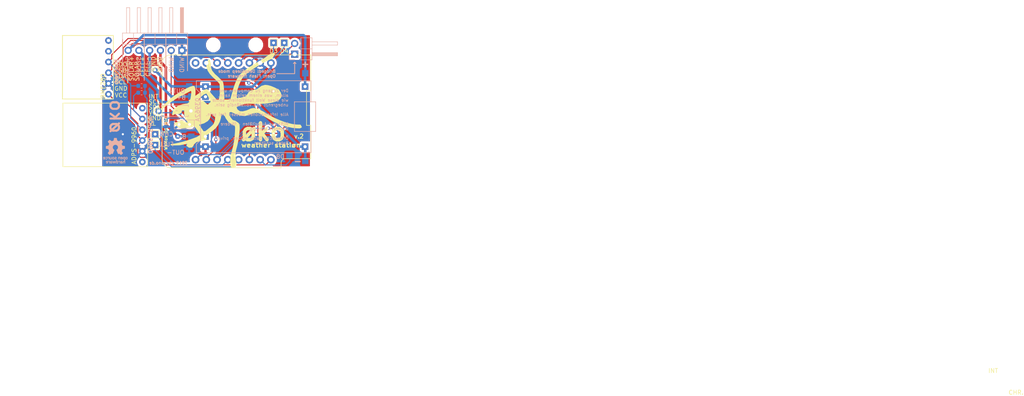
<source format=kicad_pcb>
(kicad_pcb (version 20171130) (host pcbnew 5.0.1)

  (general
    (thickness 1.6)
    (drawings 48)
    (tracks 173)
    (zones 0)
    (modules 30)
    (nets 25)
  )

  (page A4)
  (layers
    (0 F.Cu signal)
    (31 B.Cu signal)
    (32 B.Adhes user)
    (33 F.Adhes user)
    (34 B.Paste user)
    (35 F.Paste user)
    (36 B.SilkS user)
    (37 F.SilkS user)
    (38 B.Mask user)
    (39 F.Mask user)
    (40 Dwgs.User user)
    (41 Cmts.User user)
    (42 Eco1.User user)
    (43 Eco2.User user hide)
    (44 Edge.Cuts user)
    (45 Margin user)
    (46 B.CrtYd user)
    (47 F.CrtYd user)
    (48 B.Fab user hide)
    (49 F.Fab user)
  )

  (setup
    (last_trace_width 0.25)
    (user_trace_width 0.4)
    (user_trace_width 0.5)
    (user_trace_width 0.6)
    (trace_clearance 0.2)
    (zone_clearance 0.508)
    (zone_45_only no)
    (trace_min 0.2)
    (segment_width 0.2)
    (edge_width 0.001)
    (via_size 0.8)
    (via_drill 0.4)
    (via_min_size 0.4)
    (via_min_drill 0.3)
    (uvia_size 0.3)
    (uvia_drill 0.1)
    (uvias_allowed no)
    (uvia_min_size 0.2)
    (uvia_min_drill 0.1)
    (pcb_text_width 0.3)
    (pcb_text_size 1.5 1.5)
    (mod_edge_width 0.15)
    (mod_text_size 1 1)
    (mod_text_width 0.15)
    (pad_size 1.5 1.5)
    (pad_drill 0.7)
    (pad_to_mask_clearance 0)
    (solder_mask_min_width 0.25)
    (aux_axis_origin 128 81.5)
    (visible_elements FFFFFF7F)
    (pcbplotparams
      (layerselection 0x010fc_ffffffff)
      (usegerberextensions true)
      (usegerberattributes false)
      (usegerberadvancedattributes false)
      (creategerberjobfile false)
      (excludeedgelayer false)
      (linewidth 0.100000)
      (plotframeref false)
      (viasonmask false)
      (mode 1)
      (useauxorigin true)
      (hpglpennumber 1)
      (hpglpenspeed 20)
      (hpglpendiameter 15.000000)
      (psnegative false)
      (psa4output false)
      (plotreference true)
      (plotvalue true)
      (plotinvisibletext false)
      (padsonsilk false)
      (subtractmaskfromsilk true)
      (outputformat 1)
      (mirror false)
      (drillshape 0)
      (scaleselection 1)
      (outputdirectory ""))
  )

  (net 0 "")
  (net 1 5V)
  (net 2 GND)
  (net 3 SCL)
  (net 4 SDA)
  (net 5 3V3)
  (net 6 "Net-(U3-Pad6)")
  (net 7 VCC_SOLAR)
  (net 8 GND_SOLAR)
  (net 9 ANEMOMETER)
  (net 10 "Net-(JP1-Pad2)")
  (net 11 "Net-(JP1-Pad1)")
  (net 12 VCC_BAT)
  (net 13 GND_BAT)
  (net 14 "Net-(R1-Pad2)")
  (net 15 "Net-(U2-Pad7)")
  (net 16 "Net-(U2-Pad8)")
  (net 17 "Net-(U3-Pad1)")
  (net 18 "Net-(U4-Pad1)")
  (net 19 "Net-(U4-Pad2)")
  (net 20 BAT_CHARGING)
  (net 21 BAT_CHARGED)
  (net 22 GPIO3)
  (net 23 GPIO4)
  (net 24 GPIO8)

  (net_class Default "This is the default net class."
    (clearance 0.2)
    (trace_width 0.25)
    (via_dia 0.8)
    (via_drill 0.4)
    (uvia_dia 0.3)
    (uvia_drill 0.1)
    (add_net 3V3)
    (add_net 5V)
    (add_net ANEMOMETER)
    (add_net BAT_CHARGED)
    (add_net BAT_CHARGING)
    (add_net GND)
    (add_net GND_BAT)
    (add_net GND_SOLAR)
    (add_net GPIO3)
    (add_net GPIO4)
    (add_net GPIO8)
    (add_net "Net-(JP1-Pad1)")
    (add_net "Net-(JP1-Pad2)")
    (add_net "Net-(R1-Pad2)")
    (add_net "Net-(U2-Pad7)")
    (add_net "Net-(U2-Pad8)")
    (add_net "Net-(U3-Pad1)")
    (add_net "Net-(U3-Pad6)")
    (add_net "Net-(U4-Pad1)")
    (add_net "Net-(U4-Pad2)")
    (add_net SCL)
    (add_net SDA)
    (add_net VCC_BAT)
    (add_net VCC_SOLAR)
  )

  (module "" (layer F.Cu) (tedit 0) (tstamp 0)
    (at 168.91 82.55)
    (fp_text reference "" (at 170.18 78.74) (layer F.SilkS)
      (effects (font (size 1.27 1.27) (thickness 0.15)))
    )
    (fp_text value "" (at 170.18 78.74) (layer F.SilkS)
      (effects (font (size 1.27 1.27) (thickness 0.15)))
    )
    (fp_text user INT (at 169.81 78.74) (layer F.SilkS)
      (effects (font (size 1 1) (thickness 0.15)))
    )
  )

  (module TestPoint:TestPoint_Pad_1.5x1.5mm (layer F.Cu) (tedit 5C570E85) (tstamp 5C5A5B51)
    (at 171.45 83.82)
    (descr "SMD rectangular pad as test Point, square 1.5mm side length")
    (tags "test point SMD pad rectangle square")
    (path /5C5715CF)
    (attr virtual)
    (fp_text reference "" (at 0 5.08) (layer F.SilkS)
      (effects (font (size 1 1) (thickness 0.15)))
    )
    (fp_text value BAT_CHARGING (at 0 1.75) (layer F.Fab)
      (effects (font (size 1 1) (thickness 0.15)))
    )
    (fp_text user %R (at 0 -1.65) (layer F.Fab)
      (effects (font (size 1 1) (thickness 0.15)))
    )
    (fp_line (start -0.95 -0.95) (end 0.95 -0.95) (layer F.SilkS) (width 0.12))
    (fp_line (start 0.95 -0.95) (end 0.95 0.95) (layer F.SilkS) (width 0.12))
    (fp_line (start 0.95 0.95) (end -0.95 0.95) (layer F.SilkS) (width 0.12))
    (fp_line (start -0.95 0.95) (end -0.95 -0.95) (layer F.SilkS) (width 0.12))
    (fp_line (start -1.25 -1.25) (end 1.25 -1.25) (layer F.CrtYd) (width 0.05))
    (fp_line (start -1.25 -1.25) (end -1.25 1.25) (layer F.CrtYd) (width 0.05))
    (fp_line (start 1.25 1.25) (end 1.25 -1.25) (layer F.CrtYd) (width 0.05))
    (fp_line (start 1.25 1.25) (end -1.25 1.25) (layer F.CrtYd) (width 0.05))
    (pad 1 thru_hole rect (at 0 0) (size 1.5 1.5) (drill 0.7) (layers *.Cu *.Mask)
      (net 23 GPIO4))
  )

  (module TestPoint:TestPoint_Pad_1.5x1.5mm (layer F.Cu) (tedit 5C570E76) (tstamp 5C5A5A34)
    (at 168.91 83.82)
    (descr "SMD rectangular pad as test Point, square 1.5mm side length")
    (tags "test point SMD pad rectangle square")
    (path /5C5715CF)
    (attr virtual)
    (fp_text reference "" (at 0 5.08) (layer F.SilkS)
      (effects (font (size 1 1) (thickness 0.15)))
    )
    (fp_text value BAT_CHARGING (at 0 1.75) (layer F.Fab)
      (effects (font (size 1 1) (thickness 0.15)))
    )
    (fp_line (start 1.25 1.25) (end -1.25 1.25) (layer F.CrtYd) (width 0.05))
    (fp_line (start 1.25 1.25) (end 1.25 -1.25) (layer F.CrtYd) (width 0.05))
    (fp_line (start -1.25 -1.25) (end -1.25 1.25) (layer F.CrtYd) (width 0.05))
    (fp_line (start -1.25 -1.25) (end 1.25 -1.25) (layer F.CrtYd) (width 0.05))
    (fp_line (start -0.95 0.95) (end -0.95 -0.95) (layer F.SilkS) (width 0.12))
    (fp_line (start 0.95 0.95) (end -0.95 0.95) (layer F.SilkS) (width 0.12))
    (fp_line (start 0.95 -0.95) (end 0.95 0.95) (layer F.SilkS) (width 0.12))
    (fp_line (start -0.95 -0.95) (end 0.95 -0.95) (layer F.SilkS) (width 0.12))
    (fp_text user %R (at 0 -1.65) (layer F.Fab)
      (effects (font (size 1 1) (thickness 0.15)))
    )
    (pad 1 thru_hole rect (at 0 0) (size 1.5 1.5) (drill 0.7) (layers *.Cu *.Mask)
      (net 22 GPIO3))
  )

  (module "" (layer F.Cu) (tedit 0) (tstamp 0)
    (at 172.72 82.55)
    (fp_text reference "" (at 171.4 83.87) (layer F.SilkS)
      (effects (font (size 1.27 1.27) (thickness 0.15)))
    )
    (fp_text value "" (at 171.4 83.87) (layer F.SilkS)
      (effects (font (size 1.27 1.27) (thickness 0.15)))
    )
    (fp_text user CHR. (at 171.4 83.87) (layer F.SilkS)
      (effects (font (size 1 1) (thickness 0.15)))
    )
  )

  (module Measurement_Points:Measurement_Point_Square-SMD-Pad_Small (layer B.Cu) (tedit 5C570A0D) (tstamp 5C5A46CA)
    (at 172.67 110.54)
    (descr "Mesurement Point, Square, SMD Pad,  1.5mm x 1.5mm,")
    (tags "Mesurement Point Square SMD Pad 1.5x1.5mm")
    (path /5C38D96A)
    (attr virtual)
    (fp_text reference J4 (at -2.4 0) (layer B.SilkS) hide
      (effects (font (size 1 1) (thickness 0.15)) (justify mirror))
    )
    (fp_text value GND_BAT (at 0 -2) (layer B.Fab)
      (effects (font (size 1 1) (thickness 0.15)) (justify mirror))
    )
    (fp_line (start -1 -1) (end -1 1) (layer B.CrtYd) (width 0.05))
    (fp_line (start 1 -1) (end -1 -1) (layer B.CrtYd) (width 0.05))
    (fp_line (start 1 1) (end 1 -1) (layer B.CrtYd) (width 0.05))
    (fp_line (start -1 1) (end 1 1) (layer B.CrtYd) (width 0.05))
    (pad 1 smd rect (at 0 0) (size 1.5 1.5) (layers B.Cu B.Mask)
      (net 24 GPIO8))
  )

  (module oko:GY-BME280 (layer F.Cu) (tedit 5C50A64F) (tstamp 5C37DABA)
    (at 132.5 98.5 180)
    (path /5C36680F)
    (fp_text reference U4 (at 3.2 17.4 180) (layer F.SilkS) hide
      (effects (font (size 1 1) (thickness 0.15)))
    )
    (fp_text value GY-BME280 (at 9.2 0.4 180) (layer F.Fab) hide
      (effects (font (size 1 1) (thickness 0.15)))
    )
    (fp_text user SDO (at 8.3 10.1 180) (layer F.SilkS) hide
      (effects (font (size 1 1) (thickness 0.15)))
    )
    (fp_text user CSB (at 8.4 7.3 180) (layer F.SilkS) hide
      (effects (font (size 1 1) (thickness 0.15)))
    )
    (fp_text user SDA (at 8.3 5.9 180) (layer F.SilkS) hide
      (effects (font (size 1 1) (thickness 0.15)))
    )
    (fp_text user SCL (at 8.2 4.6 180) (layer F.SilkS) hide
      (effects (font (size 1 1) (thickness 0.15)))
    )
    (fp_text user GND (at 8.1 3.2 180) (layer F.SilkS) hide
      (effects (font (size 1 1) (thickness 0.15)))
    )
    (fp_text user VCC (at 8.5 8.6 180) (layer F.SilkS) hide
      (effects (font (size 1 1) (thickness 0.15)))
    )
    (fp_text user BME280 (at 11.1 6.1 270) (layer F.SilkS) hide
      (effects (font (size 1 1) (thickness 0.15)))
    )
    (fp_line (start 13.4 1.4) (end 13.4 16.4) (layer F.SilkS) (width 0.15))
    (fp_line (start 1.4 16.4) (end 13.4 16.4) (layer F.SilkS) (width 0.15))
    (fp_line (start 1.4 1.4) (end 13.4 1.4) (layer F.SilkS) (width 0.15))
    (fp_line (start 1.4 1.4) (end 1.4 16.4) (layer F.SilkS) (width 0.15))
    (pad 6 thru_hole circle (at 2.54 2.54 180) (size 1.524 1.524) (drill 0.762) (layers *.Cu *.Mask)
      (net 5 3V3))
    (pad 5 thru_hole circle (at 2.54 5.08 180) (size 1.524 1.524) (drill 0.762) (layers *.Cu *.Mask)
      (net 2 GND))
    (pad 4 thru_hole circle (at 2.54 7.62 180) (size 1.524 1.524) (drill 0.762) (layers *.Cu *.Mask)
      (net 3 SCL))
    (pad 3 thru_hole circle (at 2.54 10.16 180) (size 1.524 1.524) (drill 0.762) (layers *.Cu *.Mask)
      (net 4 SDA))
    (pad 2 thru_hole circle (at 2.54 12.7 180) (size 1.524 1.524) (drill 0.762) (layers *.Cu *.Mask)
      (net 19 "Net-(U4-Pad2)"))
    (pad 1 thru_hole circle (at 2.54 15.24 180) (size 1.524 1.524) (drill 0.762) (layers *.Cu *.Mask)
      (net 18 "Net-(U4-Pad1)"))
  )

  (module oko:GY-BME280 (layer F.Cu) (tedit 5C50A5BD) (tstamp 5C37DABA)
    (at 132.5 98.5 180)
    (path /5C36680F)
    (fp_text reference U4 (at 3.2 17.4 180) (layer F.SilkS) hide
      (effects (font (size 1 1) (thickness 0.15)))
    )
    (fp_text value GY-BME280 (at 9.2 0.4 180) (layer F.Fab) hide
      (effects (font (size 1 1) (thickness 0.15)))
    )
    (fp_text user SDO (at -0.4 9.6 180) (layer F.SilkS)
      (effects (font (size 1 1) (thickness 0.15)))
    )
    (fp_text user CSB (at -0.3 8.2 180) (layer F.SilkS)
      (effects (font (size 1 1) (thickness 0.15)))
    )
    (fp_text user SDA (at -0.3 6.8 180) (layer F.SilkS)
      (effects (font (size 1 1) (thickness 0.15)))
    )
    (fp_text user SCL (at -0.3 5.4 180) (layer F.SilkS)
      (effects (font (size 1 1) (thickness 0.15)))
    )
    (fp_text user GND (at -0.4 3.9 180) (layer F.SilkS)
      (effects (font (size 1 1) (thickness 0.15)))
    )
    (fp_text user VCC (at -0.4 2.3 180) (layer F.SilkS)
      (effects (font (size 1 1) (thickness 0.15)))
    )
    (fp_text user BME280 (at 3.8 4.5 270) (layer F.SilkS)
      (effects (font (size 1 1) (thickness 0.15)))
    )
    (fp_line (start 13.4 1.4) (end 13.4 16.4) (layer F.SilkS) (width 0.15))
    (fp_line (start 1.4 16.4) (end 13.4 16.4) (layer F.SilkS) (width 0.15))
    (fp_line (start 1.4 1.4) (end 13.4 1.4) (layer F.SilkS) (width 0.15))
    (fp_line (start 1.4 1.4) (end 1.4 16.4) (layer F.SilkS) (width 0.15))
    (pad 6 thru_hole circle (at 2.54 2.54 180) (size 1.524 1.524) (drill 0.762) (layers *.Cu *.Mask)
      (net 5 3V3))
    (pad 5 thru_hole circle (at 2.54 5.08 180) (size 1.524 1.524) (drill 0.762) (layers *.Cu *.Mask)
      (net 2 GND))
    (pad 4 thru_hole circle (at 2.54 7.62 180) (size 1.524 1.524) (drill 0.762) (layers *.Cu *.Mask)
      (net 3 SCL))
    (pad 3 thru_hole circle (at 2.54 10.16 180) (size 1.524 1.524) (drill 0.762) (layers *.Cu *.Mask)
      (net 4 SDA))
    (pad 2 thru_hole circle (at 2.54 12.7 180) (size 1.524 1.524) (drill 0.762) (layers *.Cu *.Mask)
      (net 19 "Net-(U4-Pad2)"))
    (pad 1 thru_hole circle (at 2.54 15.24 180) (size 1.524 1.524) (drill 0.762) (layers *.Cu *.Mask)
      (net 18 "Net-(U4-Pad1)"))
  )

  (module oko:APDS-9960 (layer F.Cu) (tedit 5C390407) (tstamp 5C37DAA5)
    (at 140.5 114.5 180)
    (path /5C366782)
    (fp_text reference U3 (at 12.7 15.24 180) (layer F.SilkS) hide
      (effects (font (size 1 1) (thickness 0.15)))
    )
    (fp_text value APDS-9900 (at 7.62 17.78 180) (layer F.Fab) hide
      (effects (font (size 1 1) (thickness 0.15)))
    )
    (fp_line (start 1.3 1.44) (end 1.3 16.44) (layer F.SilkS) (width 0.15))
    (fp_line (start 1.3 1.44) (end 21.3 1.44) (layer F.SilkS) (width 0.15))
    (fp_line (start 21.3 1.44) (end 21.3 16.44) (layer F.SilkS) (width 0.15))
    (fp_line (start 21.3 16.44) (end 1.3 16.44) (layer F.SilkS) (width 0.15))
    (fp_text user "VL " (at -0.2 11.63 180) (layer F.SilkS)
      (effects (font (size 1 1) (thickness 0.15)))
    )
    (fp_text user GND (at -0.3 12.9 180) (layer F.SilkS)
      (effects (font (size 1 1) (thickness 0.15)))
    )
    (fp_text user VCC (at -0.4 14.17 180) (layer F.SilkS)
      (effects (font (size 1 1) (thickness 0.15)))
    )
    (fp_text user SDA (at -0.3 15.44 180) (layer F.SilkS)
      (effects (font (size 1 1) (thickness 0.15)))
    )
    (fp_text user SCL (at -0.3 16.71 180) (layer F.SilkS)
      (effects (font (size 1 1) (thickness 0.15)))
    )
    (fp_text user INT (at -0.1 17.98 180) (layer F.SilkS)
      (effects (font (size 1 1) (thickness 0.15)))
    )
    (fp_text user ADPS-9960 (at 4.5 6.4 270) (layer F.SilkS)
      (effects (font (size 1 1) (thickness 0.15)))
    )
    (pad 1 thru_hole circle (at 2.54 2.54 180) (size 1.524 1.524) (drill 0.762) (layers *.Cu *.Mask)
      (net 17 "Net-(U3-Pad1)"))
    (pad 2 thru_hole circle (at 2.54 5.08 180) (size 1.524 1.524) (drill 0.762) (layers *.Cu *.Mask)
      (net 2 GND))
    (pad 3 thru_hole circle (at 2.54 7.62 180) (size 1.524 1.524) (drill 0.762) (layers *.Cu *.Mask)
      (net 5 3V3))
    (pad 4 thru_hole circle (at 2.54 10.16 180) (size 1.524 1.524) (drill 0.762) (layers *.Cu *.Mask)
      (net 4 SDA))
    (pad 5 thru_hole circle (at 2.54 12.7 180) (size 1.524 1.524) (drill 0.762) (layers *.Cu *.Mask)
      (net 3 SCL))
    (pad 6 thru_hole circle (at 2.54 15.24 180) (size 1.524 1.524) (drill 0.762) (layers *.Cu *.Mask)
      (net 6 "Net-(U3-Pad6)"))
  )

  (module Pin_Headers:Pin_Header_Angled_1x02_Pitch2.54mm (layer B.Cu) (tedit 59650532) (tstamp 5C37DA77)
    (at 173.9 86.5)
    (descr "Through hole angled pin header, 1x02, 2.54mm pitch, 6mm pin length, single row")
    (tags "Through hole angled pin header THT 1x02 2.54mm single row")
    (path /5C3808D5)
    (fp_text reference JP1 (at 4.385 2.27) (layer B.SilkS) hide
      (effects (font (size 1 1) (thickness 0.15)) (justify mirror))
    )
    (fp_text value Jumper (at 4.385 -4.81) (layer B.Fab)
      (effects (font (size 1 1) (thickness 0.15)) (justify mirror))
    )
    (fp_line (start 2.135 1.27) (end 4.04 1.27) (layer B.Fab) (width 0.1))
    (fp_line (start 4.04 1.27) (end 4.04 -3.81) (layer B.Fab) (width 0.1))
    (fp_line (start 4.04 -3.81) (end 1.5 -3.81) (layer B.Fab) (width 0.1))
    (fp_line (start 1.5 -3.81) (end 1.5 0.635) (layer B.Fab) (width 0.1))
    (fp_line (start 1.5 0.635) (end 2.135 1.27) (layer B.Fab) (width 0.1))
    (fp_line (start -0.32 0.32) (end 1.5 0.32) (layer B.Fab) (width 0.1))
    (fp_line (start -0.32 0.32) (end -0.32 -0.32) (layer B.Fab) (width 0.1))
    (fp_line (start -0.32 -0.32) (end 1.5 -0.32) (layer B.Fab) (width 0.1))
    (fp_line (start 4.04 0.32) (end 10.04 0.32) (layer B.Fab) (width 0.1))
    (fp_line (start 10.04 0.32) (end 10.04 -0.32) (layer B.Fab) (width 0.1))
    (fp_line (start 4.04 -0.32) (end 10.04 -0.32) (layer B.Fab) (width 0.1))
    (fp_line (start -0.32 -2.22) (end 1.5 -2.22) (layer B.Fab) (width 0.1))
    (fp_line (start -0.32 -2.22) (end -0.32 -2.86) (layer B.Fab) (width 0.1))
    (fp_line (start -0.32 -2.86) (end 1.5 -2.86) (layer B.Fab) (width 0.1))
    (fp_line (start 4.04 -2.22) (end 10.04 -2.22) (layer B.Fab) (width 0.1))
    (fp_line (start 10.04 -2.22) (end 10.04 -2.86) (layer B.Fab) (width 0.1))
    (fp_line (start 4.04 -2.86) (end 10.04 -2.86) (layer B.Fab) (width 0.1))
    (fp_line (start 1.44 1.33) (end 1.44 -3.87) (layer B.SilkS) (width 0.12))
    (fp_line (start 1.44 -3.87) (end 4.1 -3.87) (layer B.SilkS) (width 0.12))
    (fp_line (start 4.1 -3.87) (end 4.1 1.33) (layer B.SilkS) (width 0.12))
    (fp_line (start 4.1 1.33) (end 1.44 1.33) (layer B.SilkS) (width 0.12))
    (fp_line (start 4.1 0.38) (end 10.1 0.38) (layer B.SilkS) (width 0.12))
    (fp_line (start 10.1 0.38) (end 10.1 -0.38) (layer B.SilkS) (width 0.12))
    (fp_line (start 10.1 -0.38) (end 4.1 -0.38) (layer B.SilkS) (width 0.12))
    (fp_line (start 4.1 0.32) (end 10.1 0.32) (layer B.SilkS) (width 0.12))
    (fp_line (start 4.1 0.2) (end 10.1 0.2) (layer B.SilkS) (width 0.12))
    (fp_line (start 4.1 0.08) (end 10.1 0.08) (layer B.SilkS) (width 0.12))
    (fp_line (start 4.1 -0.04) (end 10.1 -0.04) (layer B.SilkS) (width 0.12))
    (fp_line (start 4.1 -0.16) (end 10.1 -0.16) (layer B.SilkS) (width 0.12))
    (fp_line (start 4.1 -0.28) (end 10.1 -0.28) (layer B.SilkS) (width 0.12))
    (fp_line (start 1.11 0.38) (end 1.44 0.38) (layer B.SilkS) (width 0.12))
    (fp_line (start 1.11 -0.38) (end 1.44 -0.38) (layer B.SilkS) (width 0.12))
    (fp_line (start 1.44 -1.27) (end 4.1 -1.27) (layer B.SilkS) (width 0.12))
    (fp_line (start 4.1 -2.16) (end 10.1 -2.16) (layer B.SilkS) (width 0.12))
    (fp_line (start 10.1 -2.16) (end 10.1 -2.92) (layer B.SilkS) (width 0.12))
    (fp_line (start 10.1 -2.92) (end 4.1 -2.92) (layer B.SilkS) (width 0.12))
    (fp_line (start 1.042929 -2.16) (end 1.44 -2.16) (layer B.SilkS) (width 0.12))
    (fp_line (start 1.042929 -2.92) (end 1.44 -2.92) (layer B.SilkS) (width 0.12))
    (fp_line (start -1.27 0) (end -1.27 1.27) (layer B.SilkS) (width 0.12))
    (fp_line (start -1.27 1.27) (end 0 1.27) (layer B.SilkS) (width 0.12))
    (fp_line (start -1.8 1.8) (end -1.8 -4.35) (layer B.CrtYd) (width 0.05))
    (fp_line (start -1.8 -4.35) (end 10.55 -4.35) (layer B.CrtYd) (width 0.05))
    (fp_line (start 10.55 -4.35) (end 10.55 1.8) (layer B.CrtYd) (width 0.05))
    (fp_line (start 10.55 1.8) (end -1.8 1.8) (layer B.CrtYd) (width 0.05))
    (fp_text user %R (at 2.77 -1.27 -90) (layer B.Fab)
      (effects (font (size 1 1) (thickness 0.15)) (justify mirror))
    )
    (pad 1 thru_hole rect (at 0 0) (size 1.7 1.7) (drill 1) (layers *.Cu *.Mask)
      (net 11 "Net-(JP1-Pad1)"))
    (pad 2 thru_hole oval (at 0 -2.54) (size 1.7 1.7) (drill 1) (layers *.Cu *.Mask)
      (net 10 "Net-(JP1-Pad2)"))
    (model ${KISYS3DMOD}/Pin_Headers.3dshapes/Pin_Header_Angled_1x02_Pitch2.54mm.wrl
      (at (xyz 0 0 0))
      (scale (xyz 1 1 1))
      (rotate (xyz 0 0 0))
    )
  )

  (module Capacitors_ThroughHole:C_Rect_L4.6mm_W2.0mm_P2.50mm_MKS02_FKP02 (layer B.Cu) (tedit 5C570890) (tstamp 5C37BB2B)
    (at 146.6 103.1)
    (descr "C, Rect series, Radial, pin pitch=2.50mm, , length*width=4.6*2mm^2, Capacitor, http://www.wima.de/DE/WIMA_MKS_02.pdf")
    (tags "C Rect series Radial pin pitch 2.50mm  length 4.6mm width 2mm Capacitor")
    (path /5C36B0BF)
    (fp_text reference C1 (at -2.3 0) (layer B.SilkS) hide
      (effects (font (size 1 1) (thickness 0.15)) (justify mirror))
    )
    (fp_text value 100n (at 1.25 -2.31) (layer B.Fab) hide
      (effects (font (size 1 1) (thickness 0.15)) (justify mirror))
    )
    (fp_text user %R (at 1.25 0) (layer B.Fab)
      (effects (font (size 1 1) (thickness 0.15)) (justify mirror))
    )
    (fp_line (start 3.9 1.35) (end -1.4 1.35) (layer B.CrtYd) (width 0.05))
    (fp_line (start 3.9 -1.35) (end 3.9 1.35) (layer B.CrtYd) (width 0.05))
    (fp_line (start -1.4 -1.35) (end 3.9 -1.35) (layer B.CrtYd) (width 0.05))
    (fp_line (start -1.4 1.35) (end -1.4 -1.35) (layer B.CrtYd) (width 0.05))
    (fp_line (start 3.61 1.06) (end 3.61 -1.06) (layer B.SilkS) (width 0.12))
    (fp_line (start -1.11 1.06) (end -1.11 -1.06) (layer B.SilkS) (width 0.12))
    (fp_line (start -1.11 -1.06) (end 3.61 -1.06) (layer B.SilkS) (width 0.12))
    (fp_line (start -1.11 1.06) (end 3.61 1.06) (layer B.SilkS) (width 0.12))
    (fp_line (start 3.55 1) (end -1.05 1) (layer B.Fab) (width 0.1))
    (fp_line (start 3.55 -1) (end 3.55 1) (layer B.Fab) (width 0.1))
    (fp_line (start -1.05 -1) (end 3.55 -1) (layer B.Fab) (width 0.1))
    (fp_line (start -1.05 1) (end -1.05 -1) (layer B.Fab) (width 0.1))
    (pad 2 thru_hole circle (at 2.5 0) (size 1.4 1.4) (drill 0.7) (layers *.Cu *.Mask)
      (net 9 ANEMOMETER))
    (pad 1 thru_hole circle (at 0 0) (size 1.4 1.4) (drill 0.7) (layers *.Cu *.Mask)
      (net 2 GND))
    (model ${KISYS3DMOD}/Capacitors_THT.3dshapes/C_Rect_L4.6mm_W2.0mm_P2.50mm_MKS02_FKP02.wrl
      (at (xyz 0 0 0))
      (scale (xyz 1 1 1))
      (rotate (xyz 0 0 0))
    )
  )

  (module Pin_Headers:Pin_Header_Angled_1x06_Pitch2.54mm (layer B.Cu) (tedit 5C51593B) (tstamp 5C37DA44)
    (at 147.3 85.6 90)
    (descr "Through hole angled pin header, 1x06, 2.54mm pitch, 6mm pin length, single row")
    (tags "Through hole angled pin header THT 1x06 2.54mm single row")
    (path /5C389FC7)
    (fp_text reference J7 (at 4.385 2.27 90) (layer B.SilkS) hide
      (effects (font (size 1 1) (thickness 0.15)) (justify mirror))
    )
    (fp_text value Conn_01x06 (at 4.385 -14.97 90) (layer B.Fab)
      (effects (font (size 1 1) (thickness 0.15)) (justify mirror))
    )
    (fp_text user %R (at 2.77 -6.35) (layer B.Fab)
      (effects (font (size 1 1) (thickness 0.15)) (justify mirror))
    )
    (fp_line (start 10.55 1.8) (end -1.8 1.8) (layer B.CrtYd) (width 0.05))
    (fp_line (start 10.55 -14.5) (end 10.55 1.8) (layer B.CrtYd) (width 0.05))
    (fp_line (start -1.8 -14.5) (end 10.55 -14.5) (layer B.CrtYd) (width 0.05))
    (fp_line (start -1.8 1.8) (end -1.8 -14.5) (layer B.CrtYd) (width 0.05))
    (fp_line (start -1.27 1.27) (end 0 1.27) (layer B.SilkS) (width 0.12))
    (fp_line (start -1.27 0) (end -1.27 1.27) (layer B.SilkS) (width 0.12))
    (fp_line (start 1.042929 -13.08) (end 1.44 -13.08) (layer B.SilkS) (width 0.12))
    (fp_line (start 1.042929 -12.32) (end 1.44 -12.32) (layer B.SilkS) (width 0.12))
    (fp_line (start 10.1 -13.08) (end 4.1 -13.08) (layer B.SilkS) (width 0.12))
    (fp_line (start 10.1 -12.32) (end 10.1 -13.08) (layer B.SilkS) (width 0.12))
    (fp_line (start 4.1 -12.32) (end 10.1 -12.32) (layer B.SilkS) (width 0.12))
    (fp_line (start 1.44 -11.43) (end 4.1 -11.43) (layer B.SilkS) (width 0.12))
    (fp_line (start 1.042929 -10.54) (end 1.44 -10.54) (layer B.SilkS) (width 0.12))
    (fp_line (start 1.042929 -9.78) (end 1.44 -9.78) (layer B.SilkS) (width 0.12))
    (fp_line (start 10.1 -10.54) (end 4.1 -10.54) (layer B.SilkS) (width 0.12))
    (fp_line (start 10.1 -9.78) (end 10.1 -10.54) (layer B.SilkS) (width 0.12))
    (fp_line (start 4.1 -9.78) (end 10.1 -9.78) (layer B.SilkS) (width 0.12))
    (fp_line (start 1.44 -8.89) (end 4.1 -8.89) (layer B.SilkS) (width 0.12))
    (fp_line (start 1.042929 -8) (end 1.44 -8) (layer B.SilkS) (width 0.12))
    (fp_line (start 1.042929 -7.24) (end 1.44 -7.24) (layer B.SilkS) (width 0.12))
    (fp_line (start 10.1 -8) (end 4.1 -8) (layer B.SilkS) (width 0.12))
    (fp_line (start 10.1 -7.24) (end 10.1 -8) (layer B.SilkS) (width 0.12))
    (fp_line (start 4.1 -7.24) (end 10.1 -7.24) (layer B.SilkS) (width 0.12))
    (fp_line (start 1.44 -6.35) (end 4.1 -6.35) (layer B.SilkS) (width 0.12))
    (fp_line (start 1.042929 -5.46) (end 1.44 -5.46) (layer B.SilkS) (width 0.12))
    (fp_line (start 1.042929 -4.7) (end 1.44 -4.7) (layer B.SilkS) (width 0.12))
    (fp_line (start 10.1 -5.46) (end 4.1 -5.46) (layer B.SilkS) (width 0.12))
    (fp_line (start 10.1 -4.7) (end 10.1 -5.46) (layer B.SilkS) (width 0.12))
    (fp_line (start 4.1 -4.7) (end 10.1 -4.7) (layer B.SilkS) (width 0.12))
    (fp_line (start 1.44 -3.81) (end 4.1 -3.81) (layer B.SilkS) (width 0.12))
    (fp_line (start 1.042929 -2.92) (end 1.44 -2.92) (layer B.SilkS) (width 0.12))
    (fp_line (start 1.042929 -2.16) (end 1.44 -2.16) (layer B.SilkS) (width 0.12))
    (fp_line (start 10.1 -2.92) (end 4.1 -2.92) (layer B.SilkS) (width 0.12))
    (fp_line (start 10.1 -2.16) (end 10.1 -2.92) (layer B.SilkS) (width 0.12))
    (fp_line (start 4.1 -2.16) (end 10.1 -2.16) (layer B.SilkS) (width 0.12))
    (fp_line (start 1.44 -1.27) (end 4.1 -1.27) (layer B.SilkS) (width 0.12))
    (fp_line (start 1.11 -0.38) (end 1.44 -0.38) (layer B.SilkS) (width 0.12))
    (fp_line (start 1.11 0.38) (end 1.44 0.38) (layer B.SilkS) (width 0.12))
    (fp_line (start 4.1 -0.28) (end 10.1 -0.28) (layer B.SilkS) (width 0.12))
    (fp_line (start 4.1 -0.16) (end 10.1 -0.16) (layer B.SilkS) (width 0.12))
    (fp_line (start 4.1 -0.04) (end 10.1 -0.04) (layer B.SilkS) (width 0.12))
    (fp_line (start 4.1 0.08) (end 10.1 0.08) (layer B.SilkS) (width 0.12))
    (fp_line (start 4.1 0.2) (end 10.1 0.2) (layer B.SilkS) (width 0.12))
    (fp_line (start 4.1 0.32) (end 10.1 0.32) (layer B.SilkS) (width 0.12))
    (fp_line (start 10.1 -0.38) (end 4.1 -0.38) (layer B.SilkS) (width 0.12))
    (fp_line (start 10.1 0.38) (end 10.1 -0.38) (layer B.SilkS) (width 0.12))
    (fp_line (start 4.1 0.38) (end 10.1 0.38) (layer B.SilkS) (width 0.12))
    (fp_line (start 4.1 1.33) (end 1.44 1.33) (layer B.SilkS) (width 0.12))
    (fp_line (start 4.1 -14.03) (end 4.1 1.33) (layer B.SilkS) (width 0.12))
    (fp_line (start 1.44 -14.03) (end 4.1 -14.03) (layer B.SilkS) (width 0.12))
    (fp_line (start 1.44 1.33) (end 1.44 -14.03) (layer B.SilkS) (width 0.12))
    (fp_line (start 4.04 -13.02) (end 10.04 -13.02) (layer B.Fab) (width 0.1))
    (fp_line (start 10.04 -12.38) (end 10.04 -13.02) (layer B.Fab) (width 0.1))
    (fp_line (start 4.04 -12.38) (end 10.04 -12.38) (layer B.Fab) (width 0.1))
    (fp_line (start -0.32 -13.02) (end 1.5 -13.02) (layer B.Fab) (width 0.1))
    (fp_line (start -0.32 -12.38) (end -0.32 -13.02) (layer B.Fab) (width 0.1))
    (fp_line (start -0.32 -12.38) (end 1.5 -12.38) (layer B.Fab) (width 0.1))
    (fp_line (start 4.04 -10.48) (end 10.04 -10.48) (layer B.Fab) (width 0.1))
    (fp_line (start 10.04 -9.84) (end 10.04 -10.48) (layer B.Fab) (width 0.1))
    (fp_line (start 4.04 -9.84) (end 10.04 -9.84) (layer B.Fab) (width 0.1))
    (fp_line (start -0.32 -10.48) (end 1.5 -10.48) (layer B.Fab) (width 0.1))
    (fp_line (start -0.32 -9.84) (end -0.32 -10.48) (layer B.Fab) (width 0.1))
    (fp_line (start -0.32 -9.84) (end 1.5 -9.84) (layer B.Fab) (width 0.1))
    (fp_line (start 4.04 -7.94) (end 10.04 -7.94) (layer B.Fab) (width 0.1))
    (fp_line (start 10.04 -7.3) (end 10.04 -7.94) (layer B.Fab) (width 0.1))
    (fp_line (start 4.04 -7.3) (end 10.04 -7.3) (layer B.Fab) (width 0.1))
    (fp_line (start -0.32 -7.94) (end 1.5 -7.94) (layer B.Fab) (width 0.1))
    (fp_line (start -0.32 -7.3) (end -0.32 -7.94) (layer B.Fab) (width 0.1))
    (fp_line (start -0.32 -7.3) (end 1.5 -7.3) (layer B.Fab) (width 0.1))
    (fp_line (start 4.04 -5.4) (end 10.04 -5.4) (layer B.Fab) (width 0.1))
    (fp_line (start 10.04 -4.76) (end 10.04 -5.4) (layer B.Fab) (width 0.1))
    (fp_line (start 4.04 -4.76) (end 10.04 -4.76) (layer B.Fab) (width 0.1))
    (fp_line (start -0.32 -5.4) (end 1.5 -5.4) (layer B.Fab) (width 0.1))
    (fp_line (start -0.32 -4.76) (end -0.32 -5.4) (layer B.Fab) (width 0.1))
    (fp_line (start -0.32 -4.76) (end 1.5 -4.76) (layer B.Fab) (width 0.1))
    (fp_line (start 4.04 -2.86) (end 10.04 -2.86) (layer B.Fab) (width 0.1))
    (fp_line (start 10.04 -2.22) (end 10.04 -2.86) (layer B.Fab) (width 0.1))
    (fp_line (start 4.04 -2.22) (end 10.04 -2.22) (layer B.Fab) (width 0.1))
    (fp_line (start -0.32 -2.86) (end 1.5 -2.86) (layer B.Fab) (width 0.1))
    (fp_line (start -0.32 -2.22) (end -0.32 -2.86) (layer B.Fab) (width 0.1))
    (fp_line (start -0.32 -2.22) (end 1.5 -2.22) (layer B.Fab) (width 0.1))
    (fp_line (start 4.04 -0.32) (end 10.04 -0.32) (layer B.Fab) (width 0.1))
    (fp_line (start 10.04 0.32) (end 10.04 -0.32) (layer B.Fab) (width 0.1))
    (fp_line (start 4.04 0.32) (end 10.04 0.32) (layer B.Fab) (width 0.1))
    (fp_line (start -0.32 -0.32) (end 1.5 -0.32) (layer B.Fab) (width 0.1))
    (fp_line (start -0.32 0.32) (end -0.32 -0.32) (layer B.Fab) (width 0.1))
    (fp_line (start -0.32 0.32) (end 1.5 0.32) (layer B.Fab) (width 0.1))
    (fp_line (start 1.5 0.635) (end 2.135 1.27) (layer B.Fab) (width 0.1))
    (fp_line (start 1.5 -13.97) (end 1.5 0.635) (layer B.Fab) (width 0.1))
    (fp_line (start 4.04 -13.97) (end 1.5 -13.97) (layer B.Fab) (width 0.1))
    (fp_line (start 4.04 1.27) (end 4.04 -13.97) (layer B.Fab) (width 0.1))
    (fp_line (start 2.135 1.27) (end 4.04 1.27) (layer B.Fab) (width 0.1))
    (pad 6 thru_hole oval (at 0 -12.7 90) (size 1.7 1.7) (drill 1) (layers *.Cu *.Mask)
      (net 7 VCC_SOLAR))
    (pad 5 thru_hole oval (at 0 -10.16 90) (size 1.7 1.7) (drill 1) (layers *.Cu *.Mask)
      (net 8 GND_SOLAR))
    (pad 4 thru_hole oval (at 0 -7.62 90) (size 1.7 1.7) (drill 1) (layers *.Cu *.Mask)
      (net 12 VCC_BAT))
    (pad 3 thru_hole oval (at 0 -5.08 90) (size 1.7 1.7) (drill 1) (layers *.Cu *.Mask)
      (net 13 GND_BAT))
    (pad 2 thru_hole oval (at 0 -2.54 90) (size 1.7 1.7) (drill 1) (layers *.Cu *.Mask)
      (net 9 ANEMOMETER))
    (pad 1 thru_hole rect (at 0 0 90) (size 1.7 1.7) (drill 1) (layers *.Cu *.Mask)
      (net 2 GND))
    (model ${KISYS3DMOD}/Pin_Headers.3dshapes/Pin_Header_Angled_1x06_Pitch2.54mm.wrl
      (at (xyz 0 0 0))
      (scale (xyz 1 1 1))
      (rotate (xyz 0 0 0))
    )
  )

  (module oko:03962A (layer B.Cu) (tedit 5C39021A) (tstamp 5C37DA90)
    (at 177.75 92.75 180)
    (path /5C3666E0)
    (fp_text reference U1 (at 2.3 0.8 180) (layer B.SilkS) hide
      (effects (font (size 1 1) (thickness 0.15)) (justify mirror))
    )
    (fp_text value 03962A (at 5.75 -1.05 180) (layer B.Fab)
      (effects (font (size 1 1) (thickness 0.15)) (justify mirror))
    )
    (fp_line (start 27.056963 -17.011121) (end 0.056963 -17.011121) (layer B.SilkS) (width 0.15))
    (fp_line (start 0.056963 -0.011121) (end 27.056963 -0.011121) (layer B.SilkS) (width 0.15))
    (fp_line (start 27.056963 -0.011121) (end 27.056963 -2.011121) (layer B.SilkS) (width 0.15))
    (fp_line (start 27.056963 -2.011121) (end 26.056963 -3.011121) (layer B.SilkS) (width 0.15))
    (fp_line (start 26.056963 -3.011121) (end 26.056963 -14.011121) (layer B.SilkS) (width 0.15))
    (fp_line (start 26.056963 -14.011121) (end 27.056963 -15.011121) (layer B.SilkS) (width 0.15))
    (fp_line (start 27.056963 -15.011121) (end 27.056963 -17.011121) (layer B.SilkS) (width 0.15))
    (fp_line (start -1.1 -6) (end -1.1 -12) (layer B.SilkS) (width 0.15))
    (fp_line (start -1.1 -12) (end 3.9 -12) (layer B.SilkS) (width 0.15))
    (fp_line (start 3.9 -12) (end 3.9 -5) (layer B.SilkS) (width 0.15))
    (fp_line (start 3.9 -5) (end -1.1 -5) (layer B.SilkS) (width 0.15))
    (fp_line (start -1.1 -5) (end -1.1 -6) (layer B.SilkS) (width 0.15))
    (fp_line (start 0 0) (end 0 -5) (layer B.SilkS) (width 0.15))
    (fp_line (start 0 -12) (end 0 -17) (layer B.SilkS) (width 0.15))
    (fp_text user 03962A (at 26.75 -6.85 270) (layer B.SilkS)
      (effects (font (size 1 1) (thickness 0.15)) (justify mirror))
    )
    (pad 1 thru_hole rect (at 1.4 -1.4 180) (size 1.524 1.524) (drill 0.762) (layers *.Cu *.Mask)
      (net 7 VCC_SOLAR))
    (pad 2 thru_hole rect (at 24.9 -1.4 180) (size 1.524 1.524) (drill 0.762) (layers *.Cu *.Mask)
      (net 1 5V))
    (pad 3 thru_hole rect (at 24.9 -3.8 180) (size 1.524 1.524) (drill 0.762) (layers *.Cu *.Mask)
      (net 12 VCC_BAT))
    (pad 4 thru_hole rect (at 24.9 -13.2 180) (size 1.524 1.524) (drill 0.762) (layers *.Cu *.Mask)
      (net 13 GND_BAT))
    (pad 5 thru_hole rect (at 24.9 -15.6 180) (size 1.524 1.524) (drill 0.762) (layers *.Cu *.Mask)
      (net 2 GND))
    (pad 6 thru_hole rect (at 1.4 -15.6 180) (size 1.524 1.524) (drill 0.762) (layers *.Cu *.Mask)
      (net 8 GND_SOLAR))
  )

  (module oko:wemos-d1-mini-connectors-only (layer F.Cu) (tedit 5C3934BE) (tstamp 5C38D9A2)
    (at 159.4 100 180)
    (path /5C36643E)
    (fp_text reference U2 (at -19.3 0 270) (layer F.SilkS) hide
      (effects (font (size 1 1) (thickness 0.15)))
    )
    (fp_text value "WeMos D1 mini" (at 15.9 -5.1 90) (layer F.SilkS)
      (effects (font (size 0.7 0.7) (thickness 0.15)))
    )
    (fp_line (start -18.3 13.33) (end 14.78 13.33) (layer F.SilkS) (width 0.15))
    (fp_line (start 16.78 11.33) (end 16.78 -11.33) (layer F.SilkS) (width 0.15))
    (fp_line (start 14.78 -13.33) (end -11.3 -13.33) (layer F.SilkS) (width 0.15))
    (fp_line (start -18.3 -11.18) (end -18.3 -3.32) (layer F.SilkS) (width 0.15))
    (fp_line (start -18.3 -3.32) (end -17.3 -3.32) (layer F.SilkS) (width 0.15))
    (fp_line (start -17.3 -3.32) (end -17.3 4.9) (layer F.SilkS) (width 0.15))
    (fp_line (start -17.3 4.9) (end -18.3 4.9) (layer F.SilkS) (width 0.15))
    (fp_line (start -18.3 4.9) (end -18.3 13.329999) (layer F.SilkS) (width 0.15))
    (fp_line (start -11.48 -13.5) (end 14.85 -13.5) (layer F.CrtYd) (width 0.05))
    (fp_line (start 16.94 -11.5) (end 16.94 11.5) (layer F.CrtYd) (width 0.05))
    (fp_line (start 14.94 13.5) (end -18.46 13.5) (layer F.CrtYd) (width 0.05))
    (fp_line (start -18.46 13.5) (end -18.46 -11.33) (layer F.CrtYd) (width 0.05))
    (fp_arc (start 14.78 -11.33) (end 14.78 -13.33) (angle 90) (layer F.SilkS) (width 0.15))
    (fp_arc (start 14.78 11.33) (end 16.78 11.33) (angle 90) (layer F.SilkS) (width 0.15))
    (fp_arc (start 14.94 11.5) (end 16.94 11.5) (angle 90) (layer F.CrtYd) (width 0.05))
    (fp_arc (start 14.94 -11.5) (end 14.85 -13.5) (angle 92.57657183) (layer F.CrtYd) (width 0.05))
    (fp_line (start -18.3 -11.18) (end -12.3 -11.18) (layer F.SilkS) (width 0.15))
    (fp_arc (start -12.3 -12.18) (end -11.3 -12.18) (angle 90) (layer F.SilkS) (width 0.15))
    (fp_line (start -11.3 -12.17) (end -11.3 -13.33) (layer F.SilkS) (width 0.15))
    (fp_line (start -11.3 -13.33) (end -11.3 -13.33) (layer F.SilkS) (width 0.15))
    (fp_line (start -11.48 -13.5) (end -11.48 -12.33) (layer F.CrtYd) (width 0.05))
    (fp_line (start -18.46 -11.33) (end -12.48 -11.33) (layer F.CrtYd) (width 0.05))
    (fp_arc (start -12.48 -12.33) (end -11.48 -12.33) (angle 90) (layer F.CrtYd) (width 0.05))
    (pad 16 thru_hole circle (at -8.89 -11.43 180) (size 1.8 1.8) (drill 1.016) (layers *.Cu *.Mask)
      (net 5 3V3))
    (pad 1 thru_hole circle (at -8.89 11.43 180) (size 1.8 1.8) (drill 1.016) (layers *.Cu *.Mask)
      (net 1 5V))
    (pad 15 thru_hole circle (at -6.35 -11.43 180) (size 1.8 1.8) (drill 1.016) (layers *.Cu *.Mask)
      (net 24 GPIO8))
    (pad 2 thru_hole circle (at -6.35 11.43 180) (size 1.8 1.8) (drill 1.016) (layers *.Cu *.Mask)
      (net 2 GND))
    (pad 14 thru_hole circle (at -3.81 -11.43 180) (size 1.8 1.8) (drill 1.016) (layers *.Cu *.Mask)
      (net 9 ANEMOMETER))
    (pad 3 thru_hole circle (at -3.81 11.43 180) (size 1.8 1.8) (drill 1.016) (layers *.Cu *.Mask)
      (net 23 GPIO4))
    (pad 13 thru_hole circle (at -1.27 -11.43 180) (size 1.8 1.8) (drill 1.016) (layers *.Cu *.Mask)
      (net 21 BAT_CHARGED))
    (pad 4 thru_hole circle (at -1.27 11.43 180) (size 1.8 1.8) (drill 1.016) (layers *.Cu *.Mask)
      (net 22 GPIO3))
    (pad 12 thru_hole circle (at 1.27 -11.43 180) (size 1.8 1.8) (drill 1.016) (layers *.Cu *.Mask)
      (net 20 BAT_CHARGING))
    (pad 5 thru_hole circle (at 1.27 11.43 180) (size 1.8 1.8) (drill 1.016) (layers *.Cu *.Mask)
      (net 4 SDA))
    (pad 11 thru_hole circle (at 3.81 -11.43 180) (size 1.8 1.8) (drill 1.016) (layers *.Cu *.Mask)
      (net 11 "Net-(JP1-Pad1)"))
    (pad 6 thru_hole circle (at 3.81 11.43 180) (size 1.8 1.8) (drill 1.016) (layers *.Cu *.Mask)
      (net 3 SCL))
    (pad 10 thru_hole circle (at 6.35 -11.43 180) (size 1.8 1.8) (drill 1.016) (layers *.Cu *.Mask)
      (net 14 "Net-(R1-Pad2)"))
    (pad 7 thru_hole circle (at 6.35 11.43 180) (size 1.8 1.8) (drill 1.016) (layers *.Cu *.Mask)
      (net 15 "Net-(U2-Pad7)"))
    (pad 9 thru_hole circle (at 8.89 -11.43 180) (size 1.8 1.8) (drill 1.016) (layers *.Cu *.Mask)
      (net 10 "Net-(JP1-Pad2)"))
    (pad 8 thru_hole circle (at 8.89 11.43 180) (size 1.8 1.8) (drill 1.016) (layers *.Cu *.Mask)
      (net 16 "Net-(U2-Pad8)"))
    (model ${KIPRJMOD}/3dshapes/wemos_d1_mini.3dshapes/SLW-108-01-G-S.wrl
      (offset (xyz 0 -11.39999982878918 0))
      (scale (xyz 0.3937 0.3937 0.3937))
      (rotate (xyz -90 0 0))
    )
    (model ${KIPRJMOD}/3dshapes/wemos_d1_mini.3dshapes/SLW-108-01-G-S.wrl
      (offset (xyz 0 11.39999982878918 0))
      (scale (xyz 0.3937 0.3937 0.3937))
      (rotate (xyz -90 0 0))
    )
    (model ${KIPRJMOD}/3dshapes/wemos_d1_mini.3dshapes/TSW-108-05-G-S.wrl
      (offset (xyz 0 -11.39999982878918 7.299999890364999))
      (scale (xyz 0.3937 0.3937 0.3937))
      (rotate (xyz 90 0 0))
    )
    (model ${KIPRJMOD}/3dshapes/wemos_d1_mini.3dshapes/TSW-108-05-G-S.wrl
      (offset (xyz 0 11.39999982878918 7.299999890364999))
      (scale (xyz 0.3937 0.3937 0.3937))
      (rotate (xyz 90 0 0))
    )
  )

  (module Measurement_Points:Measurement_Point_Square-SMD-Pad_Small (layer B.Cu) (tedit 5C39021E) (tstamp 5C38D889)
    (at 176.4 91)
    (descr "Mesurement Point, Square, SMD Pad,  1.5mm x 1.5mm,")
    (tags "Mesurement Point Square SMD Pad 1.5x1.5mm")
    (path /5C38D2CB)
    (attr virtual)
    (fp_text reference J1 (at 0 2) (layer B.SilkS) hide
      (effects (font (size 1 1) (thickness 0.15)) (justify mirror))
    )
    (fp_text value VCC_SOLAR (at 0 -2) (layer B.Fab)
      (effects (font (size 1 1) (thickness 0.15)) (justify mirror))
    )
    (fp_line (start -1 -1) (end -1 1) (layer B.CrtYd) (width 0.05))
    (fp_line (start 1 -1) (end -1 -1) (layer B.CrtYd) (width 0.05))
    (fp_line (start 1 1) (end 1 -1) (layer B.CrtYd) (width 0.05))
    (fp_line (start -1 1) (end 1 1) (layer B.CrtYd) (width 0.05))
    (pad 1 smd rect (at 0 0) (size 1.5 1.5) (layers B.Cu B.Mask)
      (net 7 VCC_SOLAR))
  )

  (module Measurement_Points:Measurement_Point_Square-SMD-Pad_Small (layer B.Cu) (tedit 5C3901F5) (tstamp 5C38D892)
    (at 176.4 111.7)
    (descr "Mesurement Point, Square, SMD Pad,  1.5mm x 1.5mm,")
    (tags "Mesurement Point Square SMD Pad 1.5x1.5mm")
    (path /5C38D8BF)
    (attr virtual)
    (fp_text reference J2 (at 0 2) (layer B.SilkS) hide
      (effects (font (size 1 1) (thickness 0.15)) (justify mirror))
    )
    (fp_text value GND_SOLAR (at 7.5 -1.4) (layer B.Fab)
      (effects (font (size 1 1) (thickness 0.15)) (justify mirror))
    )
    (fp_line (start -1 1) (end 1 1) (layer B.CrtYd) (width 0.05))
    (fp_line (start 1 1) (end 1 -1) (layer B.CrtYd) (width 0.05))
    (fp_line (start 1 -1) (end -1 -1) (layer B.CrtYd) (width 0.05))
    (fp_line (start -1 -1) (end -1 1) (layer B.CrtYd) (width 0.05))
    (pad 1 smd rect (at 0 0) (size 1.5 1.5) (layers B.Cu B.Mask)
      (net 8 GND_SOLAR))
  )

  (module Measurement_Points:Measurement_Point_Square-SMD-Pad_Small (layer B.Cu) (tedit 5C3A6CE4) (tstamp 5C38D89B)
    (at 149.5 96.5)
    (descr "Mesurement Point, Square, SMD Pad,  1.5mm x 1.5mm,")
    (tags "Mesurement Point Square SMD Pad 1.5x1.5mm")
    (path /5C38D924)
    (attr virtual)
    (fp_text reference J3 (at -2.2 0) (layer B.SilkS) hide
      (effects (font (size 1 1) (thickness 0.15)) (justify mirror))
    )
    (fp_text value VCC_BAT (at 0 -2) (layer B.Fab)
      (effects (font (size 1 1) (thickness 0.15)) (justify mirror))
    )
    (fp_line (start -1 -1) (end -1 1) (layer B.CrtYd) (width 0.05))
    (fp_line (start 1 -1) (end -1 -1) (layer B.CrtYd) (width 0.05))
    (fp_line (start 1 1) (end 1 -1) (layer B.CrtYd) (width 0.05))
    (fp_line (start -1 1) (end 1 1) (layer B.CrtYd) (width 0.05))
    (pad 1 smd rect (at 0 0) (size 1.5 1.5) (layers B.Cu B.Mask)
      (net 12 VCC_BAT))
  )

  (module Measurement_Points:Measurement_Point_Square-SMD-Pad_Small (layer B.Cu) (tedit 5C3A6CFC) (tstamp 5C38D8A4)
    (at 149.5 106)
    (descr "Mesurement Point, Square, SMD Pad,  1.5mm x 1.5mm,")
    (tags "Mesurement Point Square SMD Pad 1.5x1.5mm")
    (path /5C38D96A)
    (attr virtual)
    (fp_text reference J4 (at -2.4 0) (layer B.SilkS) hide
      (effects (font (size 1 1) (thickness 0.15)) (justify mirror))
    )
    (fp_text value GND_BAT (at 0 -2) (layer B.Fab)
      (effects (font (size 1 1) (thickness 0.15)) (justify mirror))
    )
    (fp_line (start -1 1) (end 1 1) (layer B.CrtYd) (width 0.05))
    (fp_line (start 1 1) (end 1 -1) (layer B.CrtYd) (width 0.05))
    (fp_line (start 1 -1) (end -1 -1) (layer B.CrtYd) (width 0.05))
    (fp_line (start -1 -1) (end -1 1) (layer B.CrtYd) (width 0.05))
    (pad 1 smd rect (at 0 0) (size 1.5 1.5) (layers B.Cu B.Mask)
      (net 13 GND_BAT))
  )

  (module Measurement_Points:Measurement_Point_Square-SMD-Pad_Small (layer B.Cu) (tedit 5C3A6CE1) (tstamp 5C38D8AD)
    (at 149 94.1)
    (descr "Mesurement Point, Square, SMD Pad,  1.5mm x 1.5mm,")
    (tags "Mesurement Point Square SMD Pad 1.5x1.5mm")
    (path /5C38D9A1)
    (attr virtual)
    (fp_text reference J5 (at -3 1) (layer B.SilkS) hide
      (effects (font (size 1 1) (thickness 0.15)) (justify mirror))
    )
    (fp_text value 5V (at 0 -2) (layer B.Fab)
      (effects (font (size 1 1) (thickness 0.15)) (justify mirror))
    )
    (fp_line (start -1 -1) (end -1 1) (layer B.CrtYd) (width 0.05))
    (fp_line (start 1 -1) (end -1 -1) (layer B.CrtYd) (width 0.05))
    (fp_line (start 1 1) (end 1 -1) (layer B.CrtYd) (width 0.05))
    (fp_line (start -1 1) (end 1 1) (layer B.CrtYd) (width 0.05))
    (pad 1 smd rect (at 0 0) (size 1.5 1.5) (layers B.Cu B.Mask)
      (net 1 5V))
  )

  (module Measurement_Points:Measurement_Point_Square-SMD-Pad_Small (layer B.Cu) (tedit 5C3A6D03) (tstamp 5C38D8B6)
    (at 149 108.4)
    (descr "Mesurement Point, Square, SMD Pad,  1.5mm x 1.5mm,")
    (tags "Mesurement Point Square SMD Pad 1.5x1.5mm")
    (path /5C38DB5F)
    (attr virtual)
    (fp_text reference J6 (at -3.1 0.1) (layer B.SilkS) hide
      (effects (font (size 1 1) (thickness 0.15)) (justify mirror))
    )
    (fp_text value GND (at 0 -2) (layer B.Fab)
      (effects (font (size 1 1) (thickness 0.15)) (justify mirror))
    )
    (fp_line (start -1 1) (end 1 1) (layer B.CrtYd) (width 0.05))
    (fp_line (start 1 1) (end 1 -1) (layer B.CrtYd) (width 0.05))
    (fp_line (start 1 -1) (end -1 -1) (layer B.CrtYd) (width 0.05))
    (fp_line (start -1 -1) (end -1 1) (layer B.CrtYd) (width 0.05))
    (pad 1 smd rect (at 0 0) (size 1.5 1.5) (layers B.Cu B.Mask)
      (net 2 GND))
  )

  (module ant:ant (layer F.Cu) (tedit 5C3908AA) (tstamp 5C3960ED)
    (at 159.2 99.8)
    (descr "Imported from ant.svg")
    (tags svg2mod)
    (attr smd)
    (fp_text reference svg2mod (at 0 -16.47926) (layer F.SilkS) hide
      (effects (font (size 1.524 1.524) (thickness 0.3048)))
    )
    (fp_text value G*** (at 0 16.47926) (layer F.SilkS) hide
      (effects (font (size 1.524 1.524) (thickness 0.3048)))
    )
    (fp_poly (pts (xy 9.722176 -13.430868) (xy 9.013269 -13.233159) (xy 8.078872 -12.581828) (xy 7.656871 -12.249442)
      (xy 7.000661 -11.837849) (xy 6.175762 -11.35736) (xy 5.247695 -10.818284) (xy 4.281981 -10.230933)
      (xy 3.34414 -9.605615) (xy 2.499693 -8.952641) (xy 1.814161 -8.282321) (xy 1.353064 -7.604965)
      (xy 0.978555 -6.785137) (xy 0.686542 -6.048574) (xy 0.443437 -5.326439) (xy 0.215651 -4.549897)
      (xy -0.030405 -3.650112) (xy -0.32832 -2.558249) (xy -5.515097 -1.465832) (xy -5.634889 -1.180442)
      (xy -6.155269 -1.391724) (xy -6.858126 -2.086419) (xy -7.637667 -2.341034) (xy -8.397204 -2.362056)
      (xy -8.089313 -2.725043) (xy -7.523293 -3.329741) (xy -6.843526 -3.902506) (xy -6.194395 -4.16969)
      (xy -6.045715 -4.15404) (xy -5.671569 -3.579635) (xy -5.298614 -2.866928) (xy -4.934528 -1.982531)
      (xy -5.515097 -1.465832) (xy -0.32832 -2.558249) (xy -4.973655 0.658493) (xy -4.578479 0.752396)
      (xy -4.159921 1.314501) (xy -3.913333 1.253212) (xy -3.896067 1.607991) (xy -3.962271 2.408809)
      (xy -4.288946 3.260391) (xy -4.636152 3.645148) (xy -5.209552 4.158219) (xy -5.933996 4.743734)
      (xy -6.734337 5.345822) (xy -7.182773 4.634602) (xy -7.676265 3.923319) (xy -8.158534 3.287779)
      (xy -6.765864 2.890156) (xy -5.913305 2.381195) (xy -5.472916 1.842785) (xy -5.316755 1.356817)
      (xy -5.316882 1.005184) (xy -5.345355 0.869775) (xy -4.973655 0.658493) (xy -0.32832 -2.558249)
      (xy -1.121335 -2.414711) (xy -1.65586 -2.429032) (xy -2.052438 -2.391358) (xy -2.074026 -3.230892)
      (xy -2.104448 -4.191108) (xy -2.155227 -5.161753) (xy -2.237881 -6.032575) (xy -2.363932 -6.693323)
      (xy -3.075061 -7.421074) (xy -3.610929 -7.956757) (xy -4.218518 -8.481394) (xy -4.925312 -9.341115)
      (xy -5.215108 -10.121126) (xy -5.271015 -10.461184) (xy -5.247521 -10.936886) (xy -5.497947 -11.897119)
      (xy -6.030656 -11.291682) (xy -5.955725 -10.355543) (xy -5.692638 -9.489112) (xy -5.202427 -8.728631)
      (xy -4.580008 -8.053065) (xy -3.920296 -7.441383) (xy -3.318209 -6.872551) (xy -2.868661 -6.325536)
      (xy -2.805278 -5.574902) (xy -2.777344 -4.784992) (xy -2.804967 -3.977571) (xy -2.90826 -3.174405)
      (xy -3.107331 -2.397257) (xy -3.721614 -2.346393) (xy -4.376761 -3.073463) (xy -5.087282 -3.883393)
      (xy -5.697951 -4.56356) (xy -6.05354 -4.901339) (xy -6.56685 -4.74275) (xy -7.430915 -4.200304)
      (xy -8.331107 -3.553532) (xy -8.952797 -3.081967) (xy -8.865389 -4.117298) (xy -8.878887 -5.030323)
      (xy -9.054526 -5.609525) (xy -9.330712 -5.642097) (xy -9.881984 -5.472971) (xy -10.64317 -5.134487)
      (xy -11.549096 -4.658984) (xy -12.534592 -4.078802) (xy -13.534485 -3.426278) (xy -14.551277 -2.63512)
      (xy -15.433259 -1.809846) (xy -16.128072 -1.071053) (xy -16.583356 -0.539339) (xy -16.746752 -0.335302)
      (xy -16.560128 -0.507497) (xy -16.051188 -0.954868) (xy -15.296336 -1.573593) (xy -14.371973 -2.259848)
      (xy -13.354504 -2.909811) (xy -12.309629 -3.492526) (xy -11.34152 -4.008164) (xy -10.52728 -4.432381)
      (xy -9.944009 -4.74083) (xy -9.668808 -4.909164) (xy -9.527359 -4.382748) (xy -9.594282 -3.522784)
      (xy -9.782274 -2.538111) (xy -10.143084 -2.288954) (xy -9.930954 -2.08816) (xy -9.891828 -2.072509)
      (xy -9.915304 -1.978605) (xy -10.560887 -1.497353) (xy -11.028345 -1.438072) (xy -11.664249 -1.333023)
      (xy -12.823832 -0.929808) (xy -13.529655 -0.338759) (xy -13.894357 0.280745) (xy -14.030576 0.769325)
      (xy -14.050952 0.967603) (xy -13.653409 0.670118) (xy -12.568066 0.650681) (xy -12.174604 0.425158)
      (xy -12.016385 -0.163146) (xy -11.222121 -0.202273) (xy -11.218215 0.642855) (xy -11.002031 1.598729)
      (xy -10.68051 2.317774) (xy -10.267447 2.826101) (xy -10.638795 3.033756) (xy -11.077361 2.935655)
      (xy -11.760669 2.565859) (xy -12.067256 2.497441) (xy -12.591646 2.766637) (xy -13.530579 3.049122)
      (xy -13.137571 3.497223) (xy -12.53247 3.898689) (xy -11.981178 4.066404) (xy -10.831498 3.984863)
      (xy -9.978089 3.832478) (xy -9.378912 3.643486) (xy -8.99193 3.452122) (xy -8.135065 4.567221)
      (xy -7.403397 5.823175) (xy -7.891333 6.145761) (xy -8.334602 6.417895) (xy -9.002784 6.670507)
      (xy -9.768128 6.944804) (xy -10.592189 7.219983) (xy -11.617928 7.523549) (xy -12.601306 7.771443)
      (xy -13.469269 7.949998) (xy -14.148768 8.045548) (xy -14.419248 8.085965) (xy -14.060445 8.093774)
      (xy -13.399333 8.082547) (xy -12.762885 8.065858) (xy -12.478075 8.057279) (xy -12.183916 8.004387)
      (xy -11.415024 7.863678) (xy -10.34178 7.662104) (xy -10.663774 8.277565) (xy -10.193101 8.620698)
      (xy -9.58665 8.579926) (xy -9.361667 8.294612) (xy -9.136685 7.842702) (xy -8.530234 7.302142)
      (xy -7.440049 7.062245) (xy -6.616923 6.848544) (xy -6.221783 6.683947) (xy -6.436978 5.88577)
      (xy -5.545901 5.246402) (xy -4.891556 4.769867) (xy -4.637169 4.582866) (xy -4.07787 4.082568)
      (xy -3.555131 3.411752) (xy -3.12854 2.607646) (xy -2.857682 1.707482) (xy -2.802147 0.74849)
      (xy -2.101786 0.83848) (xy -1.688925 1.216003) (xy -1.413163 1.793161) (xy -0.783592 2.649953)
      (xy -0.189714 3.076126) (xy 0.310832 3.283228) (xy 0.66041 3.482809) (xy 0.801384 3.886418)
      (xy 0.801156 4.3937) (xy 0.769916 5.180743) (xy 0.692787 6.166729) (xy 0.554888 7.270841)
      (xy 0.331159 8.464012) (xy 0.08465 9.463531) (xy -0.127261 10.201072) (xy -0.247201 10.608313)
      (xy -0.363592 11.745402) (xy -0.305396 12.759733) (xy -0.247201 13.198473) (xy 0.017253 13.285768)
      (xy 0.652704 13.198473) (xy 0.811928 12.887546) (xy 0.774217 12.289) (xy 0.656894 11.485173)
      (xy 0.577282 10.558403) (xy 0.652704 9.59103) (xy 0.795096 9.015451) (xy 0.990652 8.275784)
      (xy 1.180909 7.407783) (xy 1.364849 6.307643) (xy 1.505847 5.213554) (xy 1.572091 4.236017)
      (xy 1.531767 3.48553) (xy 1.353064 3.072591) (xy 0.647697 2.594157) (xy 0.28716 2.480838)
      (xy 0.074182 2.445266) (xy -0.188511 2.200075) (xy -0.626484 1.616275) (xy -0.902015 1.027289)
      (xy -0.870748 0.393579) (xy -0.334169 0.177743) (xy 0.376585 0.484813) (xy 1.209481 0.814594)
      (xy 2.088524 1.06787) (xy 2.937722 1.145422) (xy 3.681078 0.948034) (xy 4.960424 0.483979)
      (xy 5.903627 0.414734) (xy 6.271239 0.455043) (xy 7.452724 1.176592) (xy 8.478769 1.779898)
      (xy 9.383587 2.279874) (xy 10.201389 2.691438) (xy 10.966387 3.029504) (xy 11.712793 3.308988)
      (xy 12.474818 3.544807) (xy 13.286674 3.751874) (xy 14.182573 3.945107) (xy 15.223839 4.043316)
      (xy 15.872828 4.062486) (xy 16.215222 3.906674) (xy 15.990207 3.510805) (xy 15.047193 3.485576)
      (xy 14.078574 3.351251) (xy 13.099045 3.12463) (xy 12.123299 2.82251) (xy 11.16603 2.461691)
      (xy 10.241933 2.058971) (xy 9.365702 1.631149) (xy 8.55203 1.195022) (xy 7.815613 0.767391)
      (xy 7.171143 0.365052) (xy 5.889508 -0.276471) (xy 4.970733 -0.424246) (xy 4.352031 -0.293773)
      (xy 3.970613 -0.10055) (xy 3.342884 0.152915) (xy 2.462539 0.365912) (xy 1.699019 0.328399)
      (xy 1.046067 -0.164068) (xy 0.785937 -0.874769) (xy 1.461573 -1.235088) (xy 2.243224 -1.530896)
      (xy 3.041536 -1.726671) (xy 3.767156 -1.786893) (xy 4.064384 -1.774745) (xy 4.537229 -1.755665)
      (xy 5.151035 -1.73824) (xy 5.871141 -1.731057) (xy 6.662891 -1.742704) (xy 7.491626 -1.781767)
      (xy 8.322688 -1.856835) (xy 9.121418 -1.976492) (xy 9.853159 -2.149329) (xy 10.483253 -2.38393)
      (xy 10.97704 -2.688884) (xy 11.299863 -3.072777) (xy 11.417063 -3.544197) (xy 11.293984 -4.111731)
      (xy 10.895965 -4.783966) (xy 9.875565 -5.296398) (xy 9.038685 -5.633785) (xy 8.360635 -5.820147)
      (xy 7.816727 -5.879502) (xy 7.691522 -5.875596) (xy 6.93934 -5.665623) (xy 6.402988 -5.265838)
      (xy 5.872166 -4.883354) (xy 5.136576 -4.725284) (xy 4.352183 -4.558981) (xy 3.911148 -4.124152)
      (xy 3.556578 -3.596671) (xy 3.031582 -3.152407) (xy 2.413883 -2.956301) (xy 1.624691 -2.812993)
      (xy 0.907069 -2.721157) (xy 0.885692 -3.527729) (xy 0.942691 -4.296523) (xy 1.090363 -5.064656)
      (xy 1.341004 -5.869249) (xy 1.706913 -6.74742) (xy 2.200386 -7.736288) (xy 2.652686 -8.25581)
      (xy 3.306038 -8.835488) (xy 4.102272 -9.445507) (xy 4.983218 -10.056054) (xy 5.890709 -10.637314)
      (xy 6.766574 -11.159472) (xy 7.552645 -11.592716) (xy 8.190753 -11.907229) (xy 8.622728 -12.073199)
      (xy 9.274892 -12.393223) (xy 9.576685 -12.834045) (xy 9.83173 -13.352628) (xy 9.722176 -13.430881)
      (xy 9.722176 -13.430868)) (layer F.SilkS) (width 0.338389))
  )

  (module Resistors_SMD:R_0603_1608Metric (layer B.Cu) (tedit 5C4D95C9) (tstamp 5C4D9413)
    (at 137.782986 93.98 180)
    (descr "Resistor SMD 0603 (1608 Metric), square (rectangular) end terminal, IPC_7351 nominal, (Body size source: http://www.tortai-tech.com/upload/download/2011102023233369053.pdf), generated with kicad-footprint-generator")
    (tags resistor)
    (path /5C4D91C5)
    (attr smd)
    (fp_text reference R2 (at 0 1.43 180) (layer B.SilkS) hide
      (effects (font (size 1 1) (thickness 0.15)) (justify mirror))
    )
    (fp_text value 4k7 (at 0 -1.43 180) (layer B.Fab)
      (effects (font (size 1 1) (thickness 0.15)) (justify mirror))
    )
    (fp_line (start -0.8 -0.4) (end -0.8 0.4) (layer B.Fab) (width 0.1))
    (fp_line (start -0.8 0.4) (end 0.8 0.4) (layer B.Fab) (width 0.1))
    (fp_line (start 0.8 0.4) (end 0.8 -0.4) (layer B.Fab) (width 0.1))
    (fp_line (start 0.8 -0.4) (end -0.8 -0.4) (layer B.Fab) (width 0.1))
    (fp_line (start -0.162779 0.51) (end 0.162779 0.51) (layer B.SilkS) (width 0.12))
    (fp_line (start -0.162779 -0.51) (end 0.162779 -0.51) (layer B.SilkS) (width 0.12))
    (fp_line (start -1.48 -0.73) (end -1.48 0.73) (layer B.CrtYd) (width 0.05))
    (fp_line (start -1.48 0.73) (end 1.48 0.73) (layer B.CrtYd) (width 0.05))
    (fp_line (start 1.48 0.73) (end 1.48 -0.73) (layer B.CrtYd) (width 0.05))
    (fp_line (start 1.48 -0.73) (end -1.48 -0.73) (layer B.CrtYd) (width 0.05))
    (fp_text user %R (at 0 0 180) (layer B.Fab)
      (effects (font (size 0.4 0.4) (thickness 0.06)) (justify mirror))
    )
    (pad 1 smd roundrect (at -0.7875 0 180) (size 0.875 0.95) (layers B.Cu B.Paste B.Mask) (roundrect_rratio 0.25)
      (net 5 3V3))
    (pad 2 smd roundrect (at 0.7875 0 180) (size 0.875 0.95) (layers B.Cu B.Paste B.Mask) (roundrect_rratio 0.25)
      (net 4 SDA))
    (model ${KISYS3DMOD}/Resistor_SMD.3dshapes/R_0603_1608Metric.wrl
      (at (xyz 0 0 0))
      (scale (xyz 1 1 1))
      (rotate (xyz 0 0 0))
    )
  )

  (module Resistors_SMD:R_0603_1608Metric (layer B.Cu) (tedit 5C4D95D0) (tstamp 5C4D9424)
    (at 137.782986 95.6 180)
    (descr "Resistor SMD 0603 (1608 Metric), square (rectangular) end terminal, IPC_7351 nominal, (Body size source: http://www.tortai-tech.com/upload/download/2011102023233369053.pdf), generated with kicad-footprint-generator")
    (tags resistor)
    (path /5C4D924A)
    (attr smd)
    (fp_text reference R3 (at 0 1.43 180) (layer B.SilkS) hide
      (effects (font (size 1 1) (thickness 0.15)) (justify mirror))
    )
    (fp_text value 4k7 (at 0 -1.43 180) (layer B.Fab)
      (effects (font (size 1 1) (thickness 0.15)) (justify mirror))
    )
    (fp_text user %R (at 0 0 180) (layer B.Fab)
      (effects (font (size 0.4 0.4) (thickness 0.06)) (justify mirror))
    )
    (fp_line (start 1.48 -0.73) (end -1.48 -0.73) (layer B.CrtYd) (width 0.05))
    (fp_line (start 1.48 0.73) (end 1.48 -0.73) (layer B.CrtYd) (width 0.05))
    (fp_line (start -1.48 0.73) (end 1.48 0.73) (layer B.CrtYd) (width 0.05))
    (fp_line (start -1.48 -0.73) (end -1.48 0.73) (layer B.CrtYd) (width 0.05))
    (fp_line (start -0.162779 -0.51) (end 0.162779 -0.51) (layer B.SilkS) (width 0.12))
    (fp_line (start -0.162779 0.51) (end 0.162779 0.51) (layer B.SilkS) (width 0.12))
    (fp_line (start 0.8 -0.4) (end -0.8 -0.4) (layer B.Fab) (width 0.1))
    (fp_line (start 0.8 0.4) (end 0.8 -0.4) (layer B.Fab) (width 0.1))
    (fp_line (start -0.8 0.4) (end 0.8 0.4) (layer B.Fab) (width 0.1))
    (fp_line (start -0.8 -0.4) (end -0.8 0.4) (layer B.Fab) (width 0.1))
    (pad 2 smd roundrect (at 0.7875 0 180) (size 0.875 0.95) (layers B.Cu B.Paste B.Mask) (roundrect_rratio 0.25)
      (net 3 SCL))
    (pad 1 smd roundrect (at -0.7875 0 180) (size 0.875 0.95) (layers B.Cu B.Paste B.Mask) (roundrect_rratio 0.25)
      (net 5 3V3))
    (model ${KISYS3DMOD}/Resistor_SMD.3dshapes/R_0603_1608Metric.wrl
      (at (xyz 0 0 0))
      (scale (xyz 1 1 1))
      (rotate (xyz 0 0 0))
    )
  )

  (module Mounting_Holes:MountingHole_2.5mm (layer F.Cu) (tedit 5C50A657) (tstamp 5C508E51)
    (at 154.7 84.3)
    (descr "Mounting Hole 2.5mm, no annular")
    (tags "mounting hole 2.5mm no annular")
    (attr virtual)
    (fp_text reference REF** (at 0 -3.5) (layer F.SilkS) hide
      (effects (font (size 1 1) (thickness 0.15)))
    )
    (fp_text value MountingHole_2.5mm (at 0 3.5) (layer F.Fab)
      (effects (font (size 1 1) (thickness 0.15)))
    )
    (fp_text user %R (at 0.3 0) (layer F.Fab)
      (effects (font (size 1 1) (thickness 0.15)))
    )
    (fp_circle (center 0 0) (end 2.5 0) (layer Cmts.User) (width 0.15))
    (fp_circle (center 0 0) (end 2.75 0) (layer F.CrtYd) (width 0.05))
    (pad 1 np_thru_hole circle (at 0 0) (size 2.5 2.5) (drill 2.5) (layers *.Cu *.Mask))
  )

  (module Mounting_Holes:MountingHole_2.5mm (layer F.Cu) (tedit 5C50A659) (tstamp 5C508FD2)
    (at 164.7 84.3)
    (descr "Mounting Hole 2.5mm, no annular")
    (tags "mounting hole 2.5mm no annular")
    (attr virtual)
    (fp_text reference REF** (at 0 -3.5) (layer F.SilkS) hide
      (effects (font (size 1 1) (thickness 0.15)))
    )
    (fp_text value MountingHole_2.5mm (at 0 3.5) (layer F.Fab)
      (effects (font (size 1 1) (thickness 0.15)))
    )
    (fp_text user %R (at 0.3 0) (layer F.Fab)
      (effects (font (size 1 1) (thickness 0.15)))
    )
    (fp_circle (center 0 0) (end 2.5 0) (layer Cmts.User) (width 0.15))
    (fp_circle (center 0 0) (end 2.75 0) (layer F.CrtYd) (width 0.05))
    (pad 1 np_thru_hole circle (at 0 0) (size 2.5 2.5) (drill 2.5) (layers *.Cu *.Mask))
  )

  (module Resistors_ThroughHole:R_Axial_DIN0207_L6.3mm_D2.5mm_P7.62mm_Horizontal (layer B.Cu) (tedit 5C57088B) (tstamp 5C50E1EE)
    (at 141.8 99.9)
    (descr "Resistor, Axial_DIN0207 series, Axial, Horizontal, pin pitch=7.62mm, 0.25W = 1/4W, length*diameter=6.3*2.5mm^2, http://cdn-reichelt.de/documents/datenblatt/B400/1_4W%23YAG.pdf")
    (tags "Resistor Axial_DIN0207 series Axial Horizontal pin pitch 7.62mm 0.25W = 1/4W length 6.3mm diameter 2.5mm")
    (path /5C36B93E)
    (fp_text reference R1 (at 3.81 2.31) (layer B.SilkS) hide
      (effects (font (size 1 1) (thickness 0.15)) (justify mirror))
    )
    (fp_text value 100k (at 3.81 -2.31) (layer B.Fab) hide
      (effects (font (size 1 1) (thickness 0.15)) (justify mirror))
    )
    (fp_line (start 8.7 1.6) (end -1.05 1.6) (layer B.CrtYd) (width 0.05))
    (fp_line (start 8.7 -1.6) (end 8.7 1.6) (layer B.CrtYd) (width 0.05))
    (fp_line (start -1.05 -1.6) (end 8.7 -1.6) (layer B.CrtYd) (width 0.05))
    (fp_line (start -1.05 1.6) (end -1.05 -1.6) (layer B.CrtYd) (width 0.05))
    (fp_line (start 7.02 -1.31) (end 7.02 -0.98) (layer B.SilkS) (width 0.12))
    (fp_line (start 0.6 -1.31) (end 7.02 -1.31) (layer B.SilkS) (width 0.12))
    (fp_line (start 0.6 -0.98) (end 0.6 -1.31) (layer B.SilkS) (width 0.12))
    (fp_line (start 7.02 1.31) (end 7.02 0.98) (layer B.SilkS) (width 0.12))
    (fp_line (start 0.6 1.31) (end 7.02 1.31) (layer B.SilkS) (width 0.12))
    (fp_line (start 0.6 0.98) (end 0.6 1.31) (layer B.SilkS) (width 0.12))
    (fp_line (start 7.62 0) (end 6.96 0) (layer B.Fab) (width 0.1))
    (fp_line (start 0 0) (end 0.66 0) (layer B.Fab) (width 0.1))
    (fp_line (start 6.96 1.25) (end 0.66 1.25) (layer B.Fab) (width 0.1))
    (fp_line (start 6.96 -1.25) (end 6.96 1.25) (layer B.Fab) (width 0.1))
    (fp_line (start 0.66 -1.25) (end 6.96 -1.25) (layer B.Fab) (width 0.1))
    (fp_line (start 0.66 1.25) (end 0.66 -1.25) (layer B.Fab) (width 0.1))
    (pad 2 thru_hole oval (at 7.62 0) (size 1.6 1.6) (drill 0.8) (layers *.Cu *.Mask)
      (net 14 "Net-(R1-Pad2)"))
    (pad 1 thru_hole circle (at 0 0) (size 1.6 1.6) (drill 0.8) (layers *.Cu *.Mask)
      (net 1 5V))
    (model ${KISYS3DMOD}/Resistors_THT.3dshapes/R_Axial_DIN0207_L6.3mm_D2.5mm_P7.62mm_Horizontal.wrl
      (at (xyz 0 0 0))
      (scale (xyz 0.393701 0.393701 0.393701))
      (rotate (xyz 0 0 0))
    )
  )

  (module Symbols:OSHW-Logo_5.7x6mm_SilkScreen (layer B.Cu) (tedit 0) (tstamp 5C515B0D)
    (at 131.6 109.3 180)
    (descr "Open Source Hardware Logo")
    (tags "Logo OSHW")
    (attr virtual)
    (fp_text reference REF*** (at 0 0 180) (layer B.SilkS) hide
      (effects (font (size 1 1) (thickness 0.15)) (justify mirror))
    )
    (fp_text value OSHW-Logo_5.7x6mm_SilkScreen (at 0.75 0 180) (layer B.Fab) hide
      (effects (font (size 1 1) (thickness 0.15)) (justify mirror))
    )
    (fp_poly (pts (xy -1.908759 -1.469184) (xy -1.882247 -1.482282) (xy -1.849553 -1.505106) (xy -1.825725 -1.529996)
      (xy -1.809406 -1.561249) (xy -1.79924 -1.603166) (xy -1.793872 -1.660044) (xy -1.791944 -1.736184)
      (xy -1.791831 -1.768917) (xy -1.792161 -1.840656) (xy -1.793527 -1.891927) (xy -1.7965 -1.927404)
      (xy -1.801649 -1.951763) (xy -1.809543 -1.96968) (xy -1.817757 -1.981902) (xy -1.870187 -2.033905)
      (xy -1.93193 -2.065184) (xy -1.998536 -2.074592) (xy -2.065558 -2.06098) (xy -2.086792 -2.051354)
      (xy -2.137624 -2.024859) (xy -2.137624 -2.440052) (xy -2.100525 -2.420868) (xy -2.051643 -2.406025)
      (xy -1.991561 -2.402222) (xy -1.931564 -2.409243) (xy -1.886256 -2.425013) (xy -1.848675 -2.455047)
      (xy -1.816564 -2.498024) (xy -1.81415 -2.502436) (xy -1.803967 -2.523221) (xy -1.79653 -2.54417)
      (xy -1.791411 -2.569548) (xy -1.788181 -2.603618) (xy -1.786413 -2.650641) (xy -1.785677 -2.714882)
      (xy -1.785544 -2.787176) (xy -1.785544 -3.017822) (xy -1.923861 -3.017822) (xy -1.923861 -2.592533)
      (xy -1.962549 -2.559979) (xy -2.002738 -2.53394) (xy -2.040797 -2.529205) (xy -2.079066 -2.541389)
      (xy -2.099462 -2.55332) (xy -2.114642 -2.570313) (xy -2.125438 -2.595995) (xy -2.132683 -2.633991)
      (xy -2.137208 -2.687926) (xy -2.139844 -2.761425) (xy -2.140772 -2.810347) (xy -2.143911 -3.011535)
      (xy -2.209926 -3.015336) (xy -2.27594 -3.019136) (xy -2.27594 -1.77065) (xy -2.137624 -1.77065)
      (xy -2.134097 -1.840254) (xy -2.122215 -1.888569) (xy -2.10002 -1.918631) (xy -2.065559 -1.933471)
      (xy -2.030742 -1.936436) (xy -1.991329 -1.933028) (xy -1.965171 -1.919617) (xy -1.948814 -1.901896)
      (xy -1.935937 -1.882835) (xy -1.928272 -1.861601) (xy -1.924861 -1.831849) (xy -1.924749 -1.787236)
      (xy -1.925897 -1.74988) (xy -1.928532 -1.693604) (xy -1.932456 -1.656658) (xy -1.939063 -1.633223)
      (xy -1.949749 -1.61748) (xy -1.959833 -1.60838) (xy -2.00197 -1.588537) (xy -2.05184 -1.585332)
      (xy -2.080476 -1.592168) (xy -2.108828 -1.616464) (xy -2.127609 -1.663728) (xy -2.136712 -1.733624)
      (xy -2.137624 -1.77065) (xy -2.27594 -1.77065) (xy -2.27594 -1.458614) (xy -2.206782 -1.458614)
      (xy -2.16526 -1.460256) (xy -2.143838 -1.466087) (xy -2.137626 -1.477461) (xy -2.137624 -1.477798)
      (xy -2.134742 -1.488938) (xy -2.12203 -1.487673) (xy -2.096757 -1.475433) (xy -2.037869 -1.456707)
      (xy -1.971615 -1.454739) (xy -1.908759 -1.469184)) (layer B.SilkS) (width 0.01))
    (fp_poly (pts (xy -1.38421 -2.406555) (xy -1.325055 -2.422339) (xy -1.280023 -2.450948) (xy -1.248246 -2.488419)
      (xy -1.238366 -2.504411) (xy -1.231073 -2.521163) (xy -1.225974 -2.542592) (xy -1.222679 -2.572616)
      (xy -1.220797 -2.615154) (xy -1.219937 -2.674122) (xy -1.219707 -2.75344) (xy -1.219703 -2.774484)
      (xy -1.219703 -3.017822) (xy -1.280059 -3.017822) (xy -1.318557 -3.015126) (xy -1.347023 -3.008295)
      (xy -1.354155 -3.004083) (xy -1.373652 -2.996813) (xy -1.393566 -3.004083) (xy -1.426353 -3.01316)
      (xy -1.473978 -3.016813) (xy -1.526764 -3.015228) (xy -1.575036 -3.008589) (xy -1.603218 -3.000072)
      (xy -1.657753 -2.965063) (xy -1.691835 -2.916479) (xy -1.707157 -2.851882) (xy -1.707299 -2.850223)
      (xy -1.705955 -2.821566) (xy -1.584356 -2.821566) (xy -1.573726 -2.854161) (xy -1.55641 -2.872505)
      (xy -1.521652 -2.886379) (xy -1.475773 -2.891917) (xy -1.428988 -2.889191) (xy -1.391514 -2.878274)
      (xy -1.381015 -2.871269) (xy -1.362668 -2.838904) (xy -1.35802 -2.802111) (xy -1.35802 -2.753763)
      (xy -1.427582 -2.753763) (xy -1.493667 -2.75885) (xy -1.543764 -2.773263) (xy -1.574929 -2.795729)
      (xy -1.584356 -2.821566) (xy -1.705955 -2.821566) (xy -1.703987 -2.779647) (xy -1.68071 -2.723845)
      (xy -1.636948 -2.681647) (xy -1.630899 -2.677808) (xy -1.604907 -2.665309) (xy -1.572735 -2.65774)
      (xy -1.52776 -2.654061) (xy -1.474331 -2.653216) (xy -1.35802 -2.653169) (xy -1.35802 -2.604411)
      (xy -1.362953 -2.566581) (xy -1.375543 -2.541236) (xy -1.377017 -2.539887) (xy -1.405034 -2.5288)
      (xy -1.447326 -2.524503) (xy -1.494064 -2.526615) (xy -1.535418 -2.534756) (xy -1.559957 -2.546965)
      (xy -1.573253 -2.556746) (xy -1.587294 -2.558613) (xy -1.606671 -2.5506) (xy -1.635976 -2.530739)
      (xy -1.679803 -2.497063) (xy -1.683825 -2.493909) (xy -1.681764 -2.482236) (xy -1.664568 -2.462822)
      (xy -1.638433 -2.441248) (xy -1.609552 -2.423096) (xy -1.600478 -2.418809) (xy -1.56738 -2.410256)
      (xy -1.51888 -2.404155) (xy -1.464695 -2.401708) (xy -1.462161 -2.401703) (xy -1.38421 -2.406555)) (layer B.SilkS) (width 0.01))
    (fp_poly (pts (xy -0.993356 -2.40302) (xy -0.974539 -2.40866) (xy -0.968473 -2.421053) (xy -0.968218 -2.426647)
      (xy -0.967129 -2.44223) (xy -0.959632 -2.444676) (xy -0.939381 -2.433993) (xy -0.927351 -2.426694)
      (xy -0.8894 -2.411063) (xy -0.844072 -2.403334) (xy -0.796544 -2.40274) (xy -0.751995 -2.408513)
      (xy -0.715602 -2.419884) (xy -0.692543 -2.436088) (xy -0.687996 -2.456355) (xy -0.690291 -2.461843)
      (xy -0.70702 -2.484626) (xy -0.732963 -2.512647) (xy -0.737655 -2.517177) (xy -0.762383 -2.538005)
      (xy -0.783718 -2.544735) (xy -0.813555 -2.540038) (xy -0.825508 -2.536917) (xy -0.862705 -2.529421)
      (xy -0.888859 -2.532792) (xy -0.910946 -2.544681) (xy -0.931178 -2.560635) (xy -0.946079 -2.5807)
      (xy -0.956434 -2.608702) (xy -0.963029 -2.648467) (xy -0.966649 -2.703823) (xy -0.968078 -2.778594)
      (xy -0.968218 -2.82374) (xy -0.968218 -3.017822) (xy -1.09396 -3.017822) (xy -1.09396 -2.401683)
      (xy -1.031089 -2.401683) (xy -0.993356 -2.40302)) (layer B.SilkS) (width 0.01))
    (fp_poly (pts (xy -0.201188 -3.017822) (xy -0.270346 -3.017822) (xy -0.310488 -3.016645) (xy -0.331394 -3.011772)
      (xy -0.338922 -3.001186) (xy -0.339505 -2.994029) (xy -0.340774 -2.979676) (xy -0.348779 -2.976923)
      (xy -0.369815 -2.985771) (xy -0.386173 -2.994029) (xy -0.448977 -3.013597) (xy -0.517248 -3.014729)
      (xy -0.572752 -3.000135) (xy -0.624438 -2.964877) (xy -0.663838 -2.912835) (xy -0.685413 -2.85145)
      (xy -0.685962 -2.848018) (xy -0.689167 -2.810571) (xy -0.690761 -2.756813) (xy -0.690633 -2.716155)
      (xy -0.553279 -2.716155) (xy -0.550097 -2.770194) (xy -0.542859 -2.814735) (xy -0.53306 -2.839888)
      (xy -0.495989 -2.87426) (xy -0.451974 -2.886582) (xy -0.406584 -2.876618) (xy -0.367797 -2.846895)
      (xy -0.353108 -2.826905) (xy -0.344519 -2.80305) (xy -0.340496 -2.76823) (xy -0.339505 -2.71593)
      (xy -0.341278 -2.664139) (xy -0.345963 -2.618634) (xy -0.352603 -2.588181) (xy -0.35371 -2.585452)
      (xy -0.380491 -2.553) (xy -0.419579 -2.535183) (xy -0.463315 -2.532306) (xy -0.504038 -2.544674)
      (xy -0.534087 -2.572593) (xy -0.537204 -2.578148) (xy -0.546961 -2.612022) (xy -0.552277 -2.660728)
      (xy -0.553279 -2.716155) (xy -0.690633 -2.716155) (xy -0.690568 -2.69554) (xy -0.689664 -2.662563)
      (xy -0.683514 -2.580981) (xy -0.670733 -2.51973) (xy -0.649471 -2.474449) (xy -0.617878 -2.440779)
      (xy -0.587207 -2.421014) (xy -0.544354 -2.40712) (xy -0.491056 -2.402354) (xy -0.43648 -2.406236)
      (xy -0.389792 -2.418282) (xy -0.365124 -2.432693) (xy -0.339505 -2.455878) (xy -0.339505 -2.162773)
      (xy -0.201188 -2.162773) (xy -0.201188 -3.017822)) (layer B.SilkS) (width 0.01))
    (fp_poly (pts (xy 0.281524 -2.404237) (xy 0.331255 -2.407971) (xy 0.461291 -2.797773) (xy 0.481678 -2.728614)
      (xy 0.493946 -2.685874) (xy 0.510085 -2.628115) (xy 0.527512 -2.564625) (xy 0.536726 -2.53057)
      (xy 0.571388 -2.401683) (xy 0.714391 -2.401683) (xy 0.671646 -2.536857) (xy 0.650596 -2.603342)
      (xy 0.625167 -2.683539) (xy 0.59861 -2.767193) (xy 0.574902 -2.841782) (xy 0.520902 -3.011535)
      (xy 0.462598 -3.015328) (xy 0.404295 -3.019122) (xy 0.372679 -2.914734) (xy 0.353182 -2.849889)
      (xy 0.331904 -2.7784) (xy 0.313308 -2.715263) (xy 0.312574 -2.71275) (xy 0.298684 -2.669969)
      (xy 0.286429 -2.640779) (xy 0.277846 -2.629741) (xy 0.276082 -2.631018) (xy 0.269891 -2.64813)
      (xy 0.258128 -2.684787) (xy 0.242225 -2.736378) (xy 0.223614 -2.798294) (xy 0.213543 -2.832352)
      (xy 0.159007 -3.017822) (xy 0.043264 -3.017822) (xy -0.049263 -2.725471) (xy -0.075256 -2.643462)
      (xy -0.098934 -2.568987) (xy -0.11918 -2.505544) (xy -0.134874 -2.456632) (xy -0.144898 -2.425749)
      (xy -0.147945 -2.416726) (xy -0.145533 -2.407487) (xy -0.126592 -2.403441) (xy -0.087177 -2.403846)
      (xy -0.081007 -2.404152) (xy -0.007914 -2.407971) (xy 0.039957 -2.58401) (xy 0.057553 -2.648211)
      (xy 0.073277 -2.704649) (xy 0.085746 -2.748422) (xy 0.093574 -2.77463) (xy 0.09502 -2.778903)
      (xy 0.101014 -2.77399) (xy 0.113101 -2.748532) (xy 0.129893 -2.705997) (xy 0.150003 -2.64985)
      (xy 0.167003 -2.59913) (xy 0.231794 -2.400504) (xy 0.281524 -2.404237)) (layer B.SilkS) (width 0.01))
    (fp_poly (pts (xy 1.038411 -2.405417) (xy 1.091411 -2.41829) (xy 1.106731 -2.42511) (xy 1.136428 -2.442974)
      (xy 1.15922 -2.463093) (xy 1.176083 -2.488962) (xy 1.187998 -2.524073) (xy 1.195942 -2.57192)
      (xy 1.200894 -2.635996) (xy 1.203831 -2.719794) (xy 1.204947 -2.775768) (xy 1.209052 -3.017822)
      (xy 1.138932 -3.017822) (xy 1.096393 -3.016038) (xy 1.074476 -3.009942) (xy 1.068812 -2.999706)
      (xy 1.065821 -2.988637) (xy 1.052451 -2.990754) (xy 1.034233 -2.999629) (xy 0.988624 -3.013233)
      (xy 0.930007 -3.016899) (xy 0.868354 -3.010903) (xy 0.813638 -2.995521) (xy 0.80873 -2.993386)
      (xy 0.758723 -2.958255) (xy 0.725756 -2.909419) (xy 0.710587 -2.852333) (xy 0.711746 -2.831824)
      (xy 0.835508 -2.831824) (xy 0.846413 -2.859425) (xy 0.878745 -2.879204) (xy 0.93091 -2.889819)
      (xy 0.958787 -2.891228) (xy 1.005247 -2.88762) (xy 1.036129 -2.873597) (xy 1.043664 -2.866931)
      (xy 1.064076 -2.830666) (xy 1.068812 -2.797773) (xy 1.068812 -2.753763) (xy 1.007513 -2.753763)
      (xy 0.936256 -2.757395) (xy 0.886276 -2.768818) (xy 0.854696 -2.788824) (xy 0.847626 -2.797743)
      (xy 0.835508 -2.831824) (xy 0.711746 -2.831824) (xy 0.713971 -2.792456) (xy 0.736663 -2.735244)
      (xy 0.767624 -2.69658) (xy 0.786376 -2.679864) (xy 0.804733 -2.668878) (xy 0.828619 -2.66218)
      (xy 0.863957 -2.658326) (xy 0.916669 -2.655873) (xy 0.937577 -2.655168) (xy 1.068812 -2.650879)
      (xy 1.06862 -2.611158) (xy 1.063537 -2.569405) (xy 1.045162 -2.544158) (xy 1.008039 -2.52803)
      (xy 1.007043 -2.527742) (xy 0.95441 -2.5214) (xy 0.902906 -2.529684) (xy 0.86463 -2.549827)
      (xy 0.849272 -2.559773) (xy 0.83273 -2.558397) (xy 0.807275 -2.543987) (xy 0.792328 -2.533817)
      (xy 0.763091 -2.512088) (xy 0.74498 -2.4958) (xy 0.742074 -2.491137) (xy 0.75404 -2.467005)
      (xy 0.789396 -2.438185) (xy 0.804753 -2.428461) (xy 0.848901 -2.411714) (xy 0.908398 -2.402227)
      (xy 0.974487 -2.400095) (xy 1.038411 -2.405417)) (layer B.SilkS) (width 0.01))
    (fp_poly (pts (xy 1.635255 -2.401486) (xy 1.683595 -2.411015) (xy 1.711114 -2.425125) (xy 1.740064 -2.448568)
      (xy 1.698876 -2.500571) (xy 1.673482 -2.532064) (xy 1.656238 -2.547428) (xy 1.639102 -2.549776)
      (xy 1.614027 -2.542217) (xy 1.602257 -2.537941) (xy 1.55427 -2.531631) (xy 1.510324 -2.545156)
      (xy 1.47806 -2.57571) (xy 1.472819 -2.585452) (xy 1.467112 -2.611258) (xy 1.462706 -2.658817)
      (xy 1.459811 -2.724758) (xy 1.458631 -2.80571) (xy 1.458614 -2.817226) (xy 1.458614 -3.017822)
      (xy 1.320297 -3.017822) (xy 1.320297 -2.401683) (xy 1.389456 -2.401683) (xy 1.429333 -2.402725)
      (xy 1.450107 -2.407358) (xy 1.457789 -2.417849) (xy 1.458614 -2.427745) (xy 1.458614 -2.453806)
      (xy 1.491745 -2.427745) (xy 1.529735 -2.409965) (xy 1.58077 -2.401174) (xy 1.635255 -2.401486)) (layer B.SilkS) (width 0.01))
    (fp_poly (pts (xy 2.032581 -2.40497) (xy 2.092685 -2.420597) (xy 2.143021 -2.452848) (xy 2.167393 -2.47694)
      (xy 2.207345 -2.533895) (xy 2.230242 -2.599965) (xy 2.238108 -2.681182) (xy 2.238148 -2.687748)
      (xy 2.238218 -2.753763) (xy 1.858264 -2.753763) (xy 1.866363 -2.788342) (xy 1.880987 -2.819659)
      (xy 1.906581 -2.852291) (xy 1.911935 -2.8575) (xy 1.957943 -2.885694) (xy 2.01041 -2.890475)
      (xy 2.070803 -2.871926) (xy 2.08104 -2.866931) (xy 2.112439 -2.851745) (xy 2.13347 -2.843094)
      (xy 2.137139 -2.842293) (xy 2.149948 -2.850063) (xy 2.174378 -2.869072) (xy 2.186779 -2.87946)
      (xy 2.212476 -2.903321) (xy 2.220915 -2.919077) (xy 2.215058 -2.933571) (xy 2.211928 -2.937534)
      (xy 2.190725 -2.954879) (xy 2.155738 -2.975959) (xy 2.131337 -2.988265) (xy 2.062072 -3.009946)
      (xy 1.985388 -3.016971) (xy 1.912765 -3.008647) (xy 1.892426 -3.002686) (xy 1.829476 -2.968952)
      (xy 1.782815 -2.917045) (xy 1.752173 -2.846459) (xy 1.737282 -2.756692) (xy 1.735647 -2.709753)
      (xy 1.740421 -2.641413) (xy 1.86099 -2.641413) (xy 1.872652 -2.646465) (xy 1.903998 -2.650429)
      (xy 1.949571 -2.652768) (xy 1.980446 -2.653169) (xy 2.035981 -2.652783) (xy 2.071033 -2.650975)
      (xy 2.090262 -2.646773) (xy 2.09833 -2.639203) (xy 2.099901 -2.628218) (xy 2.089121 -2.594381)
      (xy 2.06198 -2.56094) (xy 2.026277 -2.535272) (xy 1.99056 -2.524772) (xy 1.942048 -2.534086)
      (xy 1.900053 -2.561013) (xy 1.870936 -2.599827) (xy 1.86099 -2.641413) (xy 1.740421 -2.641413)
      (xy 1.742599 -2.610236) (xy 1.764055 -2.530949) (xy 1.80047 -2.471263) (xy 1.852297 -2.430549)
      (xy 1.91999 -2.408179) (xy 1.956662 -2.403871) (xy 2.032581 -2.40497)) (layer B.SilkS) (width 0.01))
    (fp_poly (pts (xy -2.538261 -1.465148) (xy -2.472479 -1.494231) (xy -2.42254 -1.542793) (xy -2.388374 -1.610908)
      (xy -2.369907 -1.698651) (xy -2.368583 -1.712351) (xy -2.367546 -1.808939) (xy -2.380993 -1.893602)
      (xy -2.408108 -1.962221) (xy -2.422627 -1.984294) (xy -2.473201 -2.031011) (xy -2.537609 -2.061268)
      (xy -2.609666 -2.073824) (xy -2.683185 -2.067439) (xy -2.739072 -2.047772) (xy -2.787132 -2.014629)
      (xy -2.826412 -1.971175) (xy -2.827092 -1.970158) (xy -2.843044 -1.943338) (xy -2.85341 -1.916368)
      (xy -2.859688 -1.882332) (xy -2.863373 -1.83431) (xy -2.864997 -1.794931) (xy -2.865672 -1.759219)
      (xy -2.739955 -1.759219) (xy -2.738726 -1.79477) (xy -2.734266 -1.842094) (xy -2.726397 -1.872465)
      (xy -2.712207 -1.894072) (xy -2.698917 -1.906694) (xy -2.651802 -1.933122) (xy -2.602505 -1.936653)
      (xy -2.556593 -1.917639) (xy -2.533638 -1.896331) (xy -2.517096 -1.874859) (xy -2.507421 -1.854313)
      (xy -2.503174 -1.827574) (xy -2.50292 -1.787523) (xy -2.504228 -1.750638) (xy -2.507043 -1.697947)
      (xy -2.511505 -1.663772) (xy -2.519548 -1.64148) (xy -2.533103 -1.624442) (xy -2.543845 -1.614703)
      (xy -2.588777 -1.589123) (xy -2.637249 -1.587847) (xy -2.677894 -1.602999) (xy -2.712567 -1.634642)
      (xy -2.733224 -1.68662) (xy -2.739955 -1.759219) (xy -2.865672 -1.759219) (xy -2.866479 -1.716621)
      (xy -2.863948 -1.658056) (xy -2.856362 -1.614007) (xy -2.842681 -1.579248) (xy -2.821865 -1.548551)
      (xy -2.814147 -1.539436) (xy -2.765889 -1.494021) (xy -2.714128 -1.467493) (xy -2.650828 -1.456379)
      (xy -2.619961 -1.455471) (xy -2.538261 -1.465148)) (layer B.SilkS) (width 0.01))
    (fp_poly (pts (xy -1.356699 -1.472614) (xy -1.344168 -1.478514) (xy -1.300799 -1.510283) (xy -1.25979 -1.556646)
      (xy -1.229168 -1.607696) (xy -1.220459 -1.631166) (xy -1.212512 -1.673091) (xy -1.207774 -1.723757)
      (xy -1.207199 -1.744679) (xy -1.207129 -1.810693) (xy -1.587083 -1.810693) (xy -1.578983 -1.845273)
      (xy -1.559104 -1.88617) (xy -1.524347 -1.921514) (xy -1.482998 -1.944282) (xy -1.456649 -1.94901)
      (xy -1.420916 -1.943273) (xy -1.378282 -1.928882) (xy -1.363799 -1.922262) (xy -1.31024 -1.895513)
      (xy -1.264533 -1.930376) (xy -1.238158 -1.953955) (xy -1.224124 -1.973417) (xy -1.223414 -1.979129)
      (xy -1.235951 -1.992973) (xy -1.263428 -2.014012) (xy -1.288366 -2.030425) (xy -1.355664 -2.05993)
      (xy -1.43111 -2.073284) (xy -1.505888 -2.069812) (xy -1.565495 -2.051663) (xy -1.626941 -2.012784)
      (xy -1.670608 -1.961595) (xy -1.697926 -1.895367) (xy -1.710322 -1.811371) (xy -1.711421 -1.772936)
      (xy -1.707022 -1.684861) (xy -1.706482 -1.682299) (xy -1.580582 -1.682299) (xy -1.577115 -1.690558)
      (xy -1.562863 -1.695113) (xy -1.53347 -1.697065) (xy -1.484575 -1.697517) (xy -1.465748 -1.697525)
      (xy -1.408467 -1.696843) (xy -1.372141 -1.694364) (xy -1.352604 -1.689443) (xy -1.34569 -1.681434)
      (xy -1.345445 -1.678862) (xy -1.353336 -1.658423) (xy -1.373085 -1.629789) (xy -1.381575 -1.619763)
      (xy -1.413094 -1.591408) (xy -1.445949 -1.580259) (xy -1.463651 -1.579327) (xy -1.511539 -1.590981)
      (xy -1.551699 -1.622285) (xy -1.577173 -1.667752) (xy -1.577625 -1.669233) (xy -1.580582 -1.682299)
      (xy -1.706482 -1.682299) (xy -1.692392 -1.61551) (xy -1.666038 -1.560025) (xy -1.633807 -1.520639)
      (xy -1.574217 -1.477931) (xy -1.504168 -1.455109) (xy -1.429661 -1.453046) (xy -1.356699 -1.472614)) (layer B.SilkS) (width 0.01))
    (fp_poly (pts (xy 0.014017 -1.456452) (xy 0.061634 -1.465482) (xy 0.111034 -1.48437) (xy 0.116312 -1.486777)
      (xy 0.153774 -1.506476) (xy 0.179717 -1.524781) (xy 0.188103 -1.536508) (xy 0.180117 -1.555632)
      (xy 0.16072 -1.58385) (xy 0.15211 -1.594384) (xy 0.116628 -1.635847) (xy 0.070885 -1.608858)
      (xy 0.02735 -1.590878) (xy -0.02295 -1.581267) (xy -0.071188 -1.58066) (xy -0.108533 -1.589691)
      (xy -0.117495 -1.595327) (xy -0.134563 -1.621171) (xy -0.136637 -1.650941) (xy -0.123866 -1.674197)
      (xy -0.116312 -1.678708) (xy -0.093675 -1.684309) (xy -0.053885 -1.690892) (xy -0.004834 -1.697183)
      (xy 0.004215 -1.69817) (xy 0.082996 -1.711798) (xy 0.140136 -1.734946) (xy 0.17803 -1.769752)
      (xy 0.199079 -1.818354) (xy 0.205635 -1.877718) (xy 0.196577 -1.945198) (xy 0.167164 -1.998188)
      (xy 0.117278 -2.036783) (xy 0.0468 -2.061081) (xy -0.031435 -2.070667) (xy -0.095234 -2.070552)
      (xy -0.146984 -2.061845) (xy -0.182327 -2.049825) (xy -0.226983 -2.02888) (xy -0.268253 -2.004574)
      (xy -0.282921 -1.993876) (xy -0.320643 -1.963084) (xy -0.275148 -1.917049) (xy -0.229653 -1.871013)
      (xy -0.177928 -1.905243) (xy -0.126048 -1.930952) (xy -0.070649 -1.944399) (xy -0.017395 -1.945818)
      (xy 0.028049 -1.935443) (xy 0.060016 -1.913507) (xy 0.070338 -1.894998) (xy 0.068789 -1.865314)
      (xy 0.04314 -1.842615) (xy -0.00654 -1.82694) (xy -0.060969 -1.819695) (xy -0.144736 -1.805873)
      (xy -0.206967 -1.779796) (xy -0.248493 -1.740699) (xy -0.270147 -1.68782) (xy -0.273147 -1.625126)
      (xy -0.258329 -1.559642) (xy -0.224546 -1.510144) (xy -0.171495 -1.476408) (xy -0.098874 -1.458207)
      (xy -0.045072 -1.454639) (xy 0.014017 -1.456452)) (layer B.SilkS) (width 0.01))
    (fp_poly (pts (xy 0.610762 -1.466055) (xy 0.674363 -1.500692) (xy 0.724123 -1.555372) (xy 0.747568 -1.599842)
      (xy 0.757634 -1.639121) (xy 0.764156 -1.695116) (xy 0.766951 -1.759621) (xy 0.765836 -1.824429)
      (xy 0.760626 -1.881334) (xy 0.754541 -1.911727) (xy 0.734014 -1.953306) (xy 0.698463 -1.997468)
      (xy 0.655619 -2.036087) (xy 0.613211 -2.061034) (xy 0.612177 -2.06143) (xy 0.559553 -2.072331)
      (xy 0.497188 -2.072601) (xy 0.437924 -2.062676) (xy 0.41504 -2.054722) (xy 0.356102 -2.0213)
      (xy 0.31389 -1.977511) (xy 0.286156 -1.919538) (xy 0.270651 -1.843565) (xy 0.267143 -1.803771)
      (xy 0.26759 -1.753766) (xy 0.402376 -1.753766) (xy 0.406917 -1.826732) (xy 0.419986 -1.882334)
      (xy 0.440756 -1.917861) (xy 0.455552 -1.92802) (xy 0.493464 -1.935104) (xy 0.538527 -1.933007)
      (xy 0.577487 -1.922812) (xy 0.587704 -1.917204) (xy 0.614659 -1.884538) (xy 0.632451 -1.834545)
      (xy 0.640024 -1.773705) (xy 0.636325 -1.708497) (xy 0.628057 -1.669253) (xy 0.60432 -1.623805)
      (xy 0.566849 -1.595396) (xy 0.52172 -1.585573) (xy 0.475011 -1.595887) (xy 0.439132 -1.621112)
      (xy 0.420277 -1.641925) (xy 0.409272 -1.662439) (xy 0.404026 -1.690203) (xy 0.402449 -1.732762)
      (xy 0.402376 -1.753766) (xy 0.26759 -1.753766) (xy 0.268094 -1.69758) (xy 0.285388 -1.610501)
      (xy 0.319029 -1.54253) (xy 0.369018 -1.493664) (xy 0.435356 -1.463899) (xy 0.449601 -1.460448)
      (xy 0.53521 -1.452345) (xy 0.610762 -1.466055)) (layer B.SilkS) (width 0.01))
    (fp_poly (pts (xy 0.993367 -1.654342) (xy 0.994555 -1.746563) (xy 0.998897 -1.81661) (xy 1.007558 -1.867381)
      (xy 1.021704 -1.901772) (xy 1.0425 -1.922679) (xy 1.07111 -1.933) (xy 1.106535 -1.935636)
      (xy 1.143636 -1.932682) (xy 1.171818 -1.921889) (xy 1.192243 -1.90036) (xy 1.206079 -1.865199)
      (xy 1.214491 -1.81351) (xy 1.218643 -1.742394) (xy 1.219703 -1.654342) (xy 1.219703 -1.458614)
      (xy 1.35802 -1.458614) (xy 1.35802 -2.062179) (xy 1.288862 -2.062179) (xy 1.24717 -2.060489)
      (xy 1.225701 -2.054556) (xy 1.219703 -2.043293) (xy 1.216091 -2.033261) (xy 1.201714 -2.035383)
      (xy 1.172736 -2.04958) (xy 1.106319 -2.07148) (xy 1.035875 -2.069928) (xy 0.968377 -2.046147)
      (xy 0.936233 -2.027362) (xy 0.911715 -2.007022) (xy 0.893804 -1.981573) (xy 0.881479 -1.947458)
      (xy 0.873723 -1.901121) (xy 0.869516 -1.839007) (xy 0.86784 -1.757561) (xy 0.867624 -1.694578)
      (xy 0.867624 -1.458614) (xy 0.993367 -1.458614) (xy 0.993367 -1.654342)) (layer B.SilkS) (width 0.01))
    (fp_poly (pts (xy 2.217226 -1.46388) (xy 2.29008 -1.49483) (xy 2.313027 -1.509895) (xy 2.342354 -1.533048)
      (xy 2.360764 -1.551253) (xy 2.363961 -1.557183) (xy 2.354935 -1.57034) (xy 2.331837 -1.592667)
      (xy 2.313344 -1.60825) (xy 2.262728 -1.648926) (xy 2.22276 -1.615295) (xy 2.191874 -1.593584)
      (xy 2.161759 -1.58609) (xy 2.127292 -1.58792) (xy 2.072561 -1.601528) (xy 2.034886 -1.629772)
      (xy 2.011991 -1.675433) (xy 2.001597 -1.741289) (xy 2.001595 -1.741331) (xy 2.002494 -1.814939)
      (xy 2.016463 -1.868946) (xy 2.044328 -1.905716) (xy 2.063325 -1.918168) (xy 2.113776 -1.933673)
      (xy 2.167663 -1.933683) (xy 2.214546 -1.918638) (xy 2.225644 -1.911287) (xy 2.253476 -1.892511)
      (xy 2.275236 -1.889434) (xy 2.298704 -1.903409) (xy 2.324649 -1.92851) (xy 2.365716 -1.97088)
      (xy 2.320121 -2.008464) (xy 2.249674 -2.050882) (xy 2.170233 -2.071785) (xy 2.087215 -2.070272)
      (xy 2.032694 -2.056411) (xy 1.96897 -2.022135) (xy 1.918005 -1.968212) (xy 1.894851 -1.930149)
      (xy 1.876099 -1.875536) (xy 1.866715 -1.806369) (xy 1.866643 -1.731407) (xy 1.875824 -1.659409)
      (xy 1.894199 -1.599137) (xy 1.897093 -1.592958) (xy 1.939952 -1.532351) (xy 1.997979 -1.488224)
      (xy 2.066591 -1.461493) (xy 2.141201 -1.453073) (xy 2.217226 -1.46388)) (layer B.SilkS) (width 0.01))
    (fp_poly (pts (xy 2.677898 -1.456457) (xy 2.710096 -1.464279) (xy 2.771825 -1.492921) (xy 2.82461 -1.536667)
      (xy 2.861141 -1.589117) (xy 2.86616 -1.600893) (xy 2.873045 -1.63174) (xy 2.877864 -1.677371)
      (xy 2.879505 -1.723492) (xy 2.879505 -1.810693) (xy 2.697178 -1.810693) (xy 2.621979 -1.810978)
      (xy 2.569003 -1.812704) (xy 2.535325 -1.817181) (xy 2.51802 -1.82572) (xy 2.514163 -1.83963)
      (xy 2.520829 -1.860222) (xy 2.53277 -1.884315) (xy 2.56608 -1.924525) (xy 2.612368 -1.944558)
      (xy 2.668944 -1.943905) (xy 2.733031 -1.922101) (xy 2.788417 -1.895193) (xy 2.834375 -1.931532)
      (xy 2.880333 -1.967872) (xy 2.837096 -2.007819) (xy 2.779374 -2.045563) (xy 2.708386 -2.06832)
      (xy 2.632029 -2.074688) (xy 2.558199 -2.063268) (xy 2.546287 -2.059393) (xy 2.481399 -2.025506)
      (xy 2.43313 -1.974986) (xy 2.400465 -1.906325) (xy 2.382385 -1.818014) (xy 2.382175 -1.816121)
      (xy 2.380556 -1.719878) (xy 2.3871 -1.685542) (xy 2.514852 -1.685542) (xy 2.526584 -1.690822)
      (xy 2.558438 -1.694867) (xy 2.605397 -1.697176) (xy 2.635154 -1.697525) (xy 2.690648 -1.697306)
      (xy 2.725346 -1.695916) (xy 2.743601 -1.692251) (xy 2.749766 -1.68521) (xy 2.748195 -1.67369)
      (xy 2.746878 -1.669233) (xy 2.724382 -1.627355) (xy 2.689003 -1.593604) (xy 2.65778 -1.578773)
      (xy 2.616301 -1.579668) (xy 2.574269 -1.598164) (xy 2.539012 -1.628786) (xy 2.517854 -1.666062)
      (xy 2.514852 -1.685542) (xy 2.3871 -1.685542) (xy 2.39669 -1.635229) (xy 2.428698 -1.564191)
      (xy 2.474701 -1.508779) (xy 2.532821 -1.471009) (xy 2.60118 -1.452896) (xy 2.677898 -1.456457)) (layer B.SilkS) (width 0.01))
    (fp_poly (pts (xy -0.754012 -1.469002) (xy -0.722717 -1.48395) (xy -0.692409 -1.505541) (xy -0.669318 -1.530391)
      (xy -0.6525 -1.562087) (xy -0.641006 -1.604214) (xy -0.633891 -1.660358) (xy -0.630207 -1.734106)
      (xy -0.629008 -1.829044) (xy -0.628989 -1.838985) (xy -0.628713 -2.062179) (xy -0.76703 -2.062179)
      (xy -0.76703 -1.856418) (xy -0.767128 -1.780189) (xy -0.767809 -1.724939) (xy -0.769651 -1.686501)
      (xy -0.773233 -1.660706) (xy -0.779132 -1.643384) (xy -0.787927 -1.630368) (xy -0.80018 -1.617507)
      (xy -0.843047 -1.589873) (xy -0.889843 -1.584745) (xy -0.934424 -1.602217) (xy -0.949928 -1.615221)
      (xy -0.96131 -1.627447) (xy -0.969481 -1.64054) (xy -0.974974 -1.658615) (xy -0.97832 -1.685787)
      (xy -0.980051 -1.72617) (xy -0.980697 -1.783879) (xy -0.980792 -1.854132) (xy -0.980792 -2.062179)
      (xy -1.119109 -2.062179) (xy -1.119109 -1.458614) (xy -1.04995 -1.458614) (xy -1.008428 -1.460256)
      (xy -0.987006 -1.466087) (xy -0.980795 -1.477461) (xy -0.980792 -1.477798) (xy -0.97791 -1.488938)
      (xy -0.965199 -1.487674) (xy -0.939926 -1.475434) (xy -0.882605 -1.457424) (xy -0.817037 -1.455421)
      (xy -0.754012 -1.469002)) (layer B.SilkS) (width 0.01))
    (fp_poly (pts (xy 1.79946 -1.45803) (xy 1.842711 -1.471245) (xy 1.870558 -1.487941) (xy 1.879629 -1.501145)
      (xy 1.877132 -1.516797) (xy 1.860931 -1.541385) (xy 1.847232 -1.5588) (xy 1.818992 -1.590283)
      (xy 1.797775 -1.603529) (xy 1.779688 -1.602664) (xy 1.726035 -1.58901) (xy 1.68663 -1.58963)
      (xy 1.654632 -1.605104) (xy 1.64389 -1.614161) (xy 1.609505 -1.646027) (xy 1.609505 -2.062179)
      (xy 1.471188 -2.062179) (xy 1.471188 -1.458614) (xy 1.540347 -1.458614) (xy 1.581869 -1.460256)
      (xy 1.603291 -1.466087) (xy 1.609502 -1.477461) (xy 1.609505 -1.477798) (xy 1.612439 -1.489713)
      (xy 1.625704 -1.488159) (xy 1.644084 -1.479563) (xy 1.682046 -1.463568) (xy 1.712872 -1.453945)
      (xy 1.752536 -1.451478) (xy 1.79946 -1.45803)) (layer B.SilkS) (width 0.01))
    (fp_poly (pts (xy 0.376964 2.709982) (xy 0.433812 2.40843) (xy 0.853338 2.235488) (xy 1.104984 2.406605)
      (xy 1.175458 2.45425) (xy 1.239163 2.49679) (xy 1.293126 2.532285) (xy 1.334373 2.55879)
      (xy 1.359934 2.574364) (xy 1.366895 2.577722) (xy 1.379435 2.569086) (xy 1.406231 2.545208)
      (xy 1.44428 2.509141) (xy 1.490579 2.463933) (xy 1.542123 2.412636) (xy 1.595909 2.358299)
      (xy 1.648935 2.303972) (xy 1.698195 2.252705) (xy 1.740687 2.207549) (xy 1.773407 2.171554)
      (xy 1.793351 2.14777) (xy 1.798119 2.13981) (xy 1.791257 2.125135) (xy 1.77202 2.092986)
      (xy 1.74243 2.046508) (xy 1.70451 1.988844) (xy 1.660282 1.92314) (xy 1.634654 1.885664)
      (xy 1.587941 1.817232) (xy 1.546432 1.75548) (xy 1.51214 1.703481) (xy 1.48708 1.664308)
      (xy 1.473264 1.641035) (xy 1.471188 1.636145) (xy 1.475895 1.622245) (xy 1.488723 1.58985)
      (xy 1.507738 1.543515) (xy 1.531003 1.487794) (xy 1.556584 1.427242) (xy 1.582545 1.366414)
      (xy 1.60695 1.309864) (xy 1.627863 1.262148) (xy 1.643349 1.227819) (xy 1.651472 1.211432)
      (xy 1.651952 1.210788) (xy 1.664707 1.207659) (xy 1.698677 1.200679) (xy 1.75034 1.190533)
      (xy 1.816176 1.177908) (xy 1.892664 1.163491) (xy 1.93729 1.155177) (xy 2.019021 1.139616)
      (xy 2.092843 1.124808) (xy 2.155021 1.111564) (xy 2.201822 1.100695) (xy 2.229509 1.093011)
      (xy 2.235074 1.090573) (xy 2.240526 1.07407) (xy 2.244924 1.0368) (xy 2.248272 0.98312)
      (xy 2.250574 0.917388) (xy 2.251832 0.843963) (xy 2.252048 0.767204) (xy 2.251227 0.691468)
      (xy 2.249371 0.621114) (xy 2.246482 0.5605) (xy 2.242565 0.513984) (xy 2.237622 0.485925)
      (xy 2.234657 0.480084) (xy 2.216934 0.473083) (xy 2.179381 0.463073) (xy 2.126964 0.451231)
      (xy 2.064652 0.438733) (xy 2.0429 0.43469) (xy 1.938024 0.41548) (xy 1.85518 0.400009)
      (xy 1.79163 0.387663) (xy 1.744637 0.377827) (xy 1.711463 0.369886) (xy 1.689371 0.363224)
      (xy 1.675624 0.357227) (xy 1.667484 0.351281) (xy 1.666345 0.350106) (xy 1.654977 0.331174)
      (xy 1.637635 0.294331) (xy 1.61605 0.244087) (xy 1.591954 0.184954) (xy 1.567079 0.121444)
      (xy 1.543157 0.058068) (xy 1.521919 -0.000662) (xy 1.505097 -0.050235) (xy 1.494422 -0.086139)
      (xy 1.491627 -0.103862) (xy 1.49186 -0.104483) (xy 1.501331 -0.11897) (xy 1.522818 -0.150844)
      (xy 1.554063 -0.196789) (xy 1.592807 -0.253485) (xy 1.636793 -0.317617) (xy 1.649319 -0.335842)
      (xy 1.693984 -0.401914) (xy 1.733288 -0.4622) (xy 1.765088 -0.513235) (xy 1.787245 -0.55156)
      (xy 1.797617 -0.573711) (xy 1.798119 -0.576432) (xy 1.789405 -0.590736) (xy 1.765325 -0.619072)
      (xy 1.728976 -0.658396) (xy 1.683453 -0.705661) (xy 1.631852 -0.757823) (xy 1.577267 -0.811835)
      (xy 1.522794 -0.864653) (xy 1.471529 -0.913231) (xy 1.426567 -0.954523) (xy 1.391004 -0.985485)
      (xy 1.367935 -1.00307) (xy 1.361554 -1.005941) (xy 1.346699 -0.999178) (xy 1.316286 -0.980939)
      (xy 1.275268 -0.954297) (xy 1.243709 -0.932852) (xy 1.186525 -0.893503) (xy 1.118806 -0.847171)
      (xy 1.05088 -0.800913) (xy 1.014361 -0.776155) (xy 0.890752 -0.692547) (xy 0.786991 -0.74865)
      (xy 0.73972 -0.773228) (xy 0.699523 -0.792331) (xy 0.672326 -0.803227) (xy 0.665402 -0.804743)
      (xy 0.657077 -0.793549) (xy 0.640654 -0.761917) (xy 0.617357 -0.712765) (xy 0.588414 -0.64901)
      (xy 0.55505 -0.573571) (xy 0.518491 -0.489364) (xy 0.479964 -0.399308) (xy 0.440694 -0.306321)
      (xy 0.401908 -0.21332) (xy 0.36483 -0.123223) (xy 0.330689 -0.038948) (xy 0.300708 0.036587)
      (xy 0.276116 0.100466) (xy 0.258136 0.149769) (xy 0.247997 0.181579) (xy 0.246366 0.192504)
      (xy 0.259291 0.206439) (xy 0.287589 0.22906) (xy 0.325346 0.255667) (xy 0.328515 0.257772)
      (xy 0.4261 0.335886) (xy 0.504786 0.427018) (xy 0.563891 0.528255) (xy 0.602732 0.636682)
      (xy 0.620628 0.749386) (xy 0.616897 0.863452) (xy 0.590857 0.975966) (xy 0.541825 1.084015)
      (xy 0.5274 1.107655) (xy 0.452369 1.203113) (xy 0.36373 1.279768) (xy 0.264549 1.33722)
      (xy 0.157895 1.375071) (xy 0.046836 1.392922) (xy -0.065561 1.390375) (xy -0.176227 1.36703)
      (xy -0.282094 1.32249) (xy -0.380095 1.256355) (xy -0.41041 1.229513) (xy -0.487562 1.145488)
      (xy -0.543782 1.057034) (xy -0.582347 0.957885) (xy -0.603826 0.859697) (xy -0.609128 0.749303)
      (xy -0.591448 0.63836) (xy -0.552581 0.530619) (xy -0.494323 0.429831) (xy -0.418469 0.339744)
      (xy -0.326817 0.264108) (xy -0.314772 0.256136) (xy -0.276611 0.230026) (xy -0.247601 0.207405)
      (xy -0.233732 0.192961) (xy -0.233531 0.192504) (xy -0.236508 0.176879) (xy -0.248311 0.141418)
      (xy -0.267714 0.089038) (xy -0.293488 0.022655) (xy -0.324409 -0.054814) (xy -0.359249 -0.14045)
      (xy -0.396783 -0.231337) (xy -0.435783 -0.324559) (xy -0.475023 -0.417197) (xy -0.513276 -0.506335)
      (xy -0.549317 -0.589055) (xy -0.581917 -0.662441) (xy -0.609852 -0.723575) (xy -0.631895 -0.769541)
      (xy -0.646818 -0.797421) (xy -0.652828 -0.804743) (xy -0.671191 -0.799041) (xy -0.705552 -0.783749)
      (xy -0.749984 -0.761599) (xy -0.774417 -0.74865) (xy -0.878178 -0.692547) (xy -1.001787 -0.776155)
      (xy -1.064886 -0.818987) (xy -1.13397 -0.866122) (xy -1.198707 -0.910503) (xy -1.231134 -0.932852)
      (xy -1.276741 -0.963477) (xy -1.31536 -0.987747) (xy -1.341952 -1.002587) (xy -1.35059 -1.005724)
      (xy -1.363161 -0.997261) (xy -1.390984 -0.973636) (xy -1.431361 -0.937302) (xy -1.481595 -0.890711)
      (xy -1.538988 -0.836317) (xy -1.575286 -0.801392) (xy -1.63879 -0.738996) (xy -1.693673 -0.683188)
      (xy -1.737714 -0.636354) (xy -1.768695 -0.600882) (xy -1.784398 -0.579161) (xy -1.785905 -0.574752)
      (xy -1.778914 -0.557985) (xy -1.759594 -0.524082) (xy -1.730091 -0.476476) (xy -1.692545 -0.418599)
      (xy -1.6491 -0.353884) (xy -1.636745 -0.335842) (xy -1.591727 -0.270267) (xy -1.55134 -0.211228)
      (xy -1.51784 -0.162042) (xy -1.493486 -0.126028) (xy -1.480536 -0.106502) (xy -1.479285 -0.104483)
      (xy -1.481156 -0.088922) (xy -1.491087 -0.054709) (xy -1.507347 -0.006355) (xy -1.528205 0.051629)
      (xy -1.551927 0.11473) (xy -1.576784 0.178437) (xy -1.601042 0.238239) (xy -1.622971 0.289624)
      (xy -1.640838 0.328081) (xy -1.652913 0.349098) (xy -1.653771 0.350106) (xy -1.661154 0.356112)
      (xy -1.673625 0.362052) (xy -1.69392 0.36854) (xy -1.724778 0.376191) (xy -1.768934 0.38562)
      (xy -1.829126 0.397441) (xy -1.908093 0.412271) (xy -2.00857 0.430723) (xy -2.030325 0.43469)
      (xy -2.094802 0.447147) (xy -2.151011 0.459334) (xy -2.193987 0.470074) (xy -2.21876 0.478191)
      (xy -2.222082 0.480084) (xy -2.227556 0.496862) (xy -2.232006 0.534355) (xy -2.235428 0.588206)
      (xy -2.237819 0.654056) (xy -2.239177 0.727547) (xy -2.239499 0.80432) (xy -2.238781 0.880017)
      (xy -2.237021 0.95028) (xy -2.234216 1.01075) (xy -2.230362 1.05707) (xy -2.225457 1.084881)
      (xy -2.2225 1.090573) (xy -2.206037 1.096314) (xy -2.168551 1.105655) (xy -2.113775 1.117785)
      (xy -2.045445 1.131893) (xy -1.967294 1.14717) (xy -1.924716 1.155177) (xy -1.843929 1.170279)
      (xy -1.771887 1.18396) (xy -1.712111 1.195533) (xy -1.668121 1.204313) (xy -1.643439 1.209613)
      (xy -1.639377 1.210788) (xy -1.632511 1.224035) (xy -1.617998 1.255943) (xy -1.597771 1.301953)
      (xy -1.573766 1.357508) (xy -1.547918 1.418047) (xy -1.52216 1.479014) (xy -1.498427 1.535849)
      (xy -1.478654 1.583994) (xy -1.464776 1.61889) (xy -1.458726 1.635979) (xy -1.458614 1.636726)
      (xy -1.465472 1.650207) (xy -1.484698 1.68123) (xy -1.514272 1.726711) (xy -1.552173 1.783568)
      (xy -1.59638 1.848717) (xy -1.622079 1.886138) (xy -1.668907 1.954753) (xy -1.710499 2.017048)
      (xy -1.744825 2.069871) (xy -1.769857 2.110073) (xy -1.783565 2.1345) (xy -1.785544 2.139976)
      (xy -1.777034 2.152722) (xy -1.753507 2.179937) (xy -1.717968 2.218572) (xy -1.673423 2.265577)
      (xy -1.622877 2.317905) (xy -1.569336 2.372505) (xy -1.515805 2.42633) (xy -1.465289 2.47633)
      (xy -1.420794 2.519457) (xy -1.385325 2.552661) (xy -1.361887 2.572894) (xy -1.354046 2.577722)
      (xy -1.34128 2.570933) (xy -1.310744 2.551858) (xy -1.26541 2.522439) (xy -1.208244 2.484619)
      (xy -1.142216 2.440339) (xy -1.09241 2.406605) (xy -0.840764 2.235488) (xy -0.631001 2.321959)
      (xy -0.421237 2.40843) (xy -0.364389 2.709982) (xy -0.30754 3.011534) (xy 0.320115 3.011534)
      (xy 0.376964 2.709982)) (layer B.SilkS) (width 0.01))
  )

  (module TestPoint:TestPoint_Pad_1.5x1.5mm (layer F.Cu) (tedit 5C570DF4) (tstamp 5C59E441)
    (at 140.97 105.41)
    (descr "SMD rectangular pad as test Point, square 1.5mm side length")
    (tags "test point SMD pad rectangle square")
    (path /5C5715CF)
    (attr virtual)
    (fp_text reference CHR. (at 2.53 -0.01) (layer B.SilkS)
      (effects (font (size 1 1) (thickness 0.15)) (justify mirror))
    )
    (fp_text value BAT_CHARGING (at 0 1.75) (layer F.Fab)
      (effects (font (size 1 1) (thickness 0.15)))
    )
    (fp_text user %R (at 0 -1.65) (layer F.Fab)
      (effects (font (size 1 1) (thickness 0.15)))
    )
    (fp_line (start -0.95 -0.95) (end 0.95 -0.95) (layer F.SilkS) (width 0.12))
    (fp_line (start 0.95 -0.95) (end 0.95 0.95) (layer F.SilkS) (width 0.12))
    (fp_line (start 0.95 0.95) (end -0.95 0.95) (layer F.SilkS) (width 0.12))
    (fp_line (start -0.95 0.95) (end -0.95 -0.95) (layer F.SilkS) (width 0.12))
    (fp_line (start -1.25 -1.25) (end 1.25 -1.25) (layer F.CrtYd) (width 0.05))
    (fp_line (start -1.25 -1.25) (end -1.25 1.25) (layer F.CrtYd) (width 0.05))
    (fp_line (start 1.25 1.25) (end 1.25 -1.25) (layer F.CrtYd) (width 0.05))
    (fp_line (start 1.25 1.25) (end -1.25 1.25) (layer F.CrtYd) (width 0.05))
    (pad 1 thru_hole rect (at 0 0) (size 1.5 1.5) (drill 0.7) (layers *.Cu *.Mask)
      (net 20 BAT_CHARGING))
  )

  (module TestPoint:TestPoint_Pad_1.5x1.5mm (layer F.Cu) (tedit 5C570DE9) (tstamp 5C59E44F)
    (at 140.97 107.95)
    (descr "SMD rectangular pad as test Point, square 1.5mm side length")
    (tags "test point SMD pad rectangle square")
    (path /5C57277C)
    (attr virtual)
    (fp_text reference FULL (at 2.63 -0.15) (layer B.SilkS)
      (effects (font (size 1 1) (thickness 0.15)) (justify mirror))
    )
    (fp_text value BAT_CHARGED (at 0 1.75) (layer F.Fab)
      (effects (font (size 1 1) (thickness 0.15)))
    )
    (fp_line (start 1.25 1.25) (end -1.25 1.25) (layer F.CrtYd) (width 0.05))
    (fp_line (start 1.25 1.25) (end 1.25 -1.25) (layer F.CrtYd) (width 0.05))
    (fp_line (start -1.25 -1.25) (end -1.25 1.25) (layer F.CrtYd) (width 0.05))
    (fp_line (start -1.25 -1.25) (end 1.25 -1.25) (layer F.CrtYd) (width 0.05))
    (fp_line (start -0.95 0.95) (end -0.95 -0.95) (layer F.SilkS) (width 0.12))
    (fp_line (start 0.95 0.95) (end -0.95 0.95) (layer F.SilkS) (width 0.12))
    (fp_line (start 0.95 -0.95) (end 0.95 0.95) (layer F.SilkS) (width 0.12))
    (fp_line (start -0.95 -0.95) (end 0.95 -0.95) (layer F.SilkS) (width 0.12))
    (fp_text user %R (at 0 -1.65) (layer F.Fab)
      (effects (font (size 1 1) (thickness 0.15)))
    )
    (pad 1 thru_hole rect (at 0 0) (size 1.5 1.5) (drill 0.7) (layers *.Cu *.Mask)
      (net 21 BAT_CHARGED))
  )

  (module Capacitors_SMD:C_0603_1608Metric (layer B.Cu) (tedit 5C570518) (tstamp 5C5A1D6B)
    (at 143.51 102.87 90)
    (descr "Capacitor SMD 0603 (1608 Metric), square (rectangular) end terminal, IPC_7351 nominal, (Body size source: http://www.tortai-tech.com/upload/download/2011102023233369053.pdf), generated with kicad-footprint-generator")
    (tags capacitor)
    (path /5C576327)
    (attr smd)
    (fp_text reference C2 (at 0 1.43 90) (layer B.SilkS) hide
      (effects (font (size 1 1) (thickness 0.15)) (justify mirror))
    )
    (fp_text value 100n (at 0 -1.43 90) (layer B.Fab) hide
      (effects (font (size 1 1) (thickness 0.15)) (justify mirror))
    )
    (fp_line (start -0.8 -0.4) (end -0.8 0.4) (layer B.Fab) (width 0.1))
    (fp_line (start -0.8 0.4) (end 0.8 0.4) (layer B.Fab) (width 0.1))
    (fp_line (start 0.8 0.4) (end 0.8 -0.4) (layer B.Fab) (width 0.1))
    (fp_line (start 0.8 -0.4) (end -0.8 -0.4) (layer B.Fab) (width 0.1))
    (fp_line (start -0.162779 0.51) (end 0.162779 0.51) (layer B.SilkS) (width 0.12))
    (fp_line (start -0.162779 -0.51) (end 0.162779 -0.51) (layer B.SilkS) (width 0.12))
    (fp_line (start -1.48 -0.73) (end -1.48 0.73) (layer B.CrtYd) (width 0.05))
    (fp_line (start -1.48 0.73) (end 1.48 0.73) (layer B.CrtYd) (width 0.05))
    (fp_line (start 1.48 0.73) (end 1.48 -0.73) (layer B.CrtYd) (width 0.05))
    (fp_line (start 1.48 -0.73) (end -1.48 -0.73) (layer B.CrtYd) (width 0.05))
    (fp_text user %R (at 0 0 90) (layer B.Fab)
      (effects (font (size 0.4 0.4) (thickness 0.06)) (justify mirror))
    )
    (pad 1 smd roundrect (at -0.7875 0 90) (size 0.875 0.95) (layers B.Cu B.Paste B.Mask) (roundrect_rratio 0.25)
      (net 2 GND))
    (pad 2 smd roundrect (at 0.7875 0 90) (size 0.875 0.95) (layers B.Cu B.Paste B.Mask) (roundrect_rratio 0.25)
      (net 9 ANEMOMETER))
    (model ${KISYS3DMOD}/Capacitor_SMD.3dshapes/C_0603_1608Metric.wrl
      (at (xyz 0 0 0))
      (scale (xyz 1 1 1))
      (rotate (xyz 0 0 0))
    )
  )

  (module Resistors_SMD:R_0603_1608Metric (layer B.Cu) (tedit 5C570510) (tstamp 5C5A1D7C)
    (at 146.05 100.33)
    (descr "Resistor SMD 0603 (1608 Metric), square (rectangular) end terminal, IPC_7351 nominal, (Body size source: http://www.tortai-tech.com/upload/download/2011102023233369053.pdf), generated with kicad-footprint-generator")
    (tags resistor)
    (path /5C57FF00)
    (attr smd)
    (fp_text reference R4 (at 0 1.43) (layer B.SilkS) hide
      (effects (font (size 1 1) (thickness 0.15)) (justify mirror))
    )
    (fp_text value 100k (at 0 -1.43) (layer B.Fab) hide
      (effects (font (size 1 1) (thickness 0.15)) (justify mirror))
    )
    (fp_line (start -0.8 -0.4) (end -0.8 0.4) (layer B.Fab) (width 0.1))
    (fp_line (start -0.8 0.4) (end 0.8 0.4) (layer B.Fab) (width 0.1))
    (fp_line (start 0.8 0.4) (end 0.8 -0.4) (layer B.Fab) (width 0.1))
    (fp_line (start 0.8 -0.4) (end -0.8 -0.4) (layer B.Fab) (width 0.1))
    (fp_line (start -0.162779 0.51) (end 0.162779 0.51) (layer B.SilkS) (width 0.12))
    (fp_line (start -0.162779 -0.51) (end 0.162779 -0.51) (layer B.SilkS) (width 0.12))
    (fp_line (start -1.48 -0.73) (end -1.48 0.73) (layer B.CrtYd) (width 0.05))
    (fp_line (start -1.48 0.73) (end 1.48 0.73) (layer B.CrtYd) (width 0.05))
    (fp_line (start 1.48 0.73) (end 1.48 -0.73) (layer B.CrtYd) (width 0.05))
    (fp_line (start 1.48 -0.73) (end -1.48 -0.73) (layer B.CrtYd) (width 0.05))
    (fp_text user %R (at 0 0) (layer B.Fab)
      (effects (font (size 0.4 0.4) (thickness 0.06)) (justify mirror))
    )
    (pad 1 smd roundrect (at -0.7875 0) (size 0.875 0.95) (layers B.Cu B.Paste B.Mask) (roundrect_rratio 0.25)
      (net 1 5V))
    (pad 2 smd roundrect (at 0.7875 0) (size 0.875 0.95) (layers B.Cu B.Paste B.Mask) (roundrect_rratio 0.25)
      (net 14 "Net-(R1-Pad2)"))
    (model ${KISYS3DMOD}/Resistor_SMD.3dshapes/R_0603_1608Metric.wrl
      (at (xyz 0 0 0))
      (scale (xyz 1 1 1))
      (rotate (xyz 0 0 0))
    )
  )

  (gr_text D8 (at 170.5 110.7) (layer B.SilkS)
    (effects (font (size 1 1) (thickness 0.15)) (justify mirror))
  )
  (gr_text D4 (at 171.45 85.725) (layer F.SilkS) (tstamp 5C5A5C91)
    (effects (font (size 1 1) (thickness 0.15)))
  )
  (gr_text D3 (at 168.91 85.725) (layer F.SilkS)
    (effects (font (size 1 1) (thickness 0.15)))
  )
  (gr_text øko (at 131.8 101.2 270) (layer B.SilkS)
    (effects (font (size 3 3) (thickness 0.5)) (justify mirror))
  )
  (gr_line (start 178 113.5) (end 128 113.5) (layer Edge.Cuts) (width 0.001))
  (gr_line (start 178 81.5) (end 128 81.5) (layer Edge.Cuts) (width 0.001))
  (dimension 16 (width 0.3) (layer Dwgs.User)
    (gr_text "16.000 mm" (at 117.9 105.3 90) (layer Dwgs.User)
      (effects (font (size 1.5 1.5) (thickness 0.3)))
    )
    (feature1 (pts (xy 113.9 97.3) (xy 116.386421 97.3)))
    (feature2 (pts (xy 113.9 113.3) (xy 116.386421 113.3)))
    (crossbar (pts (xy 115.8 113.3) (xy 115.8 97.3)))
    (arrow1a (pts (xy 115.8 97.3) (xy 116.386421 98.426504)))
    (arrow1b (pts (xy 115.8 97.3) (xy 115.213579 98.426504)))
    (arrow2a (pts (xy 115.8 113.3) (xy 116.386421 112.173496)))
    (arrow2b (pts (xy 115.8 113.3) (xy 115.213579 112.173496)))
  )
  (dimension 10 (width 0.3) (layer Dwgs.User)
    (gr_text "10.000 mm" (at 159.9 74.8) (layer Dwgs.User)
      (effects (font (size 1.5 1.5) (thickness 0.3)))
    )
    (feature1 (pts (xy 164.9 78.9) (xy 164.9 76.313579)))
    (feature2 (pts (xy 154.9 78.9) (xy 154.9 76.313579)))
    (crossbar (pts (xy 154.9 76.9) (xy 164.9 76.9)))
    (arrow1a (pts (xy 164.9 76.9) (xy 163.773496 77.486421)))
    (arrow1b (pts (xy 164.9 76.9) (xy 163.773496 76.313579)))
    (arrow2a (pts (xy 154.9 76.9) (xy 156.026504 77.486421)))
    (arrow2b (pts (xy 154.9 76.9) (xy 156.026504 76.313579)))
  )
  (gr_text OUT+ (at 146 95.2) (layer B.SilkS) (tstamp 5C3A792E)
    (effects (font (size 1 1) (thickness 0.15)) (justify mirror))
  )
  (gr_text B+ (at 147.1 96.7) (layer B.SilkS) (tstamp 5C3A7894)
    (effects (font (size 1 1) (thickness 0.15)) (justify mirror))
  )
  (gr_text OUT- (at 145.8 109.7) (layer B.SilkS) (tstamp 5C3A77FA)
    (effects (font (size 1 1) (thickness 0.15)) (justify mirror))
  )
  (gr_text B- (at 147.2 106) (layer B.SilkS) (tstamp 5C3A7760)
    (effects (font (size 1 1) (thickness 0.15)) (justify mirror))
  )
  (gr_text "2019 okoyono.de" (at 148.7 112.2) (layer B.SilkS)
    (effects (font (size 0.7 0.7) (thickness 0.15)) (justify left mirror))
  )
  (gr_line (start 173.9 88.4) (end 174.2 88.7) (layer B.SilkS) (width 0.2))
  (gr_line (start 173.6 88.7) (end 173.9 88.4) (layer B.SilkS) (width 0.2))
  (gr_line (start 173.9 88.6) (end 173.9 88.4) (layer B.SilkS) (width 0.2))
  (gr_line (start 173.9 91) (end 173.9 88.6) (layer B.SilkS) (width 0.2))
  (gr_line (start 169.7 91.1) (end 173.9 91.1) (layer B.SilkS) (width 0.2))
  (gr_text "Bridged: DeepSleep mode\nOpen: Flash firmware" (at 169.5 91.1) (layer B.SilkS)
    (effects (font (size 0.7 0.7) (thickness 0.15)) (justify left mirror))
  )
  (gr_text "Der Zugang zu Computern und\nallem, was einem zeigen kann,\nwie diese Welt funktioniert, sollte\nunbegrenzt und vollständig sein.\n\nAlle Informationen müssen frei sein.\n\nMißtraue Autoritäten – fördere\nDezentralisierung.\n\nÖffentliche Daten nützen, private\nDaten schützen." (at 172.5 101.3) (layer B.SilkS) (tstamp 5C4D83B0)
    (effects (font (size 0.7 0.7) (thickness 0.1)) (justify left mirror))
  )
  (gr_line (start 134.5 87.3) (end 134.5 93.3) (layer F.SilkS) (width 0.2))
  (gr_text WIND (at 141.9 88.9 90) (layer F.SilkS) (tstamp 5C399EEB)
    (effects (font (size 1 1) (thickness 0.15)))
  )
  (gr_text CELL- (at 139.3 89.4 90) (layer F.SilkS) (tstamp 5C399EE9)
    (effects (font (size 1 1) (thickness 0.15)))
  )
  (gr_text SOLAR+ (at 135.4 89.9 90) (layer F.SilkS) (tstamp 5C399EE7)
    (effects (font (size 1 1) (thickness 0.15)))
  )
  (gr_text SOLAR- (at 136.7 89.9 90) (layer F.SilkS) (tstamp 5C399EE5)
    (effects (font (size 1 1) (thickness 0.15)))
  )
  (gr_text CELL+ (at 138 89.4 90) (layer F.SilkS) (tstamp 5C399EE3)
    (effects (font (size 1 1) (thickness 0.15)))
  )
  (gr_text WIND (at 140.6 88.9 90) (layer F.SilkS) (tstamp 5C399EE2)
    (effects (font (size 1 1) (thickness 0.15)))
  )
  (gr_line (start 148.6 83) (end 148.6 90.4) (layer B.SilkS) (width 0.2))
  (gr_line (start 133.3 83) (end 133.3 92.8) (layer B.SilkS) (width 0.2))
  (gr_line (start 143.5 82.9) (end 143.5 92.7) (layer B.SilkS) (width 0.2))
  (gr_line (start 138.4 83) (end 138.4 92.7) (layer B.SilkS) (width 0.2))
  (gr_text SOLAR+ (at 134.6 90 90) (layer B.SilkS) (tstamp 5C398BE8)
    (effects (font (size 1 1) (thickness 0.15)) (justify mirror))
  )
  (gr_text SOLAR- (at 137.1 90 90) (layer B.SilkS) (tstamp 5C398A12)
    (effects (font (size 1 1) (thickness 0.15)) (justify mirror))
  )
  (gr_text CELL+ (at 139.7 89.4 90) (layer B.SilkS) (tstamp 5C3988DA)
    (effects (font (size 1 1) (thickness 0.15)) (justify mirror))
  )
  (gr_text CELL- (at 142.2 89.4 90) (layer B.SilkS)
    (effects (font (size 1 1) (thickness 0.15)) (justify mirror))
  )
  (gr_text WIND (at 144.8 89 90) (layer B.SilkS)
    (effects (font (size 1 1) (thickness 0.15)) (justify mirror))
  )
  (gr_text WIND (at 147.3 89 90) (layer B.SilkS) (tstamp 5C397C17)
    (effects (font (size 1 1) (thickness 0.15)) (justify mirror))
  )
  (gr_text v.2 (at 174.9 105.9) (layer F.SilkS)
    (effects (font (size 1 1) (thickness 0.2)))
  )
  (gr_text "weather statiøn" (at 168.3 108) (layer F.SilkS)
    (effects (font (size 1 1.2) (thickness 0.25)))
  )
  (gr_text øko (at 166.5 104.9) (layer F.SilkS)
    (effects (font (size 4 4) (thickness 0.8)))
  )
  (gr_text BME280 (at 132 90.6 90) (layer B.SilkS)
    (effects (font (size 1 1) (thickness 0.2)) (justify mirror))
  )
  (gr_text ADPS-9960 (at 139.9 105.6 90) (layer B.SilkS)
    (effects (font (size 1 1) (thickness 0.2)) (justify mirror))
  )
  (gr_text + (at 176.4 88.8) (layer B.SilkS)
    (effects (font (size 1.5 1.5) (thickness 0.3)))
  )
  (gr_text - (at 174.625 111.76) (layer B.SilkS)
    (effects (font (size 1.5 1.5) (thickness 0.3)))
  )
  (dimension 50 (width 0.3) (layer Dwgs.User)
    (gr_text "50.000 mm" (at 153 126.1) (layer Dwgs.User)
      (effects (font (size 1.5 1.5) (thickness 0.3)))
    )
    (feature1 (pts (xy 128 120) (xy 128 124.586421)))
    (feature2 (pts (xy 178 120) (xy 178 124.586421)))
    (crossbar (pts (xy 178 124) (xy 128 124)))
    (arrow1a (pts (xy 128 124) (xy 129.126504 123.413579)))
    (arrow1b (pts (xy 128 124) (xy 129.126504 124.586421)))
    (arrow2a (pts (xy 178 124) (xy 176.873496 123.413579)))
    (arrow2b (pts (xy 178 124) (xy 176.873496 124.586421)))
  )
  (dimension 32 (width 0.3) (layer Dwgs.User)
    (gr_text "32.000 mm" (at 109.9 97.5 90) (layer Dwgs.User)
      (effects (font (size 1.5 1.5) (thickness 0.3)))
    )
    (feature1 (pts (xy 116 81.5) (xy 111.413579 81.5)))
    (feature2 (pts (xy 116 113.5) (xy 111.413579 113.5)))
    (crossbar (pts (xy 112 113.5) (xy 112 81.5)))
    (arrow1a (pts (xy 112 81.5) (xy 112.586421 82.626504)))
    (arrow1b (pts (xy 112 81.5) (xy 111.413579 82.626504)))
    (arrow2a (pts (xy 112 113.5) (xy 112.586421 112.373496)))
    (arrow2b (pts (xy 112 113.5) (xy 111.413579 112.373496)))
  )
  (gr_line (start 178 81.5) (end 178 113.5) (layer Edge.Cuts) (width 0.001) (tstamp 5C50BB01))
  (gr_line (start 128 113.5) (end 128 81.5) (layer Edge.Cuts) (width 0.001) (tstamp 5C50BAF5))

  (segment (start 149.05 94.15) (end 149 94.1) (width 0.6) (layer B.Cu) (net 1))
  (segment (start 152.85 94.15) (end 149.05 94.15) (width 0.6) (layer B.Cu) (net 1))
  (segment (start 154.212 94.15) (end 152.85 94.15) (width 0.6) (layer B.Cu) (net 1))
  (segment (start 154.262001 94.200001) (end 154.212 94.15) (width 0.6) (layer B.Cu) (net 1))
  (segment (start 163.932791 94.200001) (end 154.262001 94.200001) (width 0.6) (layer B.Cu) (net 1))
  (segment (start 168.29 89.842792) (end 163.932791 94.200001) (width 0.6) (layer B.Cu) (net 1))
  (segment (start 168.29 88.57) (end 168.29 89.842792) (width 0.6) (layer B.Cu) (net 1))
  (via (at 140.97 90.3) (size 1.2) (drill 0.5) (layers F.Cu B.Cu) (net 1))
  (segment (start 144.77 94.1) (end 140.97 90.3) (width 0.6) (layer B.Cu) (net 1))
  (segment (start 147.98 94.1) (end 144.78 94.1) (width 0.6) (layer B.Cu) (net 1))
  (segment (start 142 99.6) (end 141.8 99.8) (width 0.25) (layer F.Cu) (net 1))
  (segment (start 147.98 94.1) (end 149 94.1) (width 0.6) (layer B.Cu) (net 1))
  (segment (start 142.24 91.57) (end 140.97 90.3) (width 0.6) (layer F.Cu) (net 1))
  (segment (start 142.24 99.73) (end 142.24 91.57) (width 0.6) (layer F.Cu) (net 1))
  (segment (start 142.23 100.33) (end 141.8 99.9) (width 0.25) (layer B.Cu) (net 1))
  (segment (start 145.2625 100.33) (end 142.23 100.33) (width 0.25) (layer B.Cu) (net 1))
  (via (at 133.35 105.41) (size 1.2) (drill 0.5) (layers F.Cu B.Cu) (net 2) (tstamp 5C5A3AB2))
  (via (at 168.91 95.25) (size 1.2) (drill 0.5) (layers F.Cu B.Cu) (net 2) (tstamp 5C59FBA8))
  (segment (start 149.05 108.35) (end 149 108.4) (width 0.6) (layer B.Cu) (net 2))
  (segment (start 152.85 108.35) (end 149.05 108.35) (width 0.6) (layer B.Cu) (net 2))
  (segment (start 129.96 93.42) (end 131.03763 93.42) (width 0.25) (layer B.Cu) (net 2))
  (segment (start 137.96 101.42) (end 137.96 101.8) (width 0.25) (layer F.Cu) (net 3))
  (segment (start 133 96.84) (end 133 93.92) (width 0.25) (layer F.Cu) (net 3))
  (segment (start 137.96 101.8) (end 133 96.84) (width 0.25) (layer F.Cu) (net 3))
  (segment (start 135.89 96.355486) (end 136.995486 95.25) (width 0.25) (layer B.Cu) (net 3))
  (segment (start 137.96 101.8) (end 135.89 99.73) (width 0.25) (layer B.Cu) (net 3))
  (segment (start 135.89 99.73) (end 135.89 96.355486) (width 0.25) (layer B.Cu) (net 3))
  (segment (start 130.721999 90.118001) (end 129.96 90.88) (width 0.25) (layer F.Cu) (net 3))
  (segment (start 155.59 88.57) (end 154.272999 87.252999) (width 0.25) (layer F.Cu) (net 3))
  (segment (start 129.96 90.88) (end 133 93.92) (width 0.25) (layer F.Cu) (net 3))
  (segment (start 133.424999 85.035999) (end 135.210988 83.25001) (width 0.25) (layer F.Cu) (net 3))
  (segment (start 133.424999 86.483763) (end 133.424999 85.035999) (width 0.25) (layer F.Cu) (net 3))
  (segment (start 130.721999 90.118001) (end 130.721999 89.186763) (width 0.25) (layer F.Cu) (net 3))
  (segment (start 130.721999 89.186763) (end 133.424999 86.483763) (width 0.25) (layer F.Cu) (net 3))
  (segment (start 151.716589 87.252999) (end 154.272999 87.252999) (width 0.25) (layer F.Cu) (net 3))
  (segment (start 147.7136 83.25001) (end 151.716589 87.252999) (width 0.25) (layer F.Cu) (net 3))
  (segment (start 135.210988 83.25001) (end 147.7136 83.25001) (width 0.25) (layer F.Cu) (net 3))
  (segment (start 137.96 103.96) (end 137.96 104.34) (width 0.25) (layer F.Cu) (net 4))
  (segment (start 130.721999 89.101999) (end 129.96 88.34) (width 0.25) (layer B.Cu) (net 4))
  (segment (start 135.2 93.58) (end 130.721999 89.101999) (width 0.25) (layer B.Cu) (net 4))
  (segment (start 137.96 104.34) (end 135.2 101.58) (width 0.25) (layer B.Cu) (net 4))
  (segment (start 137.16 93.98) (end 135.764514 93.98) (width 0.25) (layer B.Cu) (net 4))
  (segment (start 135.2 101.58) (end 135.2 93.98) (width 0.25) (layer B.Cu) (net 4))
  (segment (start 135.764514 93.98) (end 135.2 93.98) (width 0.25) (layer B.Cu) (net 4))
  (segment (start 135.2 93.98) (end 135.2 93.58) (width 0.25) (layer B.Cu) (net 4))
  (segment (start 157.230001 87.670001) (end 158.13 88.57) (width 0.25) (layer F.Cu) (net 4))
  (segment (start 156.362989 86.802989) (end 157.230001 87.670001) (width 0.25) (layer F.Cu) (net 4))
  (segment (start 129.96 88.34) (end 130.721999 87.578001) (width 0.25) (layer F.Cu) (net 4))
  (segment (start 130.721999 87.578001) (end 130.721999 86.646763) (width 0.25) (layer F.Cu) (net 4))
  (segment (start 130.721999 86.646763) (end 134.568762 82.8) (width 0.25) (layer F.Cu) (net 4))
  (segment (start 134.568762 82.8) (end 147.9 82.8) (width 0.25) (layer F.Cu) (net 4))
  (segment (start 147.9 82.8) (end 151.902989 86.802989) (width 0.25) (layer F.Cu) (net 4))
  (segment (start 151.902989 86.802989) (end 156.362989 86.802989) (width 0.25) (layer F.Cu) (net 4))
  (segment (start 136.872999 105.792999) (end 136.872999 102.872999) (width 0.25) (layer F.Cu) (net 5))
  (segment (start 130.721999 96.721999) (end 129.96 95.96) (width 0.25) (layer F.Cu) (net 5))
  (segment (start 136.872999 102.872999) (end 130.721999 96.721999) (width 0.25) (layer F.Cu) (net 5))
  (segment (start 137.96 106.88) (end 136.872999 105.792999) (width 0.25) (layer F.Cu) (net 5))
  (segment (start 138.570486 96.52) (end 138.570486 93.98) (width 0.25) (layer B.Cu) (net 5))
  (segment (start 139.047001 96.996515) (end 138.570486 96.52) (width 0.25) (layer B.Cu) (net 5))
  (segment (start 137.96 106.88) (end 139.047001 105.792999) (width 0.25) (layer B.Cu) (net 5))
  (segment (start 139.047001 105.792999) (end 139.047001 96.996515) (width 0.25) (layer B.Cu) (net 5))
  (segment (start 167.064999 112.655001) (end 168.29 111.43) (width 0.25) (layer F.Cu) (net 5))
  (segment (start 136.872999 107.967001) (end 136.872999 110.202999) (width 0.25) (layer F.Cu) (net 5))
  (segment (start 137.96 106.88) (end 136.872999 107.967001) (width 0.25) (layer F.Cu) (net 5))
  (segment (start 136.872999 110.202999) (end 137.542999 110.872999) (width 0.25) (layer F.Cu) (net 5))
  (segment (start 140.595001 112.655001) (end 167.064999 112.655001) (width 0.25) (layer F.Cu) (net 5))
  (segment (start 137.542999 110.872999) (end 138.812999 110.872999) (width 0.25) (layer F.Cu) (net 5))
  (segment (start 138.812999 110.872999) (end 140.595001 112.655001) (width 0.25) (layer F.Cu) (net 5))
  (segment (start 176.35 91.05) (end 176.4 91) (width 0.6) (layer B.Cu) (net 7))
  (segment (start 176.35 94.15) (end 176.35 91.05) (width 0.6) (layer B.Cu) (net 7))
  (segment (start 134.6 85.6) (end 138.19949 82.00051) (width 0.6) (layer B.Cu) (net 7))
  (segment (start 138.19949 82.00051) (end 147.90051 82.00051) (width 0.6) (layer B.Cu) (net 7))
  (segment (start 147.90051 82.00051) (end 175.98051 82.00051) (width 0.6) (layer B.Cu) (net 7))
  (segment (start 176.4 82.42) (end 176.4 91) (width 0.6) (layer B.Cu) (net 7))
  (segment (start 175.98051 82.00051) (end 176.4 82.42) (width 0.6) (layer B.Cu) (net 7))
  (segment (start 176.4 108.4) (end 176.35 108.35) (width 0.6) (layer B.Cu) (net 8) (status 30))
  (segment (start 176.4 111.7) (end 176.4 108.4) (width 0.6) (layer B.Cu) (net 8) (status 30))
  (segment (start 164.450001 97.812001) (end 174.988 108.35) (width 0.6) (layer B.Cu) (net 8))
  (segment (start 174.988 108.35) (end 176.35 108.35) (width 0.6) (layer B.Cu) (net 8))
  (segment (start 146.652001 97.812001) (end 164.450001 97.812001) (width 0.6) (layer B.Cu) (net 8))
  (segment (start 142.539233 97.812001) (end 145.4 97.812001) (width 0.6) (layer B.Cu) (net 8))
  (segment (start 137.989999 91.489999) (end 141.558606 95.058606) (width 0.6) (layer B.Cu) (net 8))
  (segment (start 137.989999 86.449999) (end 137.989999 91.489999) (width 0.6) (layer B.Cu) (net 8))
  (segment (start 137.14 85.6) (end 137.989999 86.449999) (width 0.6) (layer B.Cu) (net 8))
  (segment (start 145.4 97.812001) (end 144.802001 97.812001) (width 0.6) (layer B.Cu) (net 8))
  (segment (start 141.558606 96.831374) (end 142.539233 97.812001) (width 0.6) (layer B.Cu) (net 8))
  (segment (start 141.558606 95.058606) (end 141.558606 96.831374) (width 0.6) (layer B.Cu) (net 8))
  (segment (start 146.652001 97.812001) (end 145.4 97.812001) (width 0.6) (layer B.Cu) (net 8))
  (segment (start 163.21 110.157208) (end 165.2 108.167208) (width 0.25) (layer F.Cu) (net 9))
  (segment (start 163.21 111.43) (end 163.21 110.157208) (width 0.25) (layer F.Cu) (net 9))
  (via (at 163.1 93.3) (size 0.8) (drill 0.4) (layers F.Cu B.Cu) (net 9))
  (segment (start 165.2 108.167208) (end 165.2 94.7) (width 0.25) (layer F.Cu) (net 9))
  (segment (start 163.1 93.3) (end 163.8 93.3) (width 0.25) (layer F.Cu) (net 9))
  (segment (start 163.8 93.3) (end 165.2 94.7) (width 0.25) (layer F.Cu) (net 9))
  (segment (start 144.76 98.76) (end 144.76 85.6) (width 0.25) (layer F.Cu) (net 9))
  (segment (start 149.1 103.1) (end 144.76 98.76) (width 0.25) (layer F.Cu) (net 9))
  (segment (start 162.700001 92.900001) (end 163.1 93.3) (width 0.25) (layer B.Cu) (net 9))
  (segment (start 146.1 92.9) (end 162.700001 92.900001) (width 0.25) (layer B.Cu) (net 9))
  (segment (start 144.76 85.6) (end 144.76 91.56) (width 0.25) (layer B.Cu) (net 9))
  (segment (start 144.76 91.56) (end 146.1 92.9) (width 0.25) (layer B.Cu) (net 9))
  (segment (start 143.971612 101.620888) (end 143.51 102.0825) (width 0.25) (layer B.Cu) (net 9))
  (segment (start 143.9925 101.6) (end 143.971612 101.620888) (width 0.25) (layer B.Cu) (net 9))
  (segment (start 147.6 101.6) (end 143.9925 101.6) (width 0.25) (layer B.Cu) (net 9))
  (segment (start 149.1 103.1) (end 147.6 101.6) (width 0.25) (layer B.Cu) (net 9))
  (segment (start 170.96 101.84) (end 170.96 86.9) (width 0.25) (layer F.Cu) (net 10))
  (segment (start 170.96 86.9) (end 173.9 83.96) (width 0.25) (layer F.Cu) (net 10))
  (segment (start 162.383 104) (end 167.64 104) (width 0.25) (layer B.Cu) (net 10))
  (segment (start 151.735001 110.204999) (end 156.178001 110.204999) (width 0.25) (layer B.Cu) (net 10))
  (segment (start 168.8 104) (end 170.96 101.84) (width 0.25) (layer F.Cu) (net 10))
  (segment (start 167.64 104) (end 168.8 104) (width 0.25) (layer F.Cu) (net 10))
  (via (at 167.64 104) (size 0.8) (drill 0.4) (layers F.Cu B.Cu) (net 10))
  (segment (start 150.51 111.43) (end 151.735001 110.204999) (width 0.25) (layer B.Cu) (net 10))
  (segment (start 156.178001 110.204999) (end 162.383 104) (width 0.25) (layer B.Cu) (net 10))
  (via (at 168.91 105.2) (size 0.8) (drill 0.4) (layers F.Cu B.Cu) (net 11))
  (segment (start 161.82 105.2) (end 168.91 105.2) (width 0.25) (layer B.Cu) (net 11))
  (segment (start 155.59 111.43) (end 161.82 105.2) (width 0.25) (layer B.Cu) (net 11))
  (segment (start 171.45 103.75) (end 171.45 87.85) (width 0.25) (layer F.Cu) (net 11))
  (segment (start 172.8 86.5) (end 173.9 86.5) (width 0.25) (layer F.Cu) (net 11))
  (segment (start 171.45 87.85) (end 172.8 86.5) (width 0.25) (layer F.Cu) (net 11))
  (segment (start 170 105.2) (end 171.45 103.75) (width 0.25) (layer F.Cu) (net 11))
  (segment (start 168.91 105.2) (end 170 105.2) (width 0.25) (layer F.Cu) (net 11))
  (segment (start 149.55 96.55) (end 149.5 96.5) (width 0.6) (layer B.Cu) (net 12) (status 30))
  (segment (start 152.85 96.55) (end 149.55 96.55) (width 0.6) (layer B.Cu) (net 12) (status 30))
  (segment (start 146.677919 96.5) (end 149.5 96.5) (width 0.6) (layer B.Cu) (net 12) (status 20))
  (segment (start 146.677919 96.5) (end 144.8 96.5) (width 0.6) (layer B.Cu) (net 12))
  (segment (start 144.8 96.5) (end 144.76 96.5) (width 0.25) (layer B.Cu) (net 12))
  (segment (start 139.68 91.38) (end 144.8 96.5) (width 0.6) (layer B.Cu) (net 12))
  (segment (start 139.68 85.6) (end 139.68 91.38) (width 0.6) (layer B.Cu) (net 12))
  (segment (start 149.55 105.95) (end 149.5 106) (width 0.6) (layer B.Cu) (net 13) (status 30))
  (segment (start 152.85 105.95) (end 149.55 105.95) (width 0.6) (layer B.Cu) (net 13) (status 30))
  (via (at 146.3 105.9) (size 1.2) (drill 0.5) (layers F.Cu B.Cu) (net 13))
  (segment (start 145.900001 105.500001) (end 146.3 105.9) (width 0.6) (layer F.Cu) (net 13))
  (segment (start 149.4 105.9) (end 149.5 106) (width 0.6) (layer B.Cu) (net 13))
  (segment (start 146.3 105.9) (end 149.4 105.9) (width 0.6) (layer B.Cu) (net 13))
  (segment (start 143.51 89.59) (end 143.51 102.87) (width 0.6) (layer F.Cu) (net 13))
  (segment (start 143.51 89.59) (end 142.42 88.5) (width 0.6) (layer F.Cu) (net 13))
  (segment (start 143.51 103.11) (end 146.3 105.9) (width 0.6) (layer F.Cu) (net 13))
  (segment (start 143.51 102.87) (end 143.51 103.11) (width 0.25) (layer F.Cu) (net 13))
  (segment (start 142.22 88.3) (end 143.51 89.59) (width 0.6) (layer F.Cu) (net 13))
  (segment (start 142.22 85.6) (end 142.22 88.3) (width 0.6) (layer F.Cu) (net 13))
  (via (at 155.3 106.68) (size 0.8) (drill 0.4) (layers F.Cu B.Cu) (net 14))
  (segment (start 153.05 111.05) (end 153.05 111.43) (width 0.25) (layer F.Cu) (net 14))
  (segment (start 155.3 108.8) (end 153.05 111.05) (width 0.25) (layer F.Cu) (net 14))
  (segment (start 155.3 108.8) (end 155.3 106.68) (width 0.25) (layer F.Cu) (net 14))
  (segment (start 155.3 106.68) (end 155.3 102.5) (width 0.25) (layer B.Cu) (net 14))
  (segment (start 149.42 99.9) (end 152.7 99.9) (width 0.25) (layer B.Cu) (net 14))
  (segment (start 152.7 99.9) (end 153.4 100.6) (width 0.25) (layer B.Cu) (net 14))
  (segment (start 155.3 102.5) (end 153.4 100.6) (width 0.25) (layer B.Cu) (net 14))
  (segment (start 153.4 100.6) (end 153.13 100.33) (width 0.25) (layer B.Cu) (net 14))
  (segment (start 147.2675 99.9) (end 146.8375 100.33) (width 0.25) (layer B.Cu) (net 14))
  (segment (start 149.42 99.9) (end 147.2675 99.9) (width 0.25) (layer B.Cu) (net 14))
  (segment (start 142.24 106.68) (end 140.97 105.41) (width 0.25) (layer B.Cu) (net 20))
  (segment (start 142.24 109.22) (end 142.24 106.68) (width 0.25) (layer B.Cu) (net 20))
  (segment (start 145.675001 112.655001) (end 142.24 109.22) (width 0.25) (layer B.Cu) (net 20))
  (segment (start 158.13 111.43) (end 156.904999 112.655001) (width 0.25) (layer B.Cu) (net 20))
  (segment (start 156.904999 112.655001) (end 145.675001 112.655001) (width 0.25) (layer B.Cu) (net 20))
  (segment (start 140.97 109.22) (end 140.97 107.95) (width 0.25) (layer B.Cu) (net 21))
  (segment (start 144.855011 113.105011) (end 140.97 109.22) (width 0.25) (layer B.Cu) (net 21))
  (segment (start 160.67 111.43) (end 158.994989 113.105011) (width 0.25) (layer B.Cu) (net 21))
  (segment (start 158.994989 113.105011) (end 144.855011 113.105011) (width 0.25) (layer B.Cu) (net 21))
  (segment (start 162.345011 86.894989) (end 168.375011 86.894989) (width 0.25) (layer B.Cu) (net 22))
  (segment (start 160.67 88.57) (end 162.345011 86.894989) (width 0.25) (layer B.Cu) (net 22))
  (segment (start 168.91 84.82) (end 168.91 83.82) (width 0.25) (layer B.Cu) (net 22))
  (segment (start 168.91 86.36) (end 168.91 84.82) (width 0.25) (layer B.Cu) (net 22))
  (segment (start 168.375011 86.894989) (end 168.91 86.36) (width 0.25) (layer B.Cu) (net 22))
  (segment (start 171.45 84.82) (end 171.45 83.82) (width 0.25) (layer B.Cu) (net 23))
  (segment (start 168.925001 87.344999) (end 171.45 84.82) (width 0.25) (layer B.Cu) (net 23))
  (segment (start 164.435001 87.344999) (end 168.925001 87.344999) (width 0.25) (layer B.Cu) (net 23))
  (segment (start 163.21 88.57) (end 164.435001 87.344999) (width 0.25) (layer B.Cu) (net 23))
  (segment (start 166.975001 112.655001) (end 171.824999 112.655001) (width 0.25) (layer B.Cu) (net 24))
  (segment (start 165.75 111.43) (end 166.975001 112.655001) (width 0.25) (layer B.Cu) (net 24))
  (segment (start 172.72 111.76) (end 172.72 110.49) (width 0.25) (layer B.Cu) (net 24))
  (segment (start 171.824999 112.655001) (end 172.72 111.76) (width 0.25) (layer B.Cu) (net 24))

  (zone (net 2) (net_name GND) (layer B.Cu) (tstamp 5C5A56A1) (hatch edge 0.508)
    (connect_pads (clearance 0.508))
    (min_thickness 0.254)
    (fill yes (arc_segments 16) (thermal_gap 0.508) (thermal_bridge_width 0.508))
    (polygon
      (pts
        (xy 177.8 81.28) (xy 177.8 113.03) (xy 128.27 113.03) (xy 128.27 81.28)
      )
    )
    (filled_polygon
      (pts
        (xy 134.44 93.894802) (xy 134.44 93.905148) (xy 134.425111 93.98) (xy 134.440001 94.054857) (xy 134.44 101.505153)
        (xy 134.425112 101.58) (xy 134.44 101.654847) (xy 134.44 101.654851) (xy 134.484096 101.876536) (xy 134.652071 102.127929)
        (xy 134.71553 102.170331) (xy 136.57598 104.030782) (xy 136.563 104.062119) (xy 136.563 104.617881) (xy 136.77568 105.131337)
        (xy 137.168663 105.52432) (xy 137.375513 105.61) (xy 137.168663 105.69568) (xy 136.77568 106.088663) (xy 136.563 106.602119)
        (xy 136.563 107.157881) (xy 136.77568 107.671337) (xy 137.168663 108.06432) (xy 137.359647 108.143428) (xy 137.228857 108.197603)
        (xy 137.159392 108.439787) (xy 137.96 109.240395) (xy 138.760608 108.439787) (xy 138.691143 108.197603) (xy 138.550607 108.147465)
        (xy 138.751337 108.06432) (xy 139.14432 107.671337) (xy 139.357 107.157881) (xy 139.357 106.602119) (xy 139.34402 106.570782)
        (xy 139.531474 106.383328) (xy 139.59493 106.340928) (xy 139.605424 106.325222) (xy 139.621843 106.407765) (xy 139.762191 106.617809)
        (xy 139.855266 106.68) (xy 139.762191 106.742191) (xy 139.621843 106.952235) (xy 139.57256 107.2) (xy 139.57256 108.7)
        (xy 139.621843 108.947765) (xy 139.762191 109.157809) (xy 139.972235 109.298157) (xy 140.22 109.34744) (xy 140.220461 109.34744)
        (xy 140.254096 109.516536) (xy 140.422071 109.767929) (xy 140.48553 109.810331) (xy 143.539698 112.8645) (xy 139.031157 112.8645)
        (xy 139.14432 112.751337) (xy 139.357 112.237881) (xy 139.357 111.682119) (xy 139.14432 111.168663) (xy 138.751337 110.77568)
        (xy 138.560353 110.696572) (xy 138.691143 110.642397) (xy 138.760608 110.400213) (xy 137.96 109.599605) (xy 137.159392 110.400213)
        (xy 137.228857 110.642397) (xy 137.369393 110.692535) (xy 137.168663 110.77568) (xy 136.77568 111.168663) (xy 136.563 111.682119)
        (xy 136.563 112.237881) (xy 136.77568 112.751337) (xy 136.888843 112.8645) (xy 128.6355 112.8645) (xy 128.6355 109.212302)
        (xy 136.550856 109.212302) (xy 136.578638 109.767368) (xy 136.737603 110.151143) (xy 136.979787 110.220608) (xy 137.780395 109.42)
        (xy 138.139605 109.42) (xy 138.940213 110.220608) (xy 139.182397 110.151143) (xy 139.369144 109.627698) (xy 139.341362 109.072632)
        (xy 139.182397 108.688857) (xy 138.940213 108.619392) (xy 138.139605 109.42) (xy 137.780395 109.42) (xy 136.979787 108.619392)
        (xy 136.737603 108.688857) (xy 136.550856 109.212302) (xy 128.6355 109.212302) (xy 128.6355 96.412912) (xy 128.77568 96.751337)
        (xy 129.168663 97.14432) (xy 129.682119 97.357) (xy 130.237881 97.357) (xy 130.751337 97.14432) (xy 131.14432 96.751337)
        (xy 131.357 96.237881) (xy 131.357 95.682119) (xy 131.14432 95.168663) (xy 130.751337 94.77568) (xy 130.560353 94.696572)
        (xy 130.691143 94.642397) (xy 130.760608 94.400213) (xy 129.96 93.599605) (xy 129.159392 94.400213) (xy 129.228857 94.642397)
        (xy 129.369393 94.692535) (xy 129.168663 94.77568) (xy 128.77568 95.168663) (xy 128.6355 95.507088) (xy 128.6355 93.904645)
        (xy 128.737603 94.151143) (xy 128.979787 94.220608) (xy 129.780395 93.42) (xy 130.139605 93.42) (xy 130.940213 94.220608)
        (xy 131.182397 94.151143) (xy 131.369144 93.627698) (xy 131.341362 93.072632) (xy 131.182397 92.688857) (xy 130.940213 92.619392)
        (xy 130.139605 93.42) (xy 129.780395 93.42) (xy 128.979787 92.619392) (xy 128.737603 92.688857) (xy 128.6355 92.975048)
        (xy 128.6355 91.332912) (xy 128.77568 91.671337) (xy 129.168663 92.06432) (xy 129.359647 92.143428) (xy 129.228857 92.197603)
        (xy 129.159392 92.439787) (xy 129.96 93.240395) (xy 130.760608 92.439787) (xy 130.691143 92.197603) (xy 130.550607 92.147465)
        (xy 130.751337 92.06432) (xy 131.14432 91.671337) (xy 131.357 91.157881) (xy 131.357 90.811801)
      )
    )
    (filled_polygon
      (pts
        (xy 140.623606 95.445896) (xy 140.623607 96.739284) (xy 140.605289 96.831374) (xy 140.677856 97.196192) (xy 140.785305 97.357)
        (xy 140.88451 97.505471) (xy 140.962576 97.557633) (xy 141.812973 98.408031) (xy 141.851039 98.465) (xy 141.514561 98.465)
        (xy 140.987138 98.683466) (xy 140.583466 99.087138) (xy 140.365 99.614561) (xy 140.365 100.185439) (xy 140.583466 100.712862)
        (xy 140.987138 101.116534) (xy 141.514561 101.335) (xy 142.085439 101.335) (xy 142.612862 101.116534) (xy 142.639396 101.09)
        (xy 142.882605 101.09) (xy 142.641261 101.251261) (xy 142.453495 101.532273) (xy 142.38756 101.86375) (xy 142.38756 102.30125)
        (xy 142.453495 102.632727) (xy 142.561943 102.795031) (xy 142.496673 102.860302) (xy 142.4 103.093691) (xy 142.4 103.37175)
        (xy 142.55875 103.5305) (xy 143.383 103.5305) (xy 143.383 103.5105) (xy 143.637 103.5105) (xy 143.637 103.5305)
        (xy 144.46125 103.5305) (xy 144.62 103.37175) (xy 144.62 103.093691) (xy 144.523327 102.860302) (xy 144.458057 102.795031)
        (xy 144.566505 102.632727) (xy 144.620754 102.36) (xy 145.604984 102.36) (xy 145.428958 102.406169) (xy 145.252581 102.907122)
        (xy 145.281336 103.43744) (xy 145.428958 103.793831) (xy 145.664725 103.855669) (xy 146.420395 103.1) (xy 146.406252 103.085858)
        (xy 146.585858 102.906252) (xy 146.6 102.920395) (xy 146.614142 102.906252) (xy 146.793748 103.085858) (xy 146.779605 103.1)
        (xy 147.535275 103.855669) (xy 147.771042 103.793831) (xy 147.849775 103.570212) (xy 147.968242 103.856217) (xy 148.343783 104.231758)
        (xy 148.834452 104.435) (xy 149.365548 104.435) (xy 149.856217 104.231758) (xy 150.231758 103.856217) (xy 150.435 103.365548)
        (xy 150.435 102.834452) (xy 150.231758 102.343783) (xy 149.856217 101.968242) (xy 149.365548 101.765) (xy 148.839802 101.765)
        (xy 148.190331 101.11553) (xy 148.147929 101.052071) (xy 147.896537 100.884096) (xy 147.864464 100.877716) (xy 147.90777 100.66)
        (xy 148.201957 100.66) (xy 148.385423 100.934577) (xy 148.860091 101.25174) (xy 149.278667 101.335) (xy 149.561333 101.335)
        (xy 149.979909 101.25174) (xy 150.454577 100.934577) (xy 150.638043 100.66) (xy 152.385198 100.66) (xy 152.915526 101.190329)
        (xy 152.915532 101.190333) (xy 154.540001 102.814803) (xy 154.54 105.976289) (xy 154.422569 106.09372) (xy 154.265 106.474126)
        (xy 154.265 106.885874) (xy 154.422569 107.26628) (xy 154.71372 107.557431) (xy 155.094126 107.715) (xy 155.505874 107.715)
        (xy 155.88628 107.557431) (xy 156.177431 107.26628) (xy 156.335 106.885874) (xy 156.335 106.474126) (xy 156.177431 106.09372)
        (xy 156.06 105.976289) (xy 156.06 102.574848) (xy 156.074888 102.5) (xy 156.06 102.425152) (xy 156.06 102.425148)
        (xy 156.02548 102.251605) (xy 156.015904 102.203462) (xy 155.890329 102.015527) (xy 155.847929 101.952071) (xy 155.784473 101.909671)
        (xy 153.990333 100.115532) (xy 153.990329 100.115526) (xy 153.29033 99.415529) (xy 153.247929 99.352071) (xy 152.996537 99.184096)
        (xy 152.774852 99.14) (xy 152.774847 99.14) (xy 152.7 99.125112) (xy 152.625153 99.14) (xy 150.638043 99.14)
        (xy 150.454577 98.865423) (xy 150.277346 98.747001) (xy 164.062712 98.747001) (xy 174.26174 108.94603) (xy 174.313903 109.024097)
        (xy 174.391969 109.076259) (xy 174.623181 109.23075) (xy 174.978228 109.301373) (xy 174.989843 109.359765) (xy 175.130191 109.569809)
        (xy 175.340235 109.710157) (xy 175.465001 109.734974) (xy 175.465 110.339358) (xy 175.402235 110.351843) (xy 175.192191 110.492191)
        (xy 175.051843 110.702235) (xy 175.00256 110.95) (xy 175.00256 112.45) (xy 175.051843 112.697765) (xy 175.163253 112.8645)
        (xy 172.690301 112.8645) (xy 173.204473 112.350329) (xy 173.267929 112.307929) (xy 173.435904 112.056537) (xy 173.461225 111.92924)
        (xy 173.667765 111.888157) (xy 173.877809 111.747809) (xy 174.018157 111.537765) (xy 174.06744 111.29) (xy 174.06744 109.79)
        (xy 174.018157 109.542235) (xy 173.877809 109.332191) (xy 173.667765 109.191843) (xy 173.42 109.14256) (xy 171.92 109.14256)
        (xy 171.672235 109.191843) (xy 171.462191 109.332191) (xy 171.321843 109.542235) (xy 171.27256 109.79) (xy 171.27256 111.29)
        (xy 171.321843 111.537765) (xy 171.462191 111.747809) (xy 171.579204 111.825995) (xy 171.510198 111.895001) (xy 169.758862 111.895001)
        (xy 169.825 111.73533) (xy 169.825 111.12467) (xy 169.59131 110.560493) (xy 169.159507 110.12869) (xy 168.59533 109.895)
        (xy 167.98467 109.895) (xy 167.420493 110.12869) (xy 167.02 110.529183) (xy 166.619507 110.12869) (xy 166.05533 109.895)
        (xy 165.44467 109.895) (xy 164.880493 110.12869) (xy 164.48 110.529183) (xy 164.079507 110.12869) (xy 163.51533 109.895)
        (xy 162.90467 109.895) (xy 162.340493 110.12869) (xy 161.94 110.529183) (xy 161.539507 110.12869) (xy 160.97533 109.895)
        (xy 160.36467 109.895) (xy 159.800493 110.12869) (xy 159.4 110.529183) (xy 158.999507 110.12869) (xy 158.43533 109.895)
        (xy 158.199802 109.895) (xy 162.134803 105.96) (xy 168.206289 105.96) (xy 168.32372 106.077431) (xy 168.704126 106.235)
        (xy 169.115874 106.235) (xy 169.49628 106.077431) (xy 169.787431 105.78628) (xy 169.945 105.405874) (xy 169.945 104.994126)
        (xy 169.787431 104.61372) (xy 169.49628 104.322569) (xy 169.115874 104.165) (xy 168.704126 104.165) (xy 168.675 104.177064)
        (xy 168.675 103.794126) (xy 168.517431 103.41372) (xy 168.22628 103.122569) (xy 167.845874 102.965) (xy 167.434126 102.965)
        (xy 167.05372 103.122569) (xy 166.936289 103.24) (xy 162.457848 103.24) (xy 162.383 103.225112) (xy 162.308152 103.24)
        (xy 162.308148 103.24) (xy 162.134605 103.27452) (xy 162.086462 103.284096) (xy 161.918183 103.396537) (xy 161.835071 103.452071)
        (xy 161.792671 103.515527) (xy 155.8632 109.444999) (xy 154.161387 109.444999) (xy 154.247 109.23831) (xy 154.247 108.63575)
        (xy 154.08825 108.477) (xy 152.977 108.477) (xy 152.977 108.497) (xy 152.723 108.497) (xy 152.723 108.477)
        (xy 151.61175 108.477) (xy 151.453 108.63575) (xy 151.453 109.23831) (xy 151.547865 109.467334) (xy 151.438464 109.489095)
        (xy 151.187072 109.65707) (xy 151.144672 109.720526) (xy 150.924838 109.94036) (xy 150.81533 109.895) (xy 150.20467 109.895)
        (xy 149.640493 110.12869) (xy 149.20869 110.560493) (xy 148.975 111.12467) (xy 148.975 111.73533) (xy 149.041138 111.895001)
        (xy 145.989803 111.895001) (xy 143 108.905199) (xy 143 108.68575) (xy 147.615 108.68575) (xy 147.615 109.27631)
        (xy 147.711673 109.509699) (xy 147.890302 109.688327) (xy 148.123691 109.785) (xy 148.71425 109.785) (xy 148.873 109.62625)
        (xy 148.873 108.527) (xy 149.127 108.527) (xy 149.127 109.62625) (xy 149.28575 109.785) (xy 149.876309 109.785)
        (xy 150.109698 109.688327) (xy 150.288327 109.509699) (xy 150.385 109.27631) (xy 150.385 108.68575) (xy 150.22625 108.527)
        (xy 149.127 108.527) (xy 148.873 108.527) (xy 147.77375 108.527) (xy 147.615 108.68575) (xy 143 108.68575)
        (xy 143 106.754846) (xy 143.014888 106.679999) (xy 143 106.605152) (xy 143 106.605148) (xy 142.955904 106.383463)
        (xy 142.787929 106.132071) (xy 142.724473 106.089671) (xy 142.36744 105.732638) (xy 142.36744 105.654343) (xy 145.065 105.654343)
        (xy 145.065 106.145657) (xy 145.253018 106.599571) (xy 145.600429 106.946982) (xy 146.054343 107.135) (xy 146.545657 107.135)
        (xy 146.999571 106.946982) (xy 147.111553 106.835) (xy 148.119467 106.835) (xy 148.151843 106.997765) (xy 148.163359 107.015)
        (xy 148.123691 107.015) (xy 147.890302 107.111673) (xy 147.711673 107.290301) (xy 147.615 107.52369) (xy 147.615 108.11425)
        (xy 147.77375 108.273) (xy 148.873 108.273) (xy 148.873 108.253) (xy 149.127 108.253) (xy 149.127 108.273)
        (xy 150.22625 108.273) (xy 150.385 108.11425) (xy 150.385 107.52369) (xy 150.32641 107.382241) (xy 150.497765 107.348157)
        (xy 150.707809 107.207809) (xy 150.848157 106.997765) (xy 150.870587 106.885) (xy 151.474971 106.885) (xy 151.489843 106.959765)
        (xy 151.621369 107.156606) (xy 151.549673 107.228301) (xy 151.453 107.46169) (xy 151.453 108.06425) (xy 151.61175 108.223)
        (xy 152.723 108.223) (xy 152.723 108.203) (xy 152.977 108.203) (xy 152.977 108.223) (xy 154.08825 108.223)
        (xy 154.247 108.06425) (xy 154.247 107.46169) (xy 154.150327 107.228301) (xy 154.078631 107.156606) (xy 154.210157 106.959765)
        (xy 154.25944 106.712) (xy 154.25944 105.188) (xy 154.210157 104.940235) (xy 154.069809 104.730191) (xy 153.859765 104.589843)
        (xy 153.612 104.54056) (xy 152.088 104.54056) (xy 151.840235 104.589843) (xy 151.630191 104.730191) (xy 151.489843 104.940235)
        (xy 151.474971 105.015) (xy 150.850696 105.015) (xy 150.848157 105.002235) (xy 150.707809 104.792191) (xy 150.497765 104.651843)
        (xy 150.25 104.60256) (xy 148.75 104.60256) (xy 148.502235 104.651843) (xy 148.292191 104.792191) (xy 148.176723 104.965)
        (xy 147.111553 104.965) (xy 146.999571 104.853018) (xy 146.545657 104.665) (xy 146.054343 104.665) (xy 145.600429 104.853018)
        (xy 145.253018 105.200429) (xy 145.065 105.654343) (xy 142.36744 105.654343) (xy 142.36744 104.66) (xy 142.318157 104.412235)
        (xy 142.177809 104.202191) (xy 141.967765 104.061843) (xy 141.72 104.01256) (xy 140.22 104.01256) (xy 139.972235 104.061843)
        (xy 139.807001 104.17225) (xy 139.807001 103.94325) (xy 142.4 103.94325) (xy 142.4 104.221309) (xy 142.496673 104.454698)
        (xy 142.675301 104.633327) (xy 142.90869 104.73) (xy 143.22425 104.73) (xy 143.383 104.57125) (xy 143.383 103.7845)
        (xy 143.637 103.7845) (xy 143.637 104.57125) (xy 143.79575 104.73) (xy 144.11131 104.73) (xy 144.344699 104.633327)
        (xy 144.523327 104.454698) (xy 144.62 104.221309) (xy 144.62 104.035275) (xy 145.844331 104.035275) (xy 145.906169 104.271042)
        (xy 146.407122 104.447419) (xy 146.93744 104.418664) (xy 147.293831 104.271042) (xy 147.355669 104.035275) (xy 146.6 103.279605)
        (xy 145.844331 104.035275) (xy 144.62 104.035275) (xy 144.62 103.94325) (xy 144.46125 103.7845) (xy 143.637 103.7845)
        (xy 143.383 103.7845) (xy 142.55875 103.7845) (xy 142.4 103.94325) (xy 139.807001 103.94325) (xy 139.807001 97.071362)
        (xy 139.821889 96.996515) (xy 139.807001 96.921668) (xy 139.807001 96.921663) (xy 139.762905 96.699978) (xy 139.59493 96.448586)
        (xy 139.531471 96.406184) (xy 139.47875 96.353463) (xy 139.589491 96.187727) (xy 139.655426 95.85625) (xy 139.655426 95.34375)
        (xy 139.589491 95.012273) (xy 139.440973 94.79) (xy 139.589491 94.567727) (xy 139.615364 94.437654)
      )
    )
    (filled_polygon
      (pts
        (xy 175.465001 89.639358) (xy 175.402235 89.651843) (xy 175.192191 89.792191) (xy 175.051843 90.002235) (xy 175.00256 90.25)
        (xy 175.00256 91.75) (xy 175.051843 91.997765) (xy 175.192191 92.207809) (xy 175.402235 92.348157) (xy 175.415001 92.350696)
        (xy 175.415 92.774971) (xy 175.340235 92.789843) (xy 175.130191 92.930191) (xy 174.989843 93.140235) (xy 174.94056 93.388)
        (xy 174.94056 94.912) (xy 174.989843 95.159765) (xy 175.130191 95.369809) (xy 175.340235 95.510157) (xy 175.588 95.55944)
        (xy 177.112 95.55944) (xy 177.359765 95.510157) (xy 177.3645 95.506993) (xy 177.364501 106.993007) (xy 177.359765 106.989843)
        (xy 177.112 106.94056) (xy 175.588 106.94056) (xy 175.340235 106.989843) (xy 175.130191 107.130191) (xy 175.114285 107.153995)
        (xy 165.176262 97.215973) (xy 165.124098 97.137904) (xy 164.81482 96.931251) (xy 164.542087 96.877001) (xy 164.450001 96.858684)
        (xy 164.357915 96.877001) (xy 154.25944 96.877001) (xy 154.25944 95.788) (xy 154.210157 95.540235) (xy 154.083045 95.35)
        (xy 154.210157 95.159765) (xy 154.213364 95.143644) (xy 154.262 95.153318) (xy 154.354086 95.135001) (xy 163.840705 95.135001)
        (xy 163.932791 95.153318) (xy 164.024877 95.135001) (xy 164.29761 95.080751) (xy 164.606888 94.874098) (xy 164.659052 94.796029)
        (xy 168.886031 90.569051) (xy 168.964097 90.516889) (xy 169.17075 90.207611) (xy 169.188326 90.11925) (xy 169.243317 89.842793)
        (xy 169.234143 89.796674) (xy 169.59131 89.439507) (xy 169.825 88.87533) (xy 169.825 88.26467) (xy 169.606833 87.737968)
        (xy 171.934473 85.410329) (xy 171.997929 85.367929) (xy 172.098483 85.21744) (xy 172.2 85.21744) (xy 172.447765 85.168157)
        (xy 172.657809 85.027809) (xy 172.742652 84.900834) (xy 172.829375 85.030625) (xy 172.847619 85.042816) (xy 172.802235 85.051843)
        (xy 172.592191 85.192191) (xy 172.451843 85.402235) (xy 172.40256 85.65) (xy 172.40256 87.35) (xy 172.451843 87.597765)
        (xy 172.592191 87.807809) (xy 172.802235 87.948157) (xy 173.05 87.99744) (xy 174.75 87.99744) (xy 174.997765 87.948157)
        (xy 175.207809 87.807809) (xy 175.348157 87.597765) (xy 175.39744 87.35) (xy 175.39744 85.65) (xy 175.348157 85.402235)
        (xy 175.207809 85.192191) (xy 174.997765 85.051843) (xy 174.952381 85.042816) (xy 174.970625 85.030625) (xy 175.298839 84.539418)
        (xy 175.414092 83.96) (xy 175.298839 83.380582) (xy 175.001451 82.93551) (xy 175.465 82.93551)
      )
    )
    (filled_polygon
      (pts
        (xy 153.101974 83.232233) (xy 152.815 83.92505) (xy 152.815 84.67495) (xy 153.101974 85.367767) (xy 153.632233 85.898026)
        (xy 154.32505 86.185) (xy 155.07495 86.185) (xy 155.767767 85.898026) (xy 156.298026 85.367767) (xy 156.585 84.67495)
        (xy 156.585 83.92505) (xy 156.298026 83.232233) (xy 156.001303 82.93551) (xy 163.398697 82.93551) (xy 163.101974 83.232233)
        (xy 162.815 83.92505) (xy 162.815 84.67495) (xy 163.101974 85.367767) (xy 163.632233 85.898026) (xy 164.204313 86.134989)
        (xy 162.419857 86.134989) (xy 162.34501 86.120101) (xy 162.270163 86.134989) (xy 162.270159 86.134989) (xy 162.048474 86.179085)
        (xy 161.797082 86.34706) (xy 161.754682 86.410516) (xy 161.084838 87.08036) (xy 160.97533 87.035) (xy 160.36467 87.035)
        (xy 159.800493 87.26869) (xy 159.4 87.669183) (xy 158.999507 87.26869) (xy 158.43533 87.035) (xy 157.82467 87.035)
        (xy 157.260493 87.26869) (xy 156.86 87.669183) (xy 156.459507 87.26869) (xy 155.89533 87.035) (xy 155.28467 87.035)
        (xy 154.720493 87.26869) (xy 154.32 87.669183) (xy 153.919507 87.26869) (xy 153.35533 87.035) (xy 152.74467 87.035)
        (xy 152.180493 87.26869) (xy 151.78 87.669183) (xy 151.379507 87.26869) (xy 150.81533 87.035) (xy 150.20467 87.035)
        (xy 149.640493 87.26869) (xy 149.20869 87.700493) (xy 148.975 88.26467) (xy 148.975 88.87533) (xy 149.20869 89.439507)
        (xy 149.640493 89.87131) (xy 150.20467 90.105) (xy 150.81533 90.105) (xy 151.379507 89.87131) (xy 151.78 89.470817)
        (xy 152.180493 89.87131) (xy 152.74467 90.105) (xy 153.35533 90.105) (xy 153.919507 89.87131) (xy 154.32 89.470817)
        (xy 154.720493 89.87131) (xy 155.28467 90.105) (xy 155.89533 90.105) (xy 156.459507 89.87131) (xy 156.86 89.470817)
        (xy 157.260493 89.87131) (xy 157.82467 90.105) (xy 158.43533 90.105) (xy 158.999507 89.87131) (xy 159.4 89.470817)
        (xy 159.800493 89.87131) (xy 160.36467 90.105) (xy 160.97533 90.105) (xy 161.539507 89.87131) (xy 161.94 89.470817)
        (xy 162.340493 89.87131) (xy 162.90467 90.105) (xy 163.51533 90.105) (xy 164.079507 89.87131) (xy 164.300658 89.650159)
        (xy 164.849446 89.650159) (xy 164.935852 89.906643) (xy 165.509336 90.116458) (xy 166.11946 90.090839) (xy 166.564148 89.906643)
        (xy 166.650554 89.650159) (xy 165.75 88.749605) (xy 164.849446 89.650159) (xy 164.300658 89.650159) (xy 164.51131 89.439507)
        (xy 164.519438 89.419885) (xy 164.669841 89.470554) (xy 165.570395 88.57) (xy 165.556253 88.555858) (xy 165.735858 88.376253)
        (xy 165.75 88.390395) (xy 165.764143 88.376253) (xy 165.943748 88.555858) (xy 165.929605 88.57) (xy 166.830159 89.470554)
        (xy 166.980562 89.419885) (xy 166.98869 89.439507) (xy 167.179843 89.63066) (xy 164.012388 92.798115) (xy 163.977431 92.71372)
        (xy 163.68628 92.422569) (xy 163.305874 92.265) (xy 163.117617 92.265) (xy 162.996538 92.184098) (xy 162.700001 92.125113)
        (xy 162.625149 92.140002) (xy 146.414802 92.14) (xy 145.52 91.245199) (xy 145.52 86.878178) (xy 145.830625 86.670625)
        (xy 145.845096 86.648967) (xy 145.911673 86.809698) (xy 146.090301 86.988327) (xy 146.32369 87.085) (xy 147.01425 87.085)
        (xy 147.173 86.92625) (xy 147.173 85.727) (xy 147.427 85.727) (xy 147.427 86.92625) (xy 147.58575 87.085)
        (xy 148.27631 87.085) (xy 148.509699 86.988327) (xy 148.688327 86.809698) (xy 148.785 86.576309) (xy 148.785 85.88575)
        (xy 148.62625 85.727) (xy 147.427 85.727) (xy 147.173 85.727) (xy 147.153 85.727) (xy 147.153 85.473)
        (xy 147.173 85.473) (xy 147.173 84.27375) (xy 147.427 84.27375) (xy 147.427 85.473) (xy 148.62625 85.473)
        (xy 148.785 85.31425) (xy 148.785 84.623691) (xy 148.688327 84.390302) (xy 148.509699 84.211673) (xy 148.27631 84.115)
        (xy 147.58575 84.115) (xy 147.427 84.27375) (xy 147.173 84.27375) (xy 147.01425 84.115) (xy 146.32369 84.115)
        (xy 146.090301 84.211673) (xy 145.911673 84.390302) (xy 145.845096 84.551033) (xy 145.830625 84.529375) (xy 145.339418 84.201161)
        (xy 144.906256 84.115) (xy 144.613744 84.115) (xy 144.180582 84.201161) (xy 143.689375 84.529375) (xy 143.49 84.827761)
        (xy 143.290625 84.529375) (xy 142.799418 84.201161) (xy 142.366256 84.115) (xy 142.073744 84.115) (xy 141.640582 84.201161)
        (xy 141.149375 84.529375) (xy 140.95 84.827761) (xy 140.750625 84.529375) (xy 140.259418 84.201161) (xy 139.826256 84.115)
        (xy 139.533744 84.115) (xy 139.100582 84.201161) (xy 138.609375 84.529375) (xy 138.41 84.827761) (xy 138.210625 84.529375)
        (xy 137.719418 84.201161) (xy 137.387208 84.135081) (xy 138.586779 82.93551) (xy 153.398697 82.93551)
      )
    )
  )
  (zone (net 2) (net_name GND) (layer F.Cu) (tstamp 5C5A569E) (hatch edge 0.508)
    (connect_pads (clearance 0.508))
    (min_thickness 0.254)
    (fill yes (arc_segments 16) (thermal_gap 0.508) (thermal_bridge_width 0.508))
    (polygon
      (pts
        (xy 128.27 81.28) (xy 177.8 81.28) (xy 177.8 113.03) (xy 128.27 113.03)
      )
    )
    (filled_polygon
      (pts
        (xy 177.3645 92.793007) (xy 177.359765 92.789843) (xy 177.112 92.74056) (xy 175.588 92.74056) (xy 175.340235 92.789843)
        (xy 175.130191 92.930191) (xy 174.989843 93.140235) (xy 174.94056 93.388) (xy 174.94056 94.912) (xy 174.989843 95.159765)
        (xy 175.130191 95.369809) (xy 175.340235 95.510157) (xy 175.588 95.55944) (xy 177.112 95.55944) (xy 177.359765 95.510157)
        (xy 177.3645 95.506993) (xy 177.364501 106.993007) (xy 177.359765 106.989843) (xy 177.112 106.94056) (xy 175.588 106.94056)
        (xy 175.340235 106.989843) (xy 175.130191 107.130191) (xy 174.989843 107.340235) (xy 174.94056 107.588) (xy 174.94056 109.112)
        (xy 174.989843 109.359765) (xy 175.130191 109.569809) (xy 175.340235 109.710157) (xy 175.588 109.75944) (xy 177.112 109.75944)
        (xy 177.359765 109.710157) (xy 177.364501 109.706993) (xy 177.364501 112.8645) (xy 168.837958 112.8645) (xy 169.159507 112.73131)
        (xy 169.59131 112.299507) (xy 169.825 111.73533) (xy 169.825 111.12467) (xy 169.59131 110.560493) (xy 169.159507 110.12869)
        (xy 168.59533 109.895) (xy 167.98467 109.895) (xy 167.420493 110.12869) (xy 167.02 110.529183) (xy 166.619507 110.12869)
        (xy 166.05533 109.895) (xy 165.44467 109.895) (xy 164.880493 110.12869) (xy 164.48 110.529183) (xy 164.196413 110.245596)
        (xy 165.684473 108.757537) (xy 165.747929 108.715137) (xy 165.915904 108.463745) (xy 165.96 108.24206) (xy 165.96 108.242055)
        (xy 165.974888 108.167208) (xy 165.96 108.092361) (xy 165.96 103.794126) (xy 166.605 103.794126) (xy 166.605 104.205874)
        (xy 166.762569 104.58628) (xy 167.05372 104.877431) (xy 167.434126 105.035) (xy 167.845874 105.035) (xy 167.875 105.022936)
        (xy 167.875 105.405874) (xy 168.032569 105.78628) (xy 168.32372 106.077431) (xy 168.704126 106.235) (xy 169.115874 106.235)
        (xy 169.49628 106.077431) (xy 169.613711 105.96) (xy 169.925153 105.96) (xy 170 105.974888) (xy 170.074847 105.96)
        (xy 170.074852 105.96) (xy 170.296537 105.915904) (xy 170.547929 105.747929) (xy 170.590331 105.68447) (xy 171.934473 104.340329)
        (xy 171.997929 104.297929) (xy 172.061899 104.202191) (xy 172.165904 104.046538) (xy 172.198006 103.885148) (xy 172.21 103.824852)
        (xy 172.21 103.824848) (xy 172.224888 103.75) (xy 172.21 103.675152) (xy 172.21 88.164801) (xy 172.582098 87.792704)
        (xy 172.592191 87.807809) (xy 172.802235 87.948157) (xy 173.05 87.99744) (xy 174.75 87.99744) (xy 174.997765 87.948157)
        (xy 175.207809 87.807809) (xy 175.348157 87.597765) (xy 175.39744 87.35) (xy 175.39744 85.65) (xy 175.348157 85.402235)
        (xy 175.207809 85.192191) (xy 174.997765 85.051843) (xy 174.952381 85.042816) (xy 174.970625 85.030625) (xy 175.298839 84.539418)
        (xy 175.414092 83.96) (xy 175.298839 83.380582) (xy 174.970625 82.889375) (xy 174.479418 82.561161) (xy 174.046256 82.475)
        (xy 173.753744 82.475) (xy 173.320582 82.561161) (xy 172.829375 82.889375) (xy 172.81561 82.909976) (xy 172.798157 82.822235)
        (xy 172.657809 82.612191) (xy 172.447765 82.471843) (xy 172.2 82.42256) (xy 170.7 82.42256) (xy 170.452235 82.471843)
        (xy 170.242191 82.612191) (xy 170.18 82.705266) (xy 170.117809 82.612191) (xy 169.907765 82.471843) (xy 169.66 82.42256)
        (xy 168.16 82.42256) (xy 167.912235 82.471843) (xy 167.702191 82.612191) (xy 167.561843 82.822235) (xy 167.51256 83.07)
        (xy 167.51256 84.57) (xy 167.561843 84.817765) (xy 167.702191 85.027809) (xy 167.912235 85.168157) (xy 168.16 85.21744)
        (xy 169.66 85.21744) (xy 169.907765 85.168157) (xy 170.117809 85.027809) (xy 170.18 84.934734) (xy 170.242191 85.027809)
        (xy 170.452235 85.168157) (xy 170.7 85.21744) (xy 171.567759 85.21744) (xy 170.475528 86.309671) (xy 170.412072 86.352071)
        (xy 170.369672 86.415527) (xy 170.369671 86.415528) (xy 170.244097 86.603463) (xy 170.185112 86.9) (xy 170.200001 86.974852)
        (xy 170.2 101.525197) (xy 168.485199 103.24) (xy 168.343711 103.24) (xy 168.22628 103.122569) (xy 167.845874 102.965)
        (xy 167.434126 102.965) (xy 167.05372 103.122569) (xy 166.762569 103.41372) (xy 166.605 103.794126) (xy 165.96 103.794126)
        (xy 165.96 94.774847) (xy 165.974888 94.7) (xy 165.96 94.625153) (xy 165.96 94.625148) (xy 165.915904 94.403463)
        (xy 165.747929 94.152071) (xy 165.684473 94.109671) (xy 164.390331 92.81553) (xy 164.347929 92.752071) (xy 164.096537 92.584096)
        (xy 163.874852 92.54) (xy 163.874847 92.54) (xy 163.8 92.525112) (xy 163.790677 92.526966) (xy 163.68628 92.422569)
        (xy 163.305874 92.265) (xy 162.894126 92.265) (xy 162.51372 92.422569) (xy 162.222569 92.71372) (xy 162.065 93.094126)
        (xy 162.065 93.505874) (xy 162.222569 93.88628) (xy 162.51372 94.177431) (xy 162.894126 94.335) (xy 163.305874 94.335)
        (xy 163.62713 94.201932) (xy 164.440001 95.014803) (xy 164.44 107.852406) (xy 162.725528 109.566879) (xy 162.662072 109.609279)
        (xy 162.619672 109.672735) (xy 162.619671 109.672736) (xy 162.494097 109.860671) (xy 162.44979 110.083418) (xy 162.340493 110.12869)
        (xy 161.94 110.529183) (xy 161.539507 110.12869) (xy 160.97533 109.895) (xy 160.36467 109.895) (xy 159.800493 110.12869)
        (xy 159.4 110.529183) (xy 158.999507 110.12869) (xy 158.43533 109.895) (xy 157.82467 109.895) (xy 157.260493 110.12869)
        (xy 156.86 110.529183) (xy 156.459507 110.12869) (xy 155.89533 109.895) (xy 155.28467 109.895) (xy 155.276359 109.898442)
        (xy 155.784473 109.390329) (xy 155.847929 109.347929) (xy 156.015904 109.096537) (xy 156.06 108.874852) (xy 156.06 108.874848)
        (xy 156.074888 108.8) (xy 156.06 108.725152) (xy 156.06 107.383711) (xy 156.177431 107.26628) (xy 156.335 106.885874)
        (xy 156.335 106.474126) (xy 156.177431 106.09372) (xy 155.88628 105.802569) (xy 155.505874 105.645) (xy 155.094126 105.645)
        (xy 154.71372 105.802569) (xy 154.422569 106.09372) (xy 154.265 106.474126) (xy 154.265 106.885874) (xy 154.422569 107.26628)
        (xy 154.540001 107.383712) (xy 154.54 108.485198) (xy 154.247 108.778198) (xy 154.247 108.63575) (xy 154.08825 108.477)
        (xy 152.977 108.477) (xy 152.977 109.58825) (xy 153.13575 109.747) (xy 153.278199 109.747) (xy 153.130199 109.895)
        (xy 152.74467 109.895) (xy 152.180493 110.12869) (xy 151.78 110.529183) (xy 151.379507 110.12869) (xy 150.81533 109.895)
        (xy 150.20467 109.895) (xy 149.640493 110.12869) (xy 149.20869 110.560493) (xy 148.975 111.12467) (xy 148.975 111.73533)
        (xy 149.041138 111.895001) (xy 140.909804 111.895001) (xy 139.40333 110.388529) (xy 139.360928 110.32507) (xy 139.125187 110.167552)
        (xy 139.182397 110.151143) (xy 139.369144 109.627698) (xy 139.341362 109.072632) (xy 139.182397 108.688857) (xy 138.940213 108.619392)
        (xy 138.139605 109.42) (xy 138.153748 109.434143) (xy 137.974143 109.613748) (xy 137.96 109.599605) (xy 137.945858 109.613748)
        (xy 137.766253 109.434143) (xy 137.780395 109.42) (xy 137.766253 109.405858) (xy 137.945858 109.226253) (xy 137.96 109.240395)
        (xy 138.760608 108.439787) (xy 138.691143 108.197603) (xy 138.550607 108.147465) (xy 138.751337 108.06432) (xy 139.14432 107.671337)
        (xy 139.357 107.157881) (xy 139.357 106.602119) (xy 139.14432 106.088663) (xy 138.751337 105.69568) (xy 138.544487 105.61)
        (xy 138.751337 105.52432) (xy 139.14432 105.131337) (xy 139.339553 104.66) (xy 139.57256 104.66) (xy 139.57256 106.16)
        (xy 139.621843 106.407765) (xy 139.762191 106.617809) (xy 139.855266 106.68) (xy 139.762191 106.742191) (xy 139.621843 106.952235)
        (xy 139.57256 107.2) (xy 139.57256 108.7) (xy 139.621843 108.947765) (xy 139.762191 109.157809) (xy 139.972235 109.298157)
        (xy 140.22 109.34744) (xy 141.72 109.34744) (xy 141.967765 109.298157) (xy 142.177809 109.157809) (xy 142.318157 108.947765)
        (xy 142.36744 108.7) (xy 142.36744 108.63575) (xy 151.453 108.63575) (xy 151.453 109.23831) (xy 151.549673 109.471699)
        (xy 151.728302 109.650327) (xy 151.961691 109.747) (xy 152.56425 109.747) (xy 152.723 109.58825) (xy 152.723 108.477)
        (xy 151.61175 108.477) (xy 151.453 108.63575) (xy 142.36744 108.63575) (xy 142.36744 107.2) (xy 142.318157 106.952235)
        (xy 142.177809 106.742191) (xy 142.084734 106.68) (xy 142.177809 106.617809) (xy 142.318157 106.407765) (xy 142.36744 106.16)
        (xy 142.36744 104.66) (xy 142.318157 104.412235) (xy 142.177809 104.202191) (xy 141.967765 104.061843) (xy 141.72 104.01256)
        (xy 140.22 104.01256) (xy 139.972235 104.061843) (xy 139.762191 104.202191) (xy 139.621843 104.412235) (xy 139.57256 104.66)
        (xy 139.339553 104.66) (xy 139.357 104.617881) (xy 139.357 104.062119) (xy 139.14432 103.548663) (xy 138.751337 103.15568)
        (xy 138.544487 103.07) (xy 138.751337 102.98432) (xy 139.14432 102.591337) (xy 139.357 102.077881) (xy 139.357 101.522119)
        (xy 139.14432 101.008663) (xy 138.751337 100.61568) (xy 138.544487 100.53) (xy 138.751337 100.44432) (xy 139.14432 100.051337)
        (xy 139.357 99.537881) (xy 139.357 98.982119) (xy 139.14432 98.468663) (xy 138.751337 98.07568) (xy 138.237881 97.863)
        (xy 137.682119 97.863) (xy 137.168663 98.07568) (xy 136.77568 98.468663) (xy 136.563 98.982119) (xy 136.563 99.328198)
        (xy 133.76 96.525199) (xy 133.76 93.994846) (xy 133.774888 93.919999) (xy 133.76 93.845152) (xy 133.76 93.845148)
        (xy 133.715904 93.623463) (xy 133.547929 93.372071) (xy 133.484473 93.329671) (xy 131.34402 91.189218) (xy 131.357 91.157881)
        (xy 131.357 90.602119) (xy 131.339996 90.561067) (xy 131.437902 90.414539) (xy 131.437903 90.414538) (xy 131.481999 90.192853)
        (xy 131.481999 90.192849) (xy 131.496887 90.118002) (xy 131.481999 90.043155) (xy 131.481999 89.501564) (xy 133.909472 87.074092)
        (xy 133.972928 87.031692) (xy 134.002813 86.986966) (xy 134.020582 86.998839) (xy 134.453744 87.085) (xy 134.746256 87.085)
        (xy 135.179418 86.998839) (xy 135.670625 86.670625) (xy 135.87 86.372239) (xy 136.069375 86.670625) (xy 136.560582 86.998839)
        (xy 136.993744 87.085) (xy 137.286256 87.085) (xy 137.719418 86.998839) (xy 138.210625 86.670625) (xy 138.41 86.372239)
        (xy 138.609375 86.670625) (xy 139.100582 86.998839) (xy 139.533744 87.085) (xy 139.826256 87.085) (xy 140.259418 86.998839)
        (xy 140.750625 86.670625) (xy 140.95 86.372239) (xy 141.149375 86.670625) (xy 141.285 86.761247) (xy 141.285001 88.20791)
        (xy 141.266683 88.3) (xy 141.33925 88.664818) (xy 141.47991 88.87533) (xy 141.545904 88.974097) (xy 141.62397 89.026259)
        (xy 142.332402 89.734692) (xy 142.575 89.97729) (xy 142.575 90.58271) (xy 142.205 90.212711) (xy 142.205 90.054343)
        (xy 142.016982 89.600429) (xy 141.669571 89.253018) (xy 141.215657 89.065) (xy 140.724343 89.065) (xy 140.270429 89.253018)
        (xy 139.923018 89.600429) (xy 139.735 90.054343) (xy 139.735 90.545657) (xy 139.923018 90.999571) (xy 140.270429 91.346982)
        (xy 140.724343 91.535) (xy 140.882711 91.535) (xy 141.305001 91.957291) (xy 141.305 98.551803) (xy 140.987138 98.683466)
        (xy 140.583466 99.087138) (xy 140.365 99.614561) (xy 140.365 100.185439) (xy 140.583466 100.712862) (xy 140.987138 101.116534)
        (xy 141.514561 101.335) (xy 142.085439 101.335) (xy 142.575001 101.132217) (xy 142.575001 102.962086) (xy 142.580553 102.989998)
        (xy 142.556683 103.11) (xy 142.62925 103.474818) (xy 142.783741 103.70603) (xy 145.065 105.98729) (xy 145.065 106.145657)
        (xy 145.253018 106.599571) (xy 145.600429 106.946982) (xy 146.054343 107.135) (xy 146.545657 107.135) (xy 146.999571 106.946982)
        (xy 147.346982 106.599571) (xy 147.535 106.145657) (xy 147.535 105.654343) (xy 147.346982 105.200429) (xy 147.334553 105.188)
        (xy 151.44056 105.188) (xy 151.44056 106.712) (xy 151.489843 106.959765) (xy 151.621369 107.156606) (xy 151.549673 107.228301)
        (xy 151.453 107.46169) (xy 151.453 108.06425) (xy 151.61175 108.223) (xy 152.723 108.223) (xy 152.723 108.203)
        (xy 152.977 108.203) (xy 152.977 108.223) (xy 154.08825 108.223) (xy 154.247 108.06425) (xy 154.247 107.46169)
        (xy 154.150327 107.228301) (xy 154.078631 107.156606) (xy 154.210157 106.959765) (xy 154.25944 106.712) (xy 154.25944 105.188)
        (xy 154.210157 104.940235) (xy 154.069809 104.730191) (xy 153.859765 104.589843) (xy 153.612 104.54056) (xy 152.088 104.54056)
        (xy 151.840235 104.589843) (xy 151.630191 104.730191) (xy 151.489843 104.940235) (xy 151.44056 105.188) (xy 147.334553 105.188)
        (xy 146.999571 104.853018) (xy 146.545657 104.665) (xy 146.38729 104.665) (xy 146.040696 104.318407) (xy 146.407122 104.447419)
        (xy 146.93744 104.418664) (xy 147.293831 104.271042) (xy 147.355669 104.035275) (xy 146.6 103.279605) (xy 146.585858 103.293748)
        (xy 146.406252 103.114142) (xy 146.420395 103.1) (xy 145.664725 102.344331) (xy 145.428958 102.406169) (xy 145.252581 102.907122)
        (xy 145.281336 103.43744) (xy 145.367325 103.645035) (xy 144.445 102.722711) (xy 144.445 99.519801) (xy 146.683699 101.758501)
        (xy 146.26256 101.781336) (xy 145.906169 101.928958) (xy 145.844331 102.164725) (xy 146.6 102.920395) (xy 146.614142 102.906252)
        (xy 146.793748 103.085858) (xy 146.779605 103.1) (xy 147.535275 103.855669) (xy 147.771042 103.793831) (xy 147.849775 103.570212)
        (xy 147.968242 103.856217) (xy 148.343783 104.231758) (xy 148.834452 104.435) (xy 149.365548 104.435) (xy 149.856217 104.231758)
        (xy 150.231758 103.856217) (xy 150.435 103.365548) (xy 150.435 102.834452) (xy 150.231758 102.343783) (xy 149.856217 101.968242)
        (xy 149.365548 101.765) (xy 148.839802 101.765) (xy 146.974802 99.9) (xy 147.956887 99.9) (xy 148.06826 100.459909)
        (xy 148.385423 100.934577) (xy 148.860091 101.25174) (xy 149.278667 101.335) (xy 149.561333 101.335) (xy 149.979909 101.25174)
        (xy 150.454577 100.934577) (xy 150.77174 100.459909) (xy 150.883113 99.9) (xy 150.77174 99.340091) (xy 150.454577 98.865423)
        (xy 149.979909 98.54826) (xy 149.561333 98.465) (xy 149.278667 98.465) (xy 148.860091 98.54826) (xy 148.385423 98.865423)
        (xy 148.06826 99.340091) (xy 147.956887 99.9) (xy 146.974802 99.9) (xy 145.52 98.445199) (xy 145.52 93.388)
        (xy 151.44056 93.388) (xy 151.44056 94.912) (xy 151.489843 95.159765) (xy 151.616955 95.35) (xy 151.489843 95.540235)
        (xy 151.44056 95.788) (xy 151.44056 97.312) (xy 151.489843 97.559765) (xy 151.630191 97.769809) (xy 151.840235 97.910157)
        (xy 152.088 97.95944) (xy 153.612 97.95944) (xy 153.859765 97.910157) (xy 154.069809 97.769809) (xy 154.210157 97.559765)
        (xy 154.25944 97.312) (xy 154.25944 95.788) (xy 154.210157 95.540235) (xy 154.083045 95.35) (xy 154.210157 95.159765)
        (xy 154.25944 94.912) (xy 154.25944 93.388) (xy 154.210157 93.140235) (xy 154.069809 92.930191) (xy 153.859765 92.789843)
        (xy 153.612 92.74056) (xy 152.088 92.74056) (xy 151.840235 92.789843) (xy 151.630191 92.930191) (xy 151.489843 93.140235)
        (xy 151.44056 93.388) (xy 145.52 93.388) (xy 145.52 86.878178) (xy 145.830625 86.670625) (xy 145.845096 86.648967)
        (xy 145.911673 86.809698) (xy 146.090301 86.988327) (xy 146.32369 87.085) (xy 147.01425 87.085) (xy 147.173 86.92625)
        (xy 147.173 85.727) (xy 147.427 85.727) (xy 147.427 86.92625) (xy 147.58575 87.085) (xy 148.27631 87.085)
        (xy 148.509699 86.988327) (xy 148.688327 86.809698) (xy 148.785 86.576309) (xy 148.785 85.88575) (xy 148.62625 85.727)
        (xy 147.427 85.727) (xy 147.173 85.727) (xy 147.153 85.727) (xy 147.153 85.473) (xy 147.173 85.473)
        (xy 147.173 84.27375) (xy 147.01425 84.115) (xy 146.32369 84.115) (xy 146.090301 84.211673) (xy 145.911673 84.390302)
        (xy 145.845096 84.551033) (xy 145.830625 84.529375) (xy 145.339418 84.201161) (xy 144.906256 84.115) (xy 144.613744 84.115)
        (xy 144.180582 84.201161) (xy 143.689375 84.529375) (xy 143.49 84.827761) (xy 143.290625 84.529375) (xy 142.799418 84.201161)
        (xy 142.366256 84.115) (xy 142.073744 84.115) (xy 141.640582 84.201161) (xy 141.149375 84.529375) (xy 140.95 84.827761)
        (xy 140.750625 84.529375) (xy 140.259418 84.201161) (xy 139.826256 84.115) (xy 139.533744 84.115) (xy 139.100582 84.201161)
        (xy 138.609375 84.529375) (xy 138.41 84.827761) (xy 138.210625 84.529375) (xy 137.719418 84.201161) (xy 137.286256 84.115)
        (xy 136.993744 84.115) (xy 136.560582 84.201161) (xy 136.069375 84.529375) (xy 135.87 84.827761) (xy 135.670625 84.529375)
        (xy 135.272466 84.263334) (xy 135.52579 84.01001) (xy 147.398799 84.01001) (xy 147.544769 84.155981) (xy 147.427 84.27375)
        (xy 147.427 85.473) (xy 148.62625 85.473) (xy 148.744019 85.355231) (xy 150.423787 87.035) (xy 150.20467 87.035)
        (xy 149.640493 87.26869) (xy 149.20869 87.700493) (xy 148.975 88.26467) (xy 148.975 88.87533) (xy 149.20869 89.439507)
        (xy 149.640493 89.87131) (xy 150.20467 90.105) (xy 150.81533 90.105) (xy 151.379507 89.87131) (xy 151.78 89.470817)
        (xy 152.180493 89.87131) (xy 152.74467 90.105) (xy 153.35533 90.105) (xy 153.919507 89.87131) (xy 154.32 89.470817)
        (xy 154.720493 89.87131) (xy 155.28467 90.105) (xy 155.89533 90.105) (xy 156.459507 89.87131) (xy 156.86 89.470817)
        (xy 157.260493 89.87131) (xy 157.82467 90.105) (xy 158.43533 90.105) (xy 158.999507 89.87131) (xy 159.4 89.470817)
        (xy 159.800493 89.87131) (xy 160.36467 90.105) (xy 160.97533 90.105) (xy 161.539507 89.87131) (xy 161.94 89.470817)
        (xy 162.340493 89.87131) (xy 162.90467 90.105) (xy 163.51533 90.105) (xy 164.079507 89.87131) (xy 164.300658 89.650159)
        (xy 164.849446 89.650159) (xy 164.935852 89.906643) (xy 165.509336 90.116458) (xy 166.11946 90.090839) (xy 166.564148 89.906643)
        (xy 166.650554 89.650159) (xy 165.75 88.749605) (xy 164.849446 89.650159) (xy 164.300658 89.650159) (xy 164.51131 89.439507)
        (xy 164.519438 89.419885) (xy 164.669841 89.470554) (xy 165.570395 88.57) (xy 165.929605 88.57) (xy 166.830159 89.470554)
        (xy 166.980562 89.419885) (xy 166.98869 89.439507) (xy 167.420493 89.87131) (xy 167.98467 90.105) (xy 168.59533 90.105)
        (xy 169.159507 89.87131) (xy 169.59131 89.439507) (xy 169.825 88.87533) (xy 169.825 88.26467) (xy 169.59131 87.700493)
        (xy 169.159507 87.26869) (xy 168.59533 87.035) (xy 167.98467 87.035) (xy 167.420493 87.26869) (xy 166.98869 87.700493)
        (xy 166.980562 87.720115) (xy 166.830159 87.669446) (xy 165.929605 88.57) (xy 165.570395 88.57) (xy 164.669841 87.669446)
        (xy 164.519438 87.720115) (xy 164.51131 87.700493) (xy 164.300658 87.489841) (xy 164.849446 87.489841) (xy 165.75 88.390395)
        (xy 166.650554 87.489841) (xy 166.564148 87.233357) (xy 165.990664 87.023542) (xy 165.38054 87.049161) (xy 164.935852 87.233357)
        (xy 164.849446 87.489841) (xy 164.300658 87.489841) (xy 164.079507 87.26869) (xy 163.51533 87.035) (xy 162.90467 87.035)
        (xy 162.340493 87.26869) (xy 161.94 87.669183) (xy 161.539507 87.26869) (xy 160.97533 87.035) (xy 160.36467 87.035)
        (xy 159.800493 87.26869) (xy 159.4 87.669183) (xy 158.999507 87.26869) (xy 158.43533 87.035) (xy 157.82467 87.035)
        (xy 157.715162 87.08036) (xy 156.95332 86.318519) (xy 156.910918 86.25506) (xy 156.659526 86.087085) (xy 156.437841 86.042989)
        (xy 156.437836 86.042989) (xy 156.362989 86.028101) (xy 156.288142 86.042989) (xy 155.417795 86.042989) (xy 155.767767 85.898026)
        (xy 156.298026 85.367767) (xy 156.585 84.67495) (xy 156.585 83.92505) (xy 162.815 83.92505) (xy 162.815 84.67495)
        (xy 163.101974 85.367767) (xy 163.632233 85.898026) (xy 164.32505 86.185) (xy 165.07495 86.185) (xy 165.767767 85.898026)
        (xy 166.298026 85.367767) (xy 166.585 84.67495) (xy 166.585 83.92505) (xy 166.298026 83.232233) (xy 165.767767 82.701974)
        (xy 165.07495 82.415) (xy 164.32505 82.415) (xy 163.632233 82.701974) (xy 163.101974 83.232233) (xy 162.815 83.92505)
        (xy 156.585 83.92505) (xy 156.298026 83.232233) (xy 155.767767 82.701974) (xy 155.07495 82.415) (xy 154.32505 82.415)
        (xy 153.632233 82.701974) (xy 153.101974 83.232233) (xy 152.815 83.92505) (xy 152.815 84.67495) (xy 153.101974 85.367767)
        (xy 153.632233 85.898026) (xy 153.982205 86.042989) (xy 152.217792 86.042989) (xy 148.490331 82.31553) (xy 148.447929 82.252071)
        (xy 148.273468 82.1355) (xy 177.3645 82.1355)
      )
    )
    (filled_polygon
      (pts
        (xy 128.77568 96.751337) (xy 129.168663 97.14432) (xy 129.682119 97.357) (xy 130.237881 97.357) (xy 130.269219 97.34402)
        (xy 136.113 103.187802) (xy 136.112999 105.718152) (xy 136.098111 105.792999) (xy 136.112999 105.867846) (xy 136.112999 105.86785)
        (xy 136.157095 106.089535) (xy 136.32507 106.340928) (xy 136.388529 106.38333) (xy 136.57598 106.570782) (xy 136.563 106.602119)
        (xy 136.563 107.157881) (xy 136.57598 107.189218) (xy 136.388529 107.37667) (xy 136.32507 107.419072) (xy 136.157095 107.670465)
        (xy 136.112999 107.89215) (xy 136.112999 107.892154) (xy 136.098111 107.967001) (xy 136.112999 108.041848) (xy 136.113 110.128147)
        (xy 136.098111 110.202999) (xy 136.157096 110.499536) (xy 136.261049 110.655112) (xy 136.325071 110.750928) (xy 136.388527 110.793328)
        (xy 136.772218 111.17702) (xy 136.563 111.682119) (xy 136.563 112.237881) (xy 136.77568 112.751337) (xy 136.888843 112.8645)
        (xy 128.6355 112.8645) (xy 128.6355 96.412912)
      )
    )
    (filled_polygon
      (pts
        (xy 128.77568 91.671337) (xy 129.168663 92.06432) (xy 129.359647 92.143428) (xy 129.228857 92.197603) (xy 129.159392 92.439787)
        (xy 129.96 93.240395) (xy 129.974143 93.226253) (xy 130.153748 93.405858) (xy 130.139605 93.42) (xy 130.940213 94.220608)
        (xy 131.182397 94.151143) (xy 131.369144 93.627698) (xy 131.355247 93.350049) (xy 132.240001 94.234803) (xy 132.24 96.765153)
        (xy 132.225112 96.84) (xy 132.24 96.914847) (xy 132.24 96.914851) (xy 132.284096 97.136536) (xy 132.430607 97.355806)
        (xy 131.34402 96.269219) (xy 131.357 96.237881) (xy 131.357 95.682119) (xy 131.14432 95.168663) (xy 130.751337 94.77568)
        (xy 130.560353 94.696572) (xy 130.691143 94.642397) (xy 130.760608 94.400213) (xy 129.96 93.599605) (xy 129.159392 94.400213)
        (xy 129.228857 94.642397) (xy 129.369393 94.692535) (xy 129.168663 94.77568) (xy 128.77568 95.168663) (xy 128.6355 95.507088)
        (xy 128.6355 93.904645) (xy 128.737603 94.151143) (xy 128.979787 94.220608) (xy 129.780395 93.42) (xy 128.979787 92.619392)
        (xy 128.737603 92.688857) (xy 128.6355 92.975048) (xy 128.6355 91.332912)
      )
    )
  )
)

</source>
